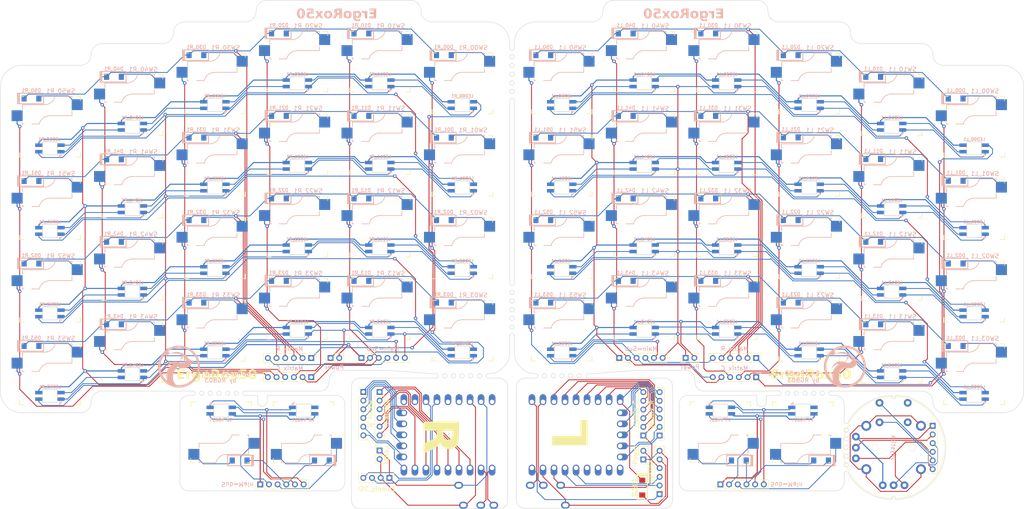
<source format=kicad_pcb>
(kicad_pcb (version 20221018) (generator pcbnew)
  (layers (0 "F.Cu" signal) (31 "B.Cu" signal) (34 "B.Paste" user) (35 "F.Paste" user) (36 "B.SilkS" user "B.Silkscreen") (37 "F.SilkS" user "F.Silkscreen") (38 "B.Mask" user) (39 "F.Mask" user) (44 "Edge.Cuts" user))
  (net 0 "")
  (net 1 "Net-(D00_R1-A)")
  (net 2 "Net-(D01_R1-A)")
  (net 3 "Net-(D02_R1-A)")
  (net 4 "Net-(D03_R1-A)")
  (net 5 "Net-(D04_R1-A)")
  (net 6 "Net-(D10_R1-A)")
  (net 7 "Net-(D11_R1-A)")
  (net 8 "Net-(D12_R1-A)")
  (net 9 "Net-(D13_R1-A)")
  (net 10 "Net-(D14_R1-A)")
  (net 11 "Net-(D20_R1-A)")
  (net 12 "Net-(D21_R1-A)")
  (net 13 "Net-(D22_R1-A)")
  (net 14 "Net-(D23_R1-A)")
  (net 15 "Net-(D30_R1-A)")
  (net 16 "Net-(D31_R1-A)")
  (net 17 "Net-(D32_R1-A)")
  (net 18 "Net-(D33_R1-A)")
  (net 19 "Net-(D40_R1-A)")
  (net 20 "Net-(D41_R1-A)")
  (net 21 "Net-(D42_R1-A)")
  (net 22 "Net-(D43_R1-A)")
  (net 23 "Net-(D44_L1-A)")
  (net 24 "Net-(D50_L1-A)")
  (net 25 "Net-(D50_R1-A)")
  (net 26 "Net-(D51_L1-A)")
  (net 27 "Net-(D51_R1-A)")
  (net 28 "Net-(D52_L1-A)")
  (net 29 "Net-(D52_R1-A)")
  (net 30 "Net-(D53_R1-A)")
  (net 31 "Net-(D54_L1-A)")
  (net 32 "Net-(LE300_R1-DOUT)")
  (net 33 "Net-(LE300_R1-DIN)")
  (net 34 "Net-(LED00_R1-DOUT)")
  (net 35 "Net-(LED01_R1-DOUT)")
  (net 37 "Net-(D_Sel1-A)")
  (net 38 "Net-(D00_L1-A)")
  (net 39 "row0_L")
  (net 40 "Net-(D01_L1-A)")
  (net 41 "row1_L")
  (net 42 "Net-(D02_L1-A)")
  (net 43 "row2_L")
  (net 44 "Net-(D03_L1-A)")
  (net 45 "row3_L")
  (net 46 "Net-(LED01_R1-DIN)")
  (net 47 "row4_Sub_L")
  (net 48 "Net-(D10_L1-A)")
  (net 49 "Net-(D11_L1-A)")
  (net 50 "Net-(D12_L1-A)")
  (net 51 "Net-(D13_L1-A)")
  (net 52 "Net-(LED02_R1-DOUT)")
  (net 53 "Net-(LED02_R1-DIN)")
  (net 54 "Net-(D20_L1-A)")
  (net 55 "Net-(D21_L1-A)")
  (net 56 "Net-(D22_L1-A)")
  (net 57 "Net-(D23_L1-A)")
  (net 58 "Net-(D30_L1-A)")
  (net 59 "Net-(D31_L1-A)")
  (net 60 "Net-(D32_L1-A)")
  (net 61 "Net-(D33_L1-A)")
  (net 62 "Net-(LED03_R1-DOUT)")
  (net 63 "Net-(D40_L1-A)")
  (net 64 "Net-(D41_L1-A)")
  (net 65 "Net-(D42_L1-A)")
  (net 66 "Net-(D43_L1-A)")
  (net 67 "Net-(LED03_R1-DIN)")
  (net 68 "Net-(LED04_R1-DOUT)")
  (net 69 "Net-(LED10_R1-DOUT)")
  (net 70 "Net-(LED11_R1-DOUT)")
  (net 71 "Net-(LED12_R1-DOUT)")
  (net 72 "Net-(LED13_R1-DOUT)")
  (net 74 "Net-(D53_L1-A)")
  (net 75 "JS_SEL_m")
  (net 76 "JS_V")
  (net 77 "JS_H")
  (net 78 "JS_SEL")
  (net 79 "Net-(LED00_L1-DOUT)")
  (net 80 "Net-(LED01_L1-DOUT)")
  (net 81 "Net-(LED01_L1-DIN)")
  (net 82 "Net-(LED02_L1-DOUT)")
  (net 83 "Net-(LED02_L1-DIN)")
  (net 84 "Net-(LED03_L1-DOUT)")
  (net 85 "Net-(LED03_L1-DIN)")
  (net 86 "Net-(LED21_R1-DOUT)")
  (net 87 "LED_Sub_L")
  (net 88 "Net-(LED22_R1-DOUT)")
  (net 89 "Net-(LED23_R1-DOUT)")
  (net 90 "Net-(LED31_R1-DOUT)")
  (net 91 "Net-(LED32_R1-DOUT)")
  (net 92 "Net-(LED33_R1-DOUT)")
  (net 93 "Net-(LED40_R1-DOUT)")
  (net 94 "Net-(LED41_R1-DOUT)")
  (net 95 "Net-(LED10_L1-DOUT)")
  (net 96 "Net-(LED11_L1-DOUT)")
  (net 97 "Net-(LED12_L1-DOUT)")
  (net 98 "Net-(LED13_L1-DOUT)")
  (net 99 "Net-(LED42_R1-DOUT)")
  (net 100 "Net-(LED43_R1-DOUT)")
  (net 101 "Net-(LED20_L1-DOUT)")
  (net 102 "Net-(LED21_L1-DOUT)")
  (net 103 "Net-(LED22_L1-DOUT)")
  (net 104 "Net-(LED23_L1-DOUT)")
  (net 105 "Net-(LED30_L1-DOUT)")
  (net 106 "Net-(LED31_L1-DOUT)")
  (net 107 "Net-(LED32_L1-DOUT)")
  (net 108 "Net-(LED33_L1-DOUT)")
  (net 109 "Net-(LED40_L1-DOUT)")
  (net 110 "Net-(LED41_L1-DOUT)")
  (net 111 "Net-(LED42_L1-DOUT)")
  (net 112 "Net-(LED43_L1-DOUT)")
  (net 113 "Net-(LED44_L1-DOUT)")
  (net 115 "LED_Main_L")
  (net 116 "col0_L")
  (net 117 "col1_L")
  (net 118 "row4_L")
  (net 119 "GND_R1")
  (net 120 "GND_L")
  (net 121 "GND_R")
  (net 122 "I2C_VCC")
  (net 123 "col2_L")
  (net 124 "col3_L")
  (net 125 "col4_L")
  (net 126 "col5_L")
  (net 127 "LED_L")
  (net 128 "col4_Sub_L")
  (net 129 "col5_Sub_L")
  (net 130 "I2C_SCL")
  (net 131 "Net-(Col_L1-Pin_2)")
  (net 132 "Net-(Col_L1-Pin_3)")
  (net 133 "Net-(Col_L1-Pin_4)")
  (net 134 "Net-(Col_L1-Pin_5)")
  (net 135 "Net-(Col_L1-Pin_6)")
  (net 136 "Net-(CoL_R1-Pin_1)")
  (net 137 "Net-(CoL_R1-Pin_2)")
  (net 138 "Net-(CoL_R1-Pin_3)")
  (net 139 "Net-(CoL_R1-Pin_4)")
  (net 140 "Net-(CoL_R1-Pin_5)")
  (net 141 "Net-(CoL_R1-Pin_6)")
  (net 142 "row0_R")
  (net 143 "row1_R")
  (net 144 "row2_R")
  (net 145 "row3_R")
  (net 146 "row4_Sub_R")
  (net 147 "LED_R")
  (net 148 "LED_Sub_R")
  (net 149 "LED_Main_R")
  (net 150 "row4_R")
  (net 151 "col1_R")
  (net 152 "col0_R")
  (net 153 "col2_R")
  (net 154 "col3_R")
  (net 155 "col4_R")
  (net 156 "col5_R")
  (net 157 "VDD_R")
  (net 158 "VDD_L")
  (net 159 "I2C_SDA")
  (net 160 "VCC_5V_L1")
  (net 161 "GND_L1")
  (net 162 "Net-(MCU1-8)")
  (net 163 "Net-(MCU1-9)")
  (net 164 "Net-(MCU1-10)")
  (net 165 "Net-(MCU1-11)")
  (net 166 "Net-(MCU1-12)")
  (net 167 "Net-(MCU1-13)")
  (net 171 "col1_Sub_R")
  (net 172 "col0_Sub_R")
  (net 173 "Net-(MCU1-0)")
  (net 174 "Net-(MCU1-1)")
  (net 175 "Net-(MCU2-0)")
  (net 176 "Net-(MCU2-1)")
  (net 178 "Net-(MCU2-9)")
  (net 179 "VDD_Sub_R")
  (net 180 "GND_Sub_R")
  (net 181 "VDD_Sub_L")
  (net 182 "GND_Sub_L")
  (net 183 "Net-(MCU2-10)")
  (net 184 "Net-(MCU2-11)")
  (net 185 "Net-(MCU2-12)")
  (net 186 "Net-(Joystick2-Pin_1)")
  (net 187 "Net-(Joystick2-Pin_2)")
  (net 188 "Net-(Joystick2-Pin_3)")
  (net 189 "Net-(Joystick2-Pin_4)")
  (net 190 "Net-(Joystick2-Pin_5)")
  (net 191 "Net-(Joystick2-Pin_6)")
  (net 192 "unconnected-(Joystick3-SHIELD-PadS1)")
  (net 193 "Net-(MCU2-13)")
  (net 198 "VCC_3V_L1")
  (footprint "Kailh_socket:Kailh_socket_MX" (layer "F.Cu") (at 110.55 82.109851)
    (fp_text reference "SW31_R1")
    (fp_text value "Switch")
  )
  (footprint "MountingHole:MountingHole_2.2mm_M2_DIN965" (layer "F.Cu") (at 157.55 67.609851)
    (fp_text reference "H11" hide)
    (fp_text value "MountingHole_Pad" hide)
  )
  (footprint "Kailh_socket:Kailh_socket_MX" (layer "F.Cu") (at 209.45 96.109851)
    (fp_text reference "SW42_L1")
    (fp_text value "Switch")
  )
  (footprint "Kailh_socket:Kailh_socket_MX" (layer "F.Cu") (at 190.45 101.109851)
    (fp_text reference "SW52_L1")
    (fp_text value "Switch")
  )
  (footprint "Kailh_socket:Kailh_socket_MX" (layer "F.Cu") (at 148.55 96.109851)
    (fp_text reference "SW12_R1")
    (fp_text value "Switch")
  )
  (footprint "Kailh_socket:Kailh_socket_MX" (layer "F.Cu") (at 148.55 77.109851)
    (fp_text reference "SW11_R1")
    (fp_text value "Switch")
  )
  (footprint "MountingHole:MountingHole_2.2mm_M2_DIN965" (layer "F.Cu") (at 220 154)
    (fp_text reference "H6" hide)
    (fp_text value "MountingHole_Pad" hide)
  )
  (footprint "Kailh_socket:Kailh_socket_MX" (layer "F.Cu") (at 72.55 73.109851)
    (fp_text reference "SW50_R1")
    (fp_text value "Switch")
  )
  (footprint "Kailh_socket:Kailh_socket_MX" (layer "F.Cu") (at 148.55 58.109851)
    (fp_text reference "SW10_R1")
    (fp_text value "Switch")
  )
  (footprint "Kailh_socket:Kailh_socket_MX" (layer "F.Cu") (at 131 143.5 180)
    (fp_text reference "SW14_R1" hide)
    (fp_text value "Switch" hide)
  )
  (footprint "Kailh_socket:Kailh_socket_MX" (layer "F.Cu") (at 91.55 68.109851)
    (fp_text reference "SW40_R1")
    (fp_text value "Switch")
  )
  (footprint "Kailh_socket:Kailh_socket_MX" (layer "F.Cu") (at 110.55 101.109851)
    (fp_text reference "SW32_R1")
    (fp_text value "Switch")
  )
  (footprint "MountingHole:MountingHole_2.2mm_M2_DIN965" (layer "F.Cu") (at 120.55 86.609851)
    (fp_text reference "H10" hide)
    (fp_text value "MountingHole_Pad" hide)
  )
  (footprint "Kailh_socket:Kailh_socket_MX" (layer "F.Cu") (at 266.45 106.109851)
    (fp_text reference "SW12_L1")
    (fp_text value "Switch")
  )
  (footprint "Kailh_socket:Kailh_socket_MX" (layer "F.Cu") (at 72.55 130.109851)
    (fp_text reference "SW53_R1")
    (fp_text value "Switch")
  )
  (footprint "Kailh_socket:Kailh_socket_MX" (layer "F.Cu") (at 91.55 106.109851)
    (fp_text reference "SW42_R1")
    (fp_text value "Switch")
  )
  (footprint "Kailh_socket:Kailh_socket_MX" (layer "F.Cu") (at 110.55 120.109851)
    (fp_text reference "SW33_R1")
    (fp_text value "Switch")
  )
  (footprint "MountingHole:MountingHole_2.2mm_M2_DIN965" (layer "F.Cu") (at 200.45 67.609851)
    (fp_text reference "H1" hide)
    (fp_text value "MountingHole_Pad" hide)
  )
  (footprint "Connector_PinHeader_2.00mm:PinHeader_1x06_P2.00mm_Vertical" (layer "F.Cu") (at 209.25 144.25 180)
    (fp_text reference "Col_L1" hide)
    (fp_text value "Conn_01x06_Socket" hide)
  )
  (footprint "Keebio-Parts:D_SOD123" (layer "F.Cu") (at 209 156.25 -90)
    (fp_text reference "D_Sel1")
    (fp_text value "D_Small" hide)
  )
  (footprint "Kailh_socket:Kailh_socket_MX" (layer "F.Cu") (at 266.45 68.109851)
    (fp_text reference "SW10_L1")
    (fp_text value "Switch")
  )
  (footprint "Kailh_socket:Kailh_socket_MX" (layer "F.Cu") (at 129.55 96.109851)
    (fp_text reference "SW22_R1")
    (fp_text value "Switch")
  )
  (footprint "Keebio-Parts:TRRS-PJ-320A-no-Fmask" (layer "F.Cu") (at 178 158 -90)
    (fp_text reference "TRRS1")
    (fp_text value "AudioJack1")
  )
  (footprint "Connector_PinHeader_2.00mm:PinHeader_1x06_P2.00mm_Vertical" (layer "F.Cu") (at 132.75 130.8 -90)
    (fp_text reference "MatrixC_R1" hide)
    (fp_text value "Conn_01x06_Socket" hide)
  )
  (footprint "Connector_PinHeader_2.00mm:PinHeader_1x06_P2.00mm_Vertical" (layer "F.Cu") (at 213 157.75 180)
    (fp_text reference "Joystick1" hide)
    (fp_text value "Conn_01x06_Socket" hide)
  )
  (footprint "Kailh_socket:Kailh_socket_MX" (layer "F.Cu") (at 190.45 120.109851)
    (fp_text reference "SW53_L1")
    (fp_text value "Switch")
  )
  (footprint "Keebio-Parts:TRRS-PJ-320A-no-Fmask" (layer "F.Cu") (at 180 158 90)
    (fp_text reference "TRRS2")
    (fp_text value "AudioJack2")
  )
  (footprint "Connector_PinHeader_2.00mm:PinHeader_1x06_P2.00mm_Vertical" (layer "F.Cu") (at 144.3 126.359851 90)
    (fp_text reference "Main_to_Sub1" hide)
    (fp_text value "Conn_01x06_Socket" hide)
  )
  (footprint "Connector_PinHeader_2.00mm:PinHeader_1x06_P2.00mm_Vertical" (layer "F.Cu") (at 203.7 126.359851 90)
    (fp_text reference "Main_to_Sub_L1" hide)
    (fp_text value "Conn_01x06_Socket" hide)
  )
  (footprint "Kailh_socket:Kailh_socket_MX" (layer "F.Cu") (at 129.55 77.109851)
    (fp_text reference "SW21_R1")
    (fp_text value "Switch")
  )
  (footprint "Joystick:XDCR_COM-09032" (layer "F.Cu") (at 266.903246 147.001873 -90)
    (fp_text reference "Joystick3" hide)
    (fp_text value "COM-09032" hide)
    (fp_circle (center 0 -4.3) (end 0.8 -4.3) (stroke (width 0.05)) (fill none) (layer "Edge.Cuts"))
    (fp_circle (center 0 4.3) (end -0.8 4.3) (stroke (width 0.05)) (fill none) (layer "Edge.Cuts"))
  )
  (footprint "Kailh_socket:Kailh_socket_MX" (layer "F.Cu") (at 91.55 87.109851)
    (fp_text reference "SW41_R1")
    (fp_text value "Switch")
  )
  (footprint "Connector_PinHeader_2.00mm:PinHeader_1x06_P2.00mm_Vertical" (layer "F.Cu") (at 235.25 126.4 -90)
    (fp_text reference "MatrixR_R1" hide)
    (fp_text value "Conn_01x06_Socket" hide)
  )
  (footprint "Kailh_socket:Kailh_socket_MX" (layer "F.Cu") (at 247.45 120.109851)
    (fp_text reference "SW23_L1")
    (fp_text value "Switch")
  )
  (footprint "Connector_PinHeader_2.00mm:PinHeader_1x06_P2.00mm_Vertical" (layer "F.Cu") (at 144.75 134.2)
    (fp_text reference "Row_R1" hide)
    (fp_text value "Conn_01x06_Socket" hide)
  )
  (footprint "Connector_PinHeader_2.00mm:PinHeader_1x02_P2.00mm_Vertical" (layer "F.Cu") (at 219 126.359851 90)
    (fp_text reference "Power_Mtrx_L1" hide)
    (fp_text value "Conn_01x02_Socket" hide)
  )
  (footprint "MountingHole:MountingHole_2.2mm_M2_DIN965" (layer "F.Cu") (at 82.55 77.609851)
    (fp_text reference "H8" hide)
    (fp_text value "MountingHole_Pad" hide)
  )
  (footprint "MountingHole:MountingHole_2.2mm_M2_DIN965" (layer "F.Cu") (at 82.55 115.609851)
    (fp_text reference "H9" hide)
    (fp_text value "MountingHole_Pad" hide)
  )
  (footprint "Kailh_socket:Kailh_socket_MX" (layer "F.Cu") (at 91.55 125.109851)
    (fp_text reference "SW43_R1")
    (fp_text value "Switch")
  )
  (footprint "Connector_PinHeader_2.00mm:PinHeader_1x06_P2.00mm_Vertical" (layer "F.Cu") (at 235.25 130.8 -90)
    (fp_text reference "MatrixC_L1" hide)
    (fp_text value "Conn_01x06_Socket" hide)
  )
  (footprint "MountingHole:MountingHole_2.2mm_M2_DIN965" (layer "F.Cu") (at 138 154)
    (fp_text reference "H14" hide)
    (fp_text value "MountingHole_Pad" hide)
  )
  (footprint "Kailh_socket:Kailh_socket_MX" (layer "F.Cu") (at 285.45 130.109851)
    (fp_text reference "SW03_L1")
    (fp_text value "Switch")
  )
  (footprint "Kailh_socket:Kailh_socket_MX" (layer "F.Cu") (at 246 143.5 180)
    (fp_text reference "SW54_L1" hide)
    (fp_text value "Switch" hide)
  )
  (footprint "MountingHole:MountingHole_2.2mm_M2_DIN965" (layer "F.Cu") (at 275.45 77.609851)
    (fp_text reference "H4" hide)
    (fp_text value "MountingHole_Pad" hide)
  )
  (footprint "Kailh_socket:Kailh_socket_MX" (layer "F.Cu") (at 285.45 73.109851)
    (fp_text reference "SW00_L1")
    (fp_text value "Switch")
  )
  (footprint "MountingHole:MountingHole_2.2mm_M2_DIN965" (layer "F.Cu") (at 253 154)
    (fp_text reference "H7" hide)
    (fp_text value "MountingHole_Pad" hide)
  )
  (footprint "Kailh_socket:Kailh_socket_MX" (layer "F.Cu") (at 167.55 120.109851)
    (fp_text reference "SW03_R1")
    (fp_text value "Switch")
  )
  (footprint "Kailh_socket:Kailh_socket_MX" (layer "F.Cu") (at 228.45 96.109851)
    (fp_text reference "SW32_L1")
    (fp_text value "Switch")
  )
  (footprint "Kailh_socket:Kailh_socket_MX" (layer "F.Cu") (at 247.45 101.109851)
    (fp_text reference "SW22_L1")
    (fp_text value "Switch")
  )
  (footprint "Kailh_socket:Kailh_socket_MX" (layer "F.Cu") (at 167.55 63.109851)
    (fp_text reference "SW00_R1")
    (fp_text value "Switch")
  )
  (footprint "Kailh_socket:Kailh_socket_MX" (layer "F.Cu") (at 167.55 101.109851)
    (fp_text reference "SW02_R1")
    (fp_text value "Switch")
  )
  (footprint "Connector_PinHeader_2.00mm:PinHeader_1x02_P2.00mm_Vertical" (layer "F.Cu") (at 209.25 149.75 180)
    (fp_text reference "Power_Ctrlr_L1" hide)
    (fp_text value "Conn_01x02_Socket" hide)
  )
  (footprint "Connector_PinHeader_2.00mm:PinHeader_1x06_P2.00mm_Vertical" (layer "F.Cu") (at 227 155.5 90)
    (fp_text reference "Sub_to_Main_L1" hide)
    (fp_text value "Conn_01x06_Socket" hide)
  )
  (footprint "MountingHole:MountingHole_2.2mm_M2_DIN965" (layer "F.Cu") (at 237.45 86.609851)
    (fp_text reference "H3" hide)
    (fp_text value "MountingHole_Pad" hide)
  )
  (footprint "Kailh_socket:Kailh_socket_MX" (layer "F.Cu") (at 110.55 63.109851)
    (fp_text reference "SW30_R1")
    (fp_text value "Switch")
  )
  (footprint "Kailh_socket:Kailh_socket_MX" (layer "F.Cu") (at 72.55 92.109851)
    (fp_text reference "SW51_R1")
    (fp_text value "Switch")
  )
  (footprint "MCU:rp2040-zero-tht-pads-cutout" (layer "F.Cu") (at 193.75 144.096 90)
    (fp_text reference "MCU2" hide)
    (fp_text value "rp2040-zero" hide)
  )
  (footprint "MCU:rp2040-zero-tht-pads-cutout" (layer "F.Cu") (at 164.25 144.096 -90)
    (fp_text reference "MCU1" hide)
    (fp_text value "rp2040-zero" hide)
  )
  (footprint "Connector_PinHeader_2.00mm:PinHeader_1x06_P2.00mm_Vertical" (layer "F.Cu") (at 132.75 126.4 -90)
    (fp_text reference "MatrixR_R2" hide)
    (fp_text value "Conn_01x06_Socket" hide)
  )
  (footprint "MountingHole:MountingHole_2.2mm_M2_DIN965" (layer "F.Cu") (at 105 154)
    (fp_text reference "H13" hide)
    (fp_text value "MountingHole_Pad" hide)
  )
  (footprint "Connector_PinHeader_2.00mm:PinHeader_1x02_P2.00mm_Vertical" (layer "F.Cu") (at 148.5 147.7)
    (fp_text reference "Power_Ctrlr_R1" hide)
    (fp_text value "Conn_01x02_Socket" hide)
  )
  (footprint "Kailh_socket:Kailh_socket_MX" (layer "F.Cu") (at 228.45 58.109851)
    (fp_text reference "SW30_L1")
    (fp_text value "Switch")
  )
  (footprint "Connector_PinHeader_2.00mm:PinHeader_1x06_P2.00mm_Vertical" (layer "F.Cu") (at 275.903246 142.001873)
    (fp_text reference "Joystick2" hide)
    (fp_text value "Conn_01x06_Socket" hide)
  )
  (footprint "Kailh_socket:Kailh_socket_MX" (layer "F.Cu") (at 247.45 82.109851)
    (fp_text reference "SW21_L1")
    (fp_text value "Switch")
  )
  (footprint "Connector_PinHeader_2.00mm:PinHeader_1x06_P2.00mm_Vertical" (layer "F.Cu") (at 121 155.5 90)
    (fp_text reference "Sub_to_Main1" hide)
    (fp_text value "Conn_01x06_Socket" hide)
  )
  (footprint "Connector_PinHeader_2.00mm:PinHeader_1x02_P2.00mm_Vertical" (layer "F.Cu") (at 137.2 126.4 90)
    (fp_text reference "Power_Mtrx_R1" hide)
    (fp_text value "Conn_01x02_Socket" hide)
  )
  (footprint "Kailh_socket:Kailh_socket_MX" (layer "F.Cu") (at 190.45 82.109851)
    (fp_text reference "SW51_L1")
    (fp_text value "Switch")
  )
  (footprint "Kailh_socket:Kailh_socket_MX" (layer "F.Cu") (at 228.45 77.109851)
    (fp_text reference "SW31_L1")
    (fp_text value "Switch")
  )
  (footprint "MountingHole:MountingHole_2.2mm_M2_DIN965" (layer "F.Cu") (at 157.55 105.609852)
    (fp_text reference "H12" hide)
    (fp_text value "MountingHole_Pad" hide)
  )
  (footprint "Kailh_socket:Kailh_socket_MX" (layer "F.Cu") (at 72.55 111.109851)
    (fp_text reference "SW52_R1")
    (fp_text value "Switch")
  )
  (footprint "Kailh_socket:Kailh_socket_MX" (layer "F.Cu") (at 209.45 58.109851)
    (fp_text reference "SW40_L1")
    (fp_text value "Switch")
  )
  (footprint "Kailh_socket:Kailh_socket_MX" (layer "F.Cu") (at 129.55 115.109851)
    (fp_text reference "SW23_R1")
    (fp_text value "Switch")
  )
  (footprint "Kailh_socket:Kailh_socket_MX" (layer "F.Cu") (at 266.45 125.109851)
    (fp_text reference "SW13_L1")
    (fp_text value "Switch")
  )
  (footprint "Kailh_socket:Kailh_socket_MX" (layer "F.Cu") (at 228.45 115.109851)
    (fp_text reference "SW33_L1")
    (fp_text value "Switch")
  )
  (footprint "Kailh_socket:Kailh_socket_MX" (layer "F.Cu") (at 285.45 92.109851)
    (fp_text reference "SW01_L1")
    (fp_text value "Switch")
  )
  (footprint "Connector_PinHeader_2.00mm:PinHeader_1x06_P2.00mm_Vertical" (layer "F.Cu") (at 213 144.25 180)
    (fp_text reference "Row_L1" hide)
    (fp_text value "Conn_01x06_Socket" hide)
  )
  (footprint "Kailh_socket:Kailh_socket_MX" (layer "F.Cu") (at 209.45 115.109851)
    (fp_text reference "SW43_L1")
    (fp_text value "Switch")
  )
  (footprint "Kailh_socket:Kailh_socket_MX" (layer "F.Cu") (at 167.55 82.109851)
    (fp_text reference "SW01_R1")
    (fp_text value "Switch")
  )
  (footprint "Kailh_socket:Kailh_socket_MX" (layer "F.Cu") (at 285.45 111.109851)
    (fp_text reference "SW02_L1")
    (fp_text value "Switch")
  )
  (footprint "Kailh_socket:Kailh_socket_MX" (layer "F.Cu") (at 129.55 58.109851)
    (fp_text reference "SW20_R1")
    (fp_text value "Switch")
  )
  (footprint "MountingHole:MountingHole_2.2mm_M2_DIN965" (layer "F.Cu") (at 200.45 105.609852)
    (fp_text reference "H2" hide)
    (fp_text value "MountingHole_Pad" hide)
  )
  (footprint "Connector_PinHeader_2.00mm:PinHeader_1x06_P2.00mm_Vertical" (layer "F.Cu") (at 148.5 134.2)
    (fp_text reference "CoL_R1" hide)
    (fp_text value "Conn_01x06_Socket" hide)
  )
  (footprint "Connector_PinHeader_2.00mm:PinHeader_1x04_P2.00mm_Vertical" (layer "F.Cu") (at 150.75 154 -90)
    (fp_text reference "I2C_pinout1")
    (fp_text value "Conn_01x04_Socket" hide)
  )
  (footprint "Kailh_socket:Kailh_socket_MX" (layer "F.Cu") (at 227 143.5 180)
    (fp_text reference "SW44_L1" hide)
    (fp_text value "Switch" hide)
  )
  (footprint "Kailh_socket:Kailh_socket_MX" (layer "F.Cu") (at 247.45 63.109851)
    (fp_text reference "SW20_L1")
    (fp_text value "Switch")
  )
  (footprint "Kailh_socket:Kailh_socket_MX" (layer "F.Cu") (at 266.45 87.109851)
    (fp_text reference "SW11_L1")
    (fp_text value "Switch")
  )
  (footprint "MountingHole:MountingHole_2.2mm_M2_DIN965" (layer "F.Cu") (at 275.45 115.609851)
    (fp_text reference "H5" hide)
    (fp_text value "MountingHole_Pad" hide)
  )
  (footprint "Kailh_socket:Kailh_socket_MX" (layer "F.Cu") (at 190.45 63.109851)
    (fp_text reference "SW50_L1")
    (fp_text value "Switch")
  )
  (footprint "Kailh_socket:Kailh_socket_MX" (layer "F.Cu") (at 112 143.5 180)
    (fp_text reference "SW04_R1" hide)
    (fp_text value "Switch" hide)
  )
  (footprint "Kailh_socket:Kailh_socket_MX" (layer "F.Cu") (at 148.55 115.109851)
    (fp_text reference "SW13_R1")
    (fp_text value "Switch")
  )
  (footprint "Kailh_socket:Kailh_socket_MX" (layer "F.Cu") (at 209.45 77.109851)
    (fp_text reference "SW41_L1")
    (fp_text value "Switch")
  )
  (footprint "Keebio-Parts:SK6812-MINI-E" (layer "B.Cu") (at 227 138.5 180)
    (fp_text reference "LED44_L1")
    (fp_text value "YS-SK6812MINI-E" hide)
    (fp_line (start -1.7 -1.5) (end -1.7 1.5) (stroke (width 0.12)) (layer "Edge.Cuts"))
    (fp_line (start -1.7 1.5) (end 1.7 1.5) (stroke (width 0.12)) (layer "Edge.Cuts"))
    (fp_line (start 1.7 -1.5) (end -1.7 -1.5) (stroke (width 0.12)) (layer "Edge.Cuts"))
    (fp_line (start 1.7 1.5) (end 1.7 -1.5) (stroke (width 0.12)) (layer "Edge.Cuts"))
  )
  (footprint "Keebio-Parts:SK6812-MINI-E" (layer "B.Cu") (at 228.45 101.109851)
    (fp_text reference "LED32_L1")
    (fp_text value "YS-SK6812MINI-E" hide)
    (fp_line (start -1.7 -1.5) (end -1.7 1.5) (stroke (width 0.12)) (layer "Edge.Cuts"))
    (fp_line (start -1.7 1.5) (end 1.7 1.5) (stroke (width 0.12)) (layer "Edge.Cuts"))
    (fp_line (start 1.7 -1.5) (end -1.7 -1.5) (stroke (width 0.12)) (layer "Edge.Cuts"))
    (fp_line (start 1.7 1.5) (end 1.7 -1.5) (stroke (width 0.12)) (layer "Edge.Cuts"))
  )
  (footprint "Keebio-Parts:SK6812-MINI-E" (layer "B.Cu") (at 91.55 130.109851)
    (fp_text reference "LED43_R1")
    (fp_text value "YS-SK6812MINI-E" hide)
    (fp_line (start -1.7 -1.5) (end -1.7 1.5) (stroke (width 0.12)) (layer "Edge.Cuts"))
    (fp_line (start -1.7 1.5) (end 1.7 1.5) (stroke (width 0.12)) (layer "Edge.Cuts"))
    (fp_line (start 1.7 -1.5) (end -1.7 -1.5) (stroke (width 0.12)) (layer "Edge.Cuts"))
    (fp_line (start 1.7 1.5) (end 1.7 -1.5) (stroke (width 0.12)) (layer "Edge.Cuts"))
  )
  (footprint "Ortholi_logo:Ortholi_logo_mini" (layer "B.Cu") (at 102.3 128.35 180)
    (fp_text reference "ProjectOrtholi" hide)
    (fp_text value "LOGO" hide)
  )
  (footprint "Keebio-Parts:SK6812-MINI-E" (layer "B.Cu") (at 129.55 63.109851)
    (fp_text reference "LED20_R1")
    (fp_text value "YS-SK6812MINI-E" hide)
    (fp_line (start -1.7 -1.5) (end -1.7 1.5) (stroke (width 0.12)) (layer "Edge.Cuts"))
    (fp_line (start -1.7 1.5) (end 1.7 1.5) (stroke (width 0.12)) (layer "Edge.Cuts"))
    (fp_line (start 1.7 -1.5) (end -1.7 -1.5) (stroke (width 0.12)) (layer "Edge.Cuts"))
    (fp_line (start 1.7 1.5) (end 1.7 -1.5) (stroke (width 0.12)) (layer "Edge.Cuts"))
  )
  (footprint "Keebio-Parts:D_SOD123" (layer "B.Cu") (at 243.2 113.609851)
    (fp_text reference "D23_L1")
    (fp_text value "D_Small" hide)
  )
  (footprint "Keebio-Parts:SK6812-MINI-E" (layer "B.Cu") (at 190.45 106.109851)
    (fp_text reference "LED52_L1")
    (fp_text value "YS-SK6812MINI-E" hide)
    (fp_line (start -1.7 -1.5) (end -1.7 1.5) (stroke (width 0.12)) (layer "Edge.Cuts"))
    (fp_line (start -1.7 1.5) (end 1.7 1.5) (stroke (width 0.12)) (layer "Edge.Cuts"))
    (fp_line (start 1.7 -1.5) (end -1.7 -1.5) (stroke (width 0.12)) (layer "Edge.Cuts"))
    (fp_line (start 1.7 1.5) (end 1.7 -1.5) (stroke (width 0.12)) (layer "Edge.Cuts"))
  )
  (footprint "Keebio-Parts:SK6812-MINI-E" (layer "B.Cu") (at 167.55 125.109851)
    (fp_text reference "LED03_R1")
    (fp_text value "YS-SK6812MINI-E" hide)
    (fp_line (start -1.7 -1.5) (end -1.7 1.5) (stroke (width 0.12)) (layer "Edge.Cuts"))
    (fp_line (start -1.7 1.5) (end 1.7 1.5) (stroke (width 0.12)) (layer "Edge.Cuts"))
    (fp_line (start 1.7 -1.5) (end -1.7 -1.5) (stroke (width 0.12)) (layer "Edge.Cuts"))
    (fp_line (start 1.7 1.5) (end 1.7 -1.5) (stroke (width 0.12)) (layer "Edge.Cuts"))
  )
  (footprint "Keebio-Parts:SK6812-MINI-E" (layer "B.Cu") (at 110.55 87.109851)
    (fp_text reference "LED31_R1")
    (fp_text value "YS-SK6812MINI-E" hide)
    (fp_line (start -1.7 -1.5) (end -1.7 1.5) (stroke (width 0.12)) (layer "Edge.Cuts"))
    (fp_line (start -1.7 1.5) (end 1.7 1.5) (stroke (width 0.12)) (layer "Edge.Cuts"))
    (fp_line (start 1.7 -1.5) (end -1.7 -1.5) (stroke (width 0.12)) (layer "Edge.Cuts"))
    (fp_line (start 1.7 1.5) (end 1.7 -1.5) (stroke (width 0.12)) (layer "Edge.Cuts"))
  )
  (footprint "Keebio-Parts:SK6812-MINI-E" (layer "B.Cu") (at 228.45 120.109851)
    (fp_text reference "LED33_L1")
    (fp_text value "YS-SK6812MINI-E" hide)
    (fp_line (start -1.7 -1.5) (end -1.7 1.5) (stroke (width 0.12)) (layer "Edge.Cuts"))
    (fp_line (start -1.7 1.5) (end 1.7 1.5) (stroke (width 0.12)) (layer "Edge.Cuts"))
    (fp_line (start 1.7 -1.5) (end -1.7 -1.5) (stroke (width 0.12)) (layer "Edge.Cuts"))
    (fp_line (start 1.7 1.5) (end 1.7 -1.5) (stroke (width 0.12)) (layer "Edge.Cuts"))
  )
  (footprint "Keebio-Parts:SK6812-MINI-E" (layer "B.Cu") (at 110.55 125.109851)
    (fp_text reference "LED33_R1")
    (fp_text value "YS-SK6812MINI-E" hide)
    (fp_line (start -1.7 -1.5) (end -1.7 1.5) (stroke (width 0.12)) (layer "Edge.Cuts"))
    (fp_line (start -1.7 1.5) (end 1.7 1.5) (stroke (width 0.12)) (layer "Edge.Cuts"))
    (fp_line (start 1.7 -1.5) (end -1.7 -1.5) (stroke (width 0.12)) (layer "Edge.Cuts"))
    (fp_line (start 1.7 1.5) (end 1.7 -1.5) (stroke (width 0.12)) (layer "Edge.Cuts"))
  )
  (footprint "Keebio-Parts:SK6812-MINI-E" (layer "B.Cu") (at 72.55 97.109851)
    (fp_text reference "LED51_R1")
    (fp_text value "YS-SK6812MINI-E" hide)
    (fp_line (start -1.7 -1.5) (end -1.7 1.5) (stroke (width 0.12)) (layer "Edge.Cuts"))
    (fp_line (start -1.7 1.5) (end 1.7 1.5) (stroke (width 0.12)) (layer "Edge.Cuts"))
    (fp_line (start 1.7 -1.5) (end -1.7 -1.5) (stroke (width 0.12)) (layer "Edge.Cuts"))
    (fp_line (start 1.7 1.5) (end 1.7 -1.5) (stroke (width 0.12)) (layer "Edge.Cuts"))
  )
  (footprint "Keebio-Parts:D_SOD123" (layer "B.Cu") (at 262.2 80.553306)
    (fp_text reference "D11_L1")
    (fp_text value "D_Small" hide)
  )
  (footprint "Keebio-Parts:D_SOD123" (layer "B.Cu") (at 125.3 70.609851)
    (fp_text reference "D21_R1")
    (fp_text value "D_Small" hide)
  )
  (footprint "Keebio-Parts:SK6812-MINI-E" (layer "B.Cu") (at 129.55 101.109851)
    (fp_text reference "LED22_R1")
    (fp_text value "YS-SK6812MINI-E" hide)
    (fp_line (start -1.7 -1.5) (end -1.7 1.5) (stroke (width 0.12)) (layer "Edge.Cuts"))
    (fp_line (start -1.7 1.5) (end 1.7 1.5) (stroke (width 0.12)) (layer "Edge.Cuts"))
    (fp_line (start 1.7 -1.5) (end -1.7 -1.5) (stroke (width 0.12)) (layer "Edge.Cuts"))
    (fp_line (start 1.7 1.5) (end 1.7 -1.5) (stroke (width 0.12)) (layer "Edge.Cuts"))
  )
  (footprint "Keebio-Parts:SK6812-MINI-E" (layer "B.Cu") (at 285.45 116.109851)
    (fp_text reference "LED02_L1")
    (fp_text value "YS-SK6812MINI-E" hide)
    (fp_line (start -1.7 -1.5) (end -1.7 1.5) (stroke (width 0.12)) (layer "Edge.Cuts"))
    (fp_line (start -1.7 1.5) (end 1.7 1.5) (stroke (width 0.12)) (layer "Edge.Cuts"))
    (fp_line (start 1.7 -1.5) (end -1.7 -1.5) (stroke (width 0.12)) (layer "Edge.Cuts"))
    (fp_line (start 1.7 1.5) (end 1.7 -1.5) (stroke (width 0.12)) (layer "Edge.Cuts"))
  )
  (footprint "Keebio-Parts:D_SOD123" (layer "B.Cu") (at 262.2 61.609851)
    (fp_text reference "D10_L1")
    (fp_text value "D_Small" hide)
  )
  (footprint "Keebio-Parts:SK6812-MINI-E" (layer "B.Cu") (at 209.45 120.109851)
    (fp_text reference "LED43_L1")
    (fp_text value "YS-SK6812MINI-E" hide)
    (fp_line (start -1.7 -1.5) (end -1.7 1.5) (stroke (width 0.12)) (layer "Edge.Cuts"))
    (fp_line (start -1.7 1.5) (end 1.7 1.5) (stroke (width 0.12)) (layer "Edge.Cuts"))
    (fp_line (start 1.7 -1.5) (end -1.7 -1.5) (stroke (width 0.12)) (layer "Edge.Cuts"))
    (fp_line (start 1.7 1.5) (end 1.7 -1.5) (stroke (width 0.12)) (layer "Edge.Cuts"))
  )
  (footprint "Keebio-Parts:D_SOD123" (layer "B.Cu") (at 281.2 123.609851)
    (fp_text reference "D03_L1")
    (fp_text value "D_Small" hide)
  )
  (footprint "Keebio-Parts:D_SOD123" (layer "B.Cu") (at 163.3 56.609851)
    (fp_text reference "D00_R1")
    (fp_text value "D_Small" hide)
  )
  (footprint "Keebio-Parts:D_SOD123" (layer "B.Cu") (at 68.3 123.609851)
    (fp_text reference "D53_R1")
    (fp_text value "D_Small" hide)
  )
  (footprint "Keebio-Parts:D_SOD123" (layer "B.Cu") (at 186.2 113.609851)
    (fp_text reference "D53_L1")
    (fp_text value "D_Small" hide)
  )
  (footprint "Keebio-Parts:SK6812-MINI-E" (layer "B.Cu") (at 167.55 68.109851)
    (fp_text reference "LED00_R1")
    (fp_text value "YS-SK6812MINI-E" hide)
    (fp_line (start -1.7 -1.5) (end -1.7 1.5) (stroke (width 0.12)) (layer "Edge.Cuts"))
    (fp_line (start -1.7 1.5) (end 1.7 1.5) (stroke (width 0.12)) (layer "Edge.Cuts"))
    (fp_line (start 1.7 -1.5) (end -1.7 -1.5) (stroke (width 0.12)) (layer "Edge.Cuts"))
    (fp_line (start 1.7 1.5) (end 1.7 -1.5) (stroke (width 0.12)) (layer "Edge.Cuts"))
  )
  (footprint "Keebio-Parts:SK6812-MINI-E" (layer "B.Cu") (at 129.55 82.109851)
    (fp_text reference "LED21_R1")
    (fp_text value "YS-SK6812MINI-E" hide)
    (fp_line (start -1.7 -1.5) (end -1.7 1.5) (stroke (width 0.12)) (layer "Edge.Cuts"))
    (fp_line (start -1.7 1.5) (end 1.7 1.5) (stroke (width 0.12)) (layer "Edge.Cuts"))
    (fp_line (start 1.7 -1.5) (end -1.7 -1.5) (stroke (width 0.12)) (layer "Edge.Cuts"))
    (fp_line (start 1.7 1.5) (end 1.7 -1.5) (stroke (width 0.12)) (layer "Edge.Cuts"))
  )
  (footprint "Keebio-Parts:D_SOD123" (layer "B.Cu") (at 87.3 99.609851)
    (fp_text reference "D42_R1")
    (fp_text value "D_Small" hide)
  )
  (footprint "Keebio-Parts:D_SOD123" (layer "B.Cu") (at 231.25 150 180)
    (fp_text reference "D44_L1" hide)
    (fp_text value "D_Small" hide)
  )
  (footprint "Keebio-Parts:SK6812-MINI-E" (layer "B.Cu") (at 91.55 73.109851)
    (fp_text reference "LED40_R1")
    (fp_text value "YS-SK6812MINI-E" hide)
    (fp_line (start -1.7 -1.5) (end -1.7 1.5) (stroke (width 0.12)) (layer "Edge.Cuts"))
    (fp_line (start -1.7 1.5) (end 1.7 1.5) (stroke (width 0.12)) (layer "Edge.Cuts"))
    (fp_line (start 1.7 -1.5) (end -1.7 -1.5) (stroke (width 0.12)) (layer "Edge.Cuts"))
    (fp_line (start 1.7 1.5) (end 1.7 -1.5) (stroke (width 0.12)) (layer "Edge.Cuts"))
  )
  (footprint "Keebio-Parts:D_SOD123" (layer "B.Cu") (at 281.2 85.553306)
    (fp_text reference "D01_L1")
    (fp_text value "D_Small" hide)
  )
  (footprint "Keebio-Parts:D_SOD123" (layer "B.Cu") (at 116.25 150 180)
    (fp_text reference "D04_R1" hide)
    (fp_text value "D_Small" hide)
  )
  (footprint "Keebio-Parts:D_SOD123" (layer "B.Cu") (at 224.2 108.609851)
    (fp_text reference "D33_L1")
    (fp_text value "D_Small" hide)
  )
  (footprint "Keebio-Parts:D_SOD123" (layer "B.Cu") (at 163.3 75.609851)
    (fp_text reference "D01_R1")
    (fp_text value "D_Small" hide)
  )
  (footprint "Keebio-Parts:SK6812-MINI-E" (layer "B.Cu") (at 167.55 87.109851)
    (fp_text reference "LED01_R1")
    (fp_text value "YS-SK6812MINI-E" hide)
    (fp_line (start -1.7 -1.5) (end -1.7 1.5) (stroke (width 0.12)) (layer "Edge.Cuts"))
    (fp_line (start -1.7 1.5) (end 1.7 1.5) (stroke (width 0.12)) (layer "Edge.Cuts"))
    (fp_line (start 1.7 -1.5) (end -1.7 -1.5) (stroke (width 0.12)) (layer "Edge.Cuts"))
    (fp_line (start 1.7 1.5) (end 1.7 -1.5) (stroke (width 0.12)) (layer "Edge.Cuts"))
  )
  (footprint "Keebio-Parts:D_SOD123" (layer "B.Cu") (at 186.2 56.609851)
    (fp_text reference "D50_L1")
    (fp_text value "D_Small" hide)
  )
  (footprint "Keebio-Parts:SK6812-MINI-E" (layer "B.Cu") (at 167.55 106.109851)
    (fp_text reference "LED02_R1")
    (fp_text value "YS-SK6812MINI-E" hide)
    (fp_line (start -1.7 -1.5) (end -1.7 1.5) (stroke (width 0.12)) (layer "Edge.Cuts"))
    (fp_line (start -1.7 1.5) (end 1.7 1.5) (stroke (width 0.12)) (layer "Edge.Cuts"))
    (fp_line (start 1.7 -1.5) (end -1.7 -1.5) (stroke (width 0.12)) (layer "Edge.Cuts"))
    (fp_line (start 1.7 1.5) (end 1.7 -1.5) (stroke (width 0.12)) (layer "Edge.Cuts"))
  )
  (footprint "Keebio-Parts:D_SOD123" (layer "B.Cu") (at 205.2 108.609851)
    (fp_text reference "D43_L1")
    (fp_text value "D_Small" hide)
  )
  (footprint "Keebio-Parts:D_SOD123" (layer "B.Cu") (at 87.3 80.609851)
    (fp_text reference "D41_R1")
    (fp_text value "D_Small" hide)
  )
  (footprint "Keebio-Parts:D_SOD123" (layer "B.Cu") (at 243.2 56.609851)
    (fp_text reference "D20_L1")
    (fp_text value "D_Small" hide)
  )
  (footprint "Keebio-Parts:SK6812-MINI-E" (layer "B.Cu") (at 266.45 92.109851)
    (fp_text reference "LED11_L1")
    (fp_text value "YS-SK6812MINI-E" hide)
    (fp_line (start -1.7 -1.5) (end -1.7 1.5) (stroke (width 0.12)) (layer "Edge.Cuts"))
    (fp_line (start -1.7 1.5) (end 1.7 1.5) (stroke (width 0.12)) (layer "Edge.Cuts"))
    (fp_line (start 1.7 -1.5) (end -1.7 -1.5) (stroke (width 0.12)) (layer "Edge.Cuts"))
    (fp_line (start 1.7 1.5) (end 1.7 -1.5) (stroke (width 0.12)) (layer "Edge.Cuts"))
  )
  (footprint "Keebio-Parts:D_SOD123" (layer "B.Cu") (at 243.2 94.609851)
    (fp_text reference "D22_L1")
    (fp_text value "D_Small" hide)
  )
  (footprint "Keebio-Parts:SK6812-MINI-E" (layer "B.Cu") (at 129.55 120.109851)
    (fp_text reference "LED23_R1")
    (fp_text value "YS-SK6812MINI-E" hide)
    (fp_line (start -1.7 -1.5) (end -1.7 1.5) (stroke (width 0.12)) (layer "Edge.Cuts"))
    (fp_line (start -1.7 1.5) (end 1.7 1.5) (stroke (width 0.12)) (layer "Edge.Cuts"))
    (fp_line (start 1.7 -1.5) (end -1.7 -1.5) (stroke (width 0.12)) (layer "Edge.Cuts"))
    (fp_line (start 1.7 1.5) (end 1.7 -1.5) (stroke (width 0.12)) (layer "Edge.Cuts"))
  )
  (footprint "Keebio-Parts:D_SOD123" (layer "B.Cu") (at 163.3 94.609851)
    (fp_text reference "D02_R1")
    (fp_text value "D_Small" hide)
  )
  (footprint "Keebio-Parts:SK6812-MINI-E" (layer "B.Cu") (at 110.55 68.109851)
    (fp_text reference "LE300_R1")
    (fp_text value "YS-SK6812MINI-E" hide)
    (fp_line (start -1.7 -1.5) (end -1.7 1.5) (stroke (width 0.12)) (layer "Edge.Cuts"))
    (fp_line (start -1.7 1.5) (end 1.7 1.5) (stroke (width 0.12)) (layer "Edge.Cuts"))
    (fp_line (start 1.7 -1.5) (end -1.7 -1.5) (stroke (width 0.12)) (layer "Edge.Cuts"))
    (fp_line (start 1.7 1.5) (end 1.7 -1.5) (stroke (width 0.12)) (layer "Edge.Cuts"))
  )
  (footprint "Keebio-Parts:SK6812-MINI-E" (layer "B.Cu") (at 209.45 82.109851)
    (fp_text reference "LED41_L1")
    (fp_text value "YS-SK6812MINI-E" hide)
    (fp_line (start -1.7 -1.5) (end -1.7 1.5) (stroke (width 0.12)) (layer "Edge.Cuts"))
    (fp_line (start -1.7 1.5) (end 1.7 1.5) (stroke (width 0.12)) (layer "Edge.Cuts"))
    (fp_line (start 1.7 -1.5) (end -1.7 -1.5) (stroke (width 0.12)) (layer "Edge.Cuts"))
    (fp_line (start 1.7 1.5) (end 1.7 -1.5) (stroke (width 0.12)) (layer "Edge.Cuts"))
  )
  (footprint "Keebio-Parts:D_SOD123" (layer "B.Cu") (at 144.3 70.609851)
    (fp_text reference "D11_R1")
    (fp_text value "D_Small" hide)
  )
  (footprint "Keebio-Parts:D_SOD123" (layer "B.Cu") (at 144.3 51.609851)
    (fp_text reference "D10_R1")
    (fp_text value "D_Small" hide)
  )
  (footprint "Keebio-Parts:SK6812-MINI-E" (layer "B.Cu") (at 285.45 135.109851)
    (fp_text reference "LED03_L1")
    (fp_text value "YS-SK6812MINI-E" hide)
    (fp_line (start -1.7 -1.5) (end -1.7 1.5) (stroke (width 0.12)) (layer "Edge.Cuts"))
    (fp_line (start -1.7 1.5) (end 1.7 1.5) (stroke (width 0.12)) (layer "Edge.Cuts"))
    (fp_line (start 1.7 -1.5) (end -1.7 -1.5) (stroke (width 0.12)) (layer "Edge.Cuts"))
    (fp_line (start 1.7 1.5) (end 1.7 -1.5) (stroke (width 0.12)) (layer "Edge.Cuts"))
  )
  (footprint "Keebio-Parts:D_SOD123" (layer "B.Cu") (at 68.3 66.609851)
    (fp_text reference "D50_R1")
    (fp_text value "D_Small" hide)
  )
  (footprint "Ortholi_logo:Ortholi_logo_mini" (layer "B.Cu") (at 255.7 128.35 180)
    (fp_text reference "ProjectOrtholi" hide)
    (fp_text value "LOGO" hide)
  )
  (footprint "Keebio-Parts:D_SOD123" (layer "B.Cu") (at 281.2 66.609851)
    (fp_text reference "D00_L1")
    (fp_text value "D_Small" hide)
  )
  (footprint "Keebio-Parts:SK6812-MINI-E" (layer "B.Cu") (at 148.55 63.109851)
    (fp_text reference "LED10_R1")
    (fp_text value "YS-SK6812MINI-E" hide)
    (fp_line (start -1.7 -1.5) (end -1.7 1.5) (stroke (width 0.12)) (layer "Edge.Cuts"))
    (fp_line (start -1.7 1.5) (end 1.7 1.5) (stroke (width 0.12)) (layer "Edge.Cuts"))
    (fp_line (start 1.7 -1.5) (end -1.7 -1.5) (stroke (width 0.12)) (layer "Edge.Cuts"))
    (fp_line (start 1.7 1.5) (end 1.7 -1.5) (stroke (width 0.12)) (layer "Edge.Cuts"))
  )
  (footprint "Keebio-Parts:SK6812-MINI-E" (layer "B.Cu") (at 190.45 68.109851)
    (fp_text reference "LED50_L1")
    (fp_text value "YS-SK6812MINI-E" hide)
    (fp_line (start -1.7 -1.5) (end -1.7 1.5) (stroke (width 0.12)) (layer "Edge.Cuts"))
    (fp_line (start -1.7 1.5) (end 1.7 1.5) (stroke (width 0.12)) (layer "Edge.Cuts"))
    (fp_line (start 1.7 -1.5) (end -1.7 -1.5) (stroke (width 0.12)) (layer "Edge.Cuts"))
    (fp_line (start 1.7 1.5) (end 1.7 -1.5) (stroke (width 0.12)) (layer "Edge.Cuts"))
  )
  (footprint "Keebio-Parts:SK6812-MINI-E" (layer "B.Cu") (at 72.55 78.109851)
    (fp_text reference "LED50_R1")
    (fp_text value "YS-SK6812MINI-E" hide)
    (fp_line (start -1.7 -1.5) (end -1.7 1.5) (stroke (width 0.12)) (layer "Edge.Cuts"))
    (fp_line (start -1.7 1.5) (end 1.7 1.5) (stroke (width 0.12)) (layer "Edge.Cuts"))
    (fp_line (start 1.7 -1.5) (end -1.7 -1.5) (stroke (width 0.12)) (layer "Edge.Cuts"))
    (fp_line (start 1.7 1.5) (end 1.7 -1.5) (stroke (width 0.12)) (layer "Edge.Cuts"))
  )
  (footprint "Keebio-Parts:SK6812-MINI-E" (layer "B.Cu") (at 266.45 73.109851)
    (fp_text reference "LED10_L1")
    (fp_text value "YS-SK6812MINI-E" hide)
    (fp_line (start -1.7 -1.5) (end -1.7 1.5) (stroke (width 0.12)) (layer "Edge.Cuts"))
    (fp_line (start -1.7 1.5) (end 1.7 1.5) (stroke (width 0.12)) (layer "Edge.Cuts"))
    (fp_line (start 1.7 -1.5) (end -1.7 -1.5) (stroke (width 0.12)) (layer "Edge.Cuts"))
    (fp_line (start 1.7 1.5) (end 1.7 -1.5) (stroke (width 0.12)) (layer "Edge.Cuts"))
  )
  (footprint "Keebio-Parts:D_SOD123" (layer "B.Cu") (at 205.2 51.609851)
    (fp_text reference "D40_L1")
    (fp_text value "D_Small" hide)
  )
  (footprint "Keebio-Parts:D_SOD123" (layer "B.Cu") (at 106.3 75.609851)
    (fp_text reference "D31_R1")
    (fp_text value "D_Small" hide)
  )
  (footprint "Keebio-Parts:D_SOD123" (layer "B.Cu") (at 106.3 94.609851)
    (fp_text reference "D32_R1")
    (fp_text value "D_Small" hide)
  )
  (footprint "Keebio-Parts:D_SOD123" (layer "B.Cu") (at 125.3 51.609851)
    (fp_text reference "D20_R1")
    (fp_text value "D_Small" hide)
  )
  (footprint "Keebio-Parts:D_SOD123" (layer "B.Cu") (at 224.2 51.609851)
    (fp_text reference "D30_L1")
    (fp_text value "D_Small" hide)
  )
  (footprint "Keebio-Parts:SK6812-MINI-E" (layer "B.Cu") (at 266.45 130.109851)
    (fp_text reference "LED13_L1")
    (fp_text value "YS-SK6812MINI-E" hide)
    (fp_line (start -1.7 -1.5) (end -1.7 1.5) (stroke (width 0.12)) (layer "Edge.Cuts"))
    (fp_line (start -1.7 1.5) (end 1.7 1.5) (stroke (width 0.12)) (layer "Edge.Cuts"))
    (fp_line (start 1.7 -1.5) (end -1.7 -1.5) (stroke (width 0.12)) (layer "Edge.Cuts"))
    (fp_line (start 1.7 1.5) (end 1.7 -1.5) (stroke (width 0.12)) (layer "Edge.Cuts"))
  )
  (footprint "Keebio-Parts:SK6812-MINI-E" (layer "B.Cu") (at 209.45 101.109851)
    (fp_text reference "LED42_L1")
    (fp_text value "YS-SK6812MINI-E" hide)
    (fp_line (start -1.7 -1.5) (end -1.7 1.5) (stroke (width 0.12)) (layer "Edge.Cuts"))
    (fp_line (start -1.7 1.5) (end 1.7 1.5) (stroke (width 0.12)) (layer "Edge.Cuts"))
    (fp_line (start 1.7 -1.5) (end -1.7 -1.5) (stroke (width 0.12)) (layer "Edge.Cuts"))
    (fp_line (start 1.7 1.5) (end 1.7 -1.5) (stroke (width 0.12)) (layer "Edge.Cuts"))
  )
  (footprint "Keebio-Parts:SK6812-MINI-E" (layer "B.Cu") (at 72.55 116.109851)
    (fp_text reference "LED52_R1")
    (fp_text value "YS-SK6812MINI-E" hide)
    (fp_line (start -1.7 -1.5) (end -1.7 1.5) (stroke (width 0.12)) (layer "Edge.Cuts"))
    (fp_line (start -1.7 1.5) (end 1.7 1.5) (stroke (width 0.12)) (layer "Edge.Cuts"))
    (fp_line (start 1.7 -1.5) (end -1.7 -1.5) (stroke (width 0.12)) (layer "Edge.Cuts"))
    (fp_line (start 1.7 1.5) (end 1.7 -1.5) (stroke (width 0.12)) (layer "Edge.Cuts"))
  )
  (footprint "Keebio-Parts:SK6812-MINI-E" (layer "B.Cu") (at 148.55 82.109851)
    (fp_text reference "LED11_R1")
    (fp_text value "YS-SK6812MINI-E" hide)
    (fp_line (start -1.7 -1.5) (end -1.7 1.5) (stroke (width 0.12)) (layer "Edge.Cuts"))
    (fp_line (start -1.7 1.5) (end 1.7 1.5) (stroke (width 0.12)) (layer "Edge.Cuts"))
    (fp_line (start 1.7 -1.5) (end -1.7 -1.5) (stroke (width 0.12)) (layer "Edge.Cuts"))
    (fp_line (start 1.7 1.5) (end 1.7 -1.5) (stroke (width 0.12)) (layer "Edge.Cuts"))
  )
  (footprint "Keebio-Parts:D_SOD123" (layer "B.Cu") (at 125.3 89.609851)
    (fp_text reference "D22_R1")
    (fp_text value "D_Small" hide)
  )
  (footprint "Keebio-Parts:SK6812-MINI-E" (layer "B.Cu") (at 72.55 135.109851)
    (fp_text reference "LED53_R1")
    (fp_text value "YS-SK6812MINI-E" hide)
    (fp_line (start -1.7 -1.5) (end -1.7 1.5) (stroke (width 0.12)) (layer "Edge.Cuts"))
    (fp_line (start -1.7 1.5) (end 1.7 1.5) (stroke (width 0.12)) (layer "Edge.Cuts"))
    (fp_line (start 1.7 -1.5) (end -1.7 -1.5) (stroke (width 0.12)) (layer "Edge.Cuts"))
    (fp_line (start 1.7 1.5) (end 1.7 -1.5) (stroke (width 0.12)) (layer "Edge.Cuts"))
  )
  (footprint "Keebio-Parts:SK6812-MINI-E" (layer "B.Cu") (at 228.45 82.109851)
    (fp_text reference "LED31_L1")
    (fp_text value "YS-SK6812MINI-E" hide)
    (fp_line (start -1.7 -1.5) (end -1.7 1.5) (stroke (width 0.12)) (layer "Edge.Cuts"))
    (fp_line (start -1.7 1.5) (end 1.7 1.5) (stroke (width 0.12)) (layer "Edge.Cuts"))
    (fp_line (start 1.7 -1.5) (end -1.7 -1.5) (stroke (width 0.12)) (layer "Edge.Cuts"))
    (fp_line (start 1.7 1.5) (end 1.7 -1.5) (stroke (width 0.12)) (layer "Edge.Cuts"))
  )
  (footprint "Keebio-Parts:D_SOD123" (layer "B.Cu") (at 106.3 113.609851)
    (fp_text reference "D33_R1")
    (fp_text value "D_Small" hide)
  )
  (footprint "Keebio-Parts:SK6812-MINI-E" (layer "B.Cu") (at 247.45 125.109851)
    (fp_text reference "LED23_L1")
    (fp_text value "YS-SK6812MINI-E" hide)
    (fp_line (start -1.7 -1.5) (end -1.7 1.5) (stroke (width 0.12)) (layer "Edge.Cuts"))
    (fp_line (start -1.7 1.5) (end 1.7 1.5) (stroke (width 0.12)) (layer "Edge.Cuts"))
    (fp_line (start 1.7 -1.5) (end -1.7 -1.5) (stroke (width 0.12)) (layer "Edge.Cuts"))
    (fp_line (start 1.7 1.5) (end 1.7 -1.5) (stroke (width 0.12)) (layer "Edge.Cuts"))
  )
  (footprint "Keebio-Parts:D_SOD123" (layer "B.Cu") (at 281.2 104.609851)
    (fp_text reference "D02_L1")
    (fp_text value "D_Small" hide)
  )
  (footprint "Keebio-Parts:D_SOD123" (layer "B.Cu") (at 224.2 89.609851)
    (fp_text reference "D32_L1")
    (fp_text value "D_Small" hide)
  )
  (footprint "Keebio-Parts:SK6812-MINI-E" (layer "B.Cu") (at 247.45 87.109851)
    (fp_text reference "LED21_L1")
    (fp_text value "YS-SK6812MINI-E" hide)
    (fp_line (start -1.7 -1.5) (end -1.7 1.5) (stroke (width 0.12)) (layer "Edge.Cuts"))
    (fp_line (start -1.7 1.5) (end 1.7 1.5) (stroke (width 0.12)) (layer "Edge.Cuts"))
    (fp_line (start 1.7 -1.5) (end -1.7 -1.5) (stroke (width 0.12)) (layer "Edge.Cuts"))
    (fp_line (start 1.7 1.5) (end 1.7 -1.5) (stroke (width 0.12)) (layer "Edge.Cuts"))
  )
  (footprint "Keebio-Parts:D_SOD123" (layer "B.Cu") (at 205.2 70.609851)
    (fp_text reference "D41_L1")
    (fp_text value "D_Small" hide)
  )
  (footprint "Keebio-Parts:D_SOD123" (layer "B.Cu") (at 68.3 85.609851)
    (fp_text reference "D51_R1")
    (fp_text value "D_Small" hide)
  )
  (footprint "Keebio-Parts:D_SOD123" (layer "B.Cu") (at 125.3 108.609851)
    (fp_text reference "D23_R1")
    (fp_text value "D_Small" hide)
  )
  (footprint "Keebio-Parts:D_SOD123" (layer "B.Cu") (at 224.2 70.609851)
    (fp_text reference "D31_L1")
    (fp_text value "D_Small" hide)
  )
  (footprint "Keebio-Parts:D_SOD123" (layer "B.Cu") (at 144.3 108.609851)
    (fp_text reference "D13_R1")
    (fp_text value "D_Small" hide)
  )
  (footprint "Keebio-Parts:D_SOD123" (layer "B.Cu") (at 87.3 61.609851)
    (fp_text reference "D40_R1")
    (fp_text value "D_Small" hide)
  )
  (footprint "Keebio-Parts:D_SOD123" (layer "B.Cu") (at 68.3 104.609851)
    (fp_text reference "D52_R1")
    (fp_text value "D_Small" hide)
  )
  (footprint "Keebio-Parts:SK6812-MINI-E" (layer "B.Cu") (at 148.55 120.109851)
    (fp_text reference "LED13_R1")
    (fp_text value "YS-SK6812MINI-E" hide)
    (fp_line (start -1.7 -1.5) (end -1.7 1.5) (stroke (width 0.12)) (layer "Edge.Cuts"))
    (fp_line (start -1.7 1.5) (end 1.7 1.5) (stroke (width 0.12)) (layer "Edge.Cuts"))
    (fp_line (start 1.7 -1.5) (end -1.7 -1.5) (stroke (width 0.12)) (layer "Edge.Cuts"))
    (fp_line (start 1.7 1.5) (end 1.7 -1.5) (stroke (width 0.12)) (layer "Edge.Cuts"))
  )
  (footprint "Keebio-Parts:SK6812-MINI-E" (layer "B.Cu") (at 131 138.5 180)
    (fp_text reference "LED14_R1")
    (fp_text value "YS-SK6812MINI-E" hide)
    (fp_line (start -1.7 -1.5) (end -1.7 1.5) (stroke (width 0.12)) (layer "Edge.Cuts"))
    (fp_line (start -1.7 1.5) (end 1.7 1.5) (stroke (width 0.12)) (layer "Edge.Cuts"))
    (fp_line (start 1.7 -1.5) (end -1.7 -1.5) (stroke (width 0.12)) (layer "Edge.Cuts"))
    (fp_line (start 1.7 1.5) (end 1.7 -1.5) (stroke (width 0.12)) (layer "Edge.Cuts"))
  )
  (footprint "Keebio-Parts:D_SOD123" (layer "B.Cu") (at 250.2 150 180)
    (fp_text reference "D54_L1" hide)
    (fp_text value "D_Small" hide)
  )
  (footprint "Keebio-Parts:SK6812-MINI-E" (layer "B.Cu") (at 91.55 92.109851)
    (fp_text reference "LED41_R1")
    (fp_text value "YS-SK6812MINI-E" hide)
    (fp_line (start -1.7 -1.5) (end -1.7 1.5) (stroke (width 0.12)) (layer "Edge.Cuts"))
    (fp_line (start -1.7 1.5) (end 1.7 1.5) (stroke (width 0.12)) (layer "Edge.Cuts"))
    (fp_line (start 1.7 -1.5) (end -1.7 -1.5) (stroke (width 0.12)) (layer "Edge.Cuts"))
    (fp_line (start 1.7 1.5) (end 1.7 -1.5) (stroke (width 0.12)) (layer "Edge.Cuts"))
  )
  (footprint "Keebio-Parts:D_SOD123" (layer "B.Cu") (at 262.2 99.609851)
    (fp_text reference "D12_L1")
    (fp_text value "D_Small" hide)
  )
  (footprint "Keebio-Parts:D_SOD123" (layer "B.Cu") (at 243.2 75.553306)
    (fp_text reference "D21_L1")
    (fp_text value "D_Small" hide)
  )
  (footprint "Keebio-Parts:SK6812-MINI-E" (layer "B.Cu") (at 112 138.5 180)
    (fp_text reference "LED04_R1")
    (fp_text value "YS-SK6812MINI-E" hide)
    (fp_line (start -1.7 -1.5) (end -1.7 1.5) (stroke (width 0.12)) (layer "Edge.Cuts"))
    (fp_line (start -1.7 1.5) (end 1.7 1.5) (stroke (width 0.12)) (layer "Edge.Cuts"))
    (fp_line (start 1.7 -1.5) (end -1.7 -1.5) (stroke (width 0.12)) (layer "Edge.Cuts"))
    (fp_line (start 1.7 1.5) (end 1.7 -1.5) (stroke (width 0.12)) (layer "Edge.Cuts"))
  )
  (footprint "Keebio-Parts:D_SOD123" (layer "B.Cu") (at 144.3 89.609851)
    (fp_text reference "D12_R1")
    (fp_text value "D_Small" hide)
  )
  (footprint "Keebio-Parts:D_SOD123" (layer "B.Cu") (at 87.3 118.609851)
    (fp_text reference "D43_R1")
    (fp_text value "D_Small" hide)
  )
  (footprint "Keebio-Parts:SK6812-MINI-E" (layer "B.Cu") (at 285.45 78.109851)
    (fp_text reference "LED00_L1")
    (fp_text value "YS-SK6812MINI-E" hide)
    (fp_line (start -1.7 -1.5) (end -1.7 1.5) (stroke (width 0.12)) (layer "Edge.Cuts"))
    (fp_line (start -1.7 1.5) (end 1.7 1.5) (stroke (width 0.12)) (layer "Edge.Cuts"))
    (fp_line (start 1.7 -1.5) (end -1.7 -1.5) (stroke (width 0.12)) (layer "Edge.Cuts"))
    (fp_line (start 1.7 1.5) (end 1.7 -1.5) (stroke (width 0.12)) (layer "Edge.Cuts"))
  )
  (footprint "Keebio-Parts:SK6812-MINI-E" (layer "B.Cu") (at 228.45 63.109851)
    (fp_text reference "LED30_L1")
    (fp_text value "YS-SK6812MINI-E" hide)
    (fp_line (start -1.7 -1.5) (end -1.7 1.5) (stroke (width 0.12)) (layer "Edge.Cuts"))
    (fp_line (start -1.7 1.5) (end 1.7 1.5) (stroke (width 0.12)) (layer "Edge.Cuts"))
    (fp_line (start 1.7 -1.5) (end -1.7 -1.5) (stroke (width 0.12)) (layer "Edge.Cuts"))
    (fp_line (start 1.7 1.5) (end 1.7 -1.5) (stroke (width 0.12)) (layer "Edge.Cuts"))
  )
  (footprint "Keebio-Parts:SK6812-MINI-E" (layer "B.Cu") (at 110.55 106.109851)
    (fp_text reference "LED32_R1")
    (fp_text value "YS-SK6812MINI-E" hide)
    (fp_line (start -1.7 -1.5) (end -1.7 1.5) (stroke (width 0.12)) (layer "Edge.Cuts"))
    (fp_line (start -1.7 1.5) (end 1.7 1.5) (stroke (width 0.12)) (layer "Edge.Cuts"))
    (fp_line (start 1.7 -1.5) (end -1.7 -1.5) (stroke (width 0.12)) (layer "Edge.Cuts"))
    (fp_line (start 1.7 1.5) (end 1.7 -1.5) (stroke (width 0.12)) (layer "Edge.Cuts"))
  )
  (footprint "Keebio-Parts:SK6812-MINI-E" (layer "B.Cu") (at 148.55 101.109851)
    (fp_text reference "LED12_R1")
    (fp_text value "YS-SK6812MINI-E" hide)
    (fp_line (start -1.7 -1.5) (end -1.7 1.5) (stroke (width 0.12)) (layer "Edge.Cuts"))
    (fp_line (start -1.7 1.5) (end 1.7 1.5) (stroke (width 0.12)) (layer "Edge.Cuts"))
    (fp_line (start 1.7 -1.5) (end -1.7 -1.5) (stroke (width 0.12)) (layer "Edge.Cuts"))
    (fp_line (start 1.7 1.5) (end 1.7 -1.5) (stroke (width 0.12)) (layer "Edge.Cuts"))
  )
  (footprint "Keebio-Parts:SK6812-MINI-E" (layer "B.Cu") (at 91.55 111.109851)
    (fp_text reference "LED42_R1")
    (fp_text value "YS-SK6812MINI-E" hide)
    (fp_line (start -1.7 -1.5) (end -1.7 1.5) (stroke (width 0.12)) (layer "Edge.Cuts"))
    (fp_line (start -1.7 1.5) (end 1.7 1.5) (stroke (width 0.12)) (layer "Edge.Cuts"))
    (fp_line (start 1.7 -1.5) (end -1.7 -1.5) (stroke (width 0.12)) (layer "Edge.Cuts"))
    (fp_line (start 1.7 1.5) (end 1.7 -1.5) (stroke (width 0.12)) (layer "Edge.Cuts"))
  )
  (footprint "Keebio-Parts:SK6812-MINI-E" (layer "B.Cu") (at 190.45 87.109851)
    (fp_text reference "LED51_L1")
    (fp_text value "YS-SK6812MINI-E" hide)
    (fp_line (start -1.7 -1.5) (end -1.7 1.5) (stroke (width 0.12)) (layer "Edge.Cuts"))
    (fp_line (start -1.7 1.5) (end 1.7 1.5) (stroke (width 0.12)) (layer "Edge.Cuts"))
    (fp_line (start 1.7 -1.5) (end -1.7 -1.5) (stroke (width 0.12)) (layer "Edge.Cuts"))
    (fp_line (start 1.7 1.5) (end 1.7 -1.5) (stroke (width 0.12)) (layer "Edge.Cuts"))
  )
  (footprint "Keebio-Parts:D_SOD123" (layer "B.Cu") (at 106.3 56.609851)
    (fp_text reference "D30_R1")
    (fp_text value "D_Small" hide)
  )
  (footprint "Keebio-Parts:D_SOD123" (layer "B.Cu") (at 135.2 150 180)
    (fp_text reference "D14_R1" hide)
    (fp_text value "D_Small" hide)
  )
  (footprint "Keebio-Parts:SK6812-MINI-E" (layer "B.Cu") (at 246 138.5 180)
    (fp_text reference "LED54_L1")
    (fp_text value "YS-SK6812MINI-E" hide)
    (fp_line (start -1.7 -1.5) (end -1.7 1.5) (stroke (width 0.12)) (layer "Edge.Cuts"))
    (fp_line (start -1.7 1.5) (end 1.7 1.5) (stroke (width 0.12)) (layer "Edge.Cuts"))
    (fp_line (start 1.7 -1.5) (end -1.7 -1.5) (stroke (width 0.12)) (layer "Edge.Cuts"))
    (fp_line (start 1.7 1.5) (end 1.7 -1.5) (stroke (width 0.12)) (layer "Edge.Cuts"))
  )
  (footprint "Keebio-Parts:SK6812-MINI-E" (layer "B.Cu") (at 190.45 125.109851)
    (fp_text reference "LED53_L1")
    (fp_text value "YS-SK6812MINI-E" hide)
    (fp_line (start -1.7 -1.5) (end -1.7 1.5) (stroke (width 0.12)) (layer "Edge.Cuts"))
    (fp_line (start -1.7 1.5) (end 1.7 1.5) (stroke (width 0.12)) (layer "Edge.Cuts"))
    (fp_line (start 1.7 -1.5) (end -1.7 -1.5) (stroke (width 0.12)) (layer "Edge.Cuts"))
    (fp_line (start 1.7 1.5) (end 1.7 -1.5) (stroke (width 0.12)) (layer "Edge.Cuts"))
  )
  (footprint "Keebio-Parts:SK6812-MINI-E" (layer "B.Cu") (at 209.45 63.109851)
    (fp_text reference "LED40_L1")
    (fp_text value "YS-SK6812MINI-E" hide)
    (fp_line (start -1.7 -1.5) (end -1.7 1.5) (stroke (width 0.12)) (layer "Edge.Cuts"))
    (fp_line (start -1.7 1.5) (end 1.7 1.5) (stroke (width 0.12)) (layer "Edge.Cuts"))
    (fp_line (start 1.7 -1.5) (end -1.7 -1.5) (stroke (width 0.12)) (layer "Edge.Cuts"))
    (fp_line (start 1.7 1.5) (end 1.7 -1.5) (stroke (width 0.12)) (layer "Edge.Cuts"))
  )
  (footprint "Keebio-Parts:SK6812-MINI-E" (layer "B.Cu") (at 266.45 111.109851)
    (fp_text reference "LED12_L1")
    (fp_text value "YS-SK6812MINI-E" hide)
    (fp_line (start -1.7 -1.5) (end -1.7 1.5) (stroke (width 0.12)) (layer "Edge.Cuts"))
    (fp_line (start -1.7 1.5) (end 1.7 1.5) (stroke (width 0.12)) (layer "Edge.Cuts"))
    (fp_line (start 1.7 -1.5) (end -1.7 -1.5) (stroke (width 0.12)) (layer "Edge.Cuts"))
    (fp_line (start 1.7 1.5) (end 1.7 -1.5) (stroke (width 0.12)) (layer "Edge.Cuts"))
  )
  (footprint "Keebio-Parts:D_SOD123" (layer "B.Cu") (at 186.2 75.609851)
    (fp_text reference "D51_L1")
    (fp_text value "D_Small" hide)
  )
  (footprint "Keebio-Parts:SK6812-MINI-E" (layer "B.Cu") (at 285.45 97.109851)
    (fp_text reference "LED01_L1")
    (fp_text value "YS-SK6812MINI-E" hide)
    (fp_line (start -1.7 -1.5) (end -1.7 1.5) (stroke (width 0.12)) (layer "Edge.Cuts"))
    (fp_line (start -1.7 1.5) (end 1.7 1.5) (stroke (width 0.12)) (layer "Edge.Cuts"))
    (fp_line (start 1.7 -1.5) (end -1.7 -1.5) (stroke (width 0.12)) (layer "Edge.Cuts"))
    (fp_line (start 1.7 1.5) (end 1.7 -1.5) (stroke (width 0.12)) (layer "Edge.Cuts"))
  )
  (footprint "Keebio-Parts:SK6812-MINI-E" (layer "B.Cu") (at 247.45 68.109851)
    (fp_text reference "LED20_L1")
    (fp_text value "YS-SK6812MINI-E" hide)
    (fp_line (start -1.7 -1.5) (end -1.7 1.5) (stroke (width 0.12)) (layer "Edge.Cuts"))
    (fp_line (start -1.7 1.5) (end 1.7 1.5) (stroke (width 0.12)) (layer "Edge.Cuts"))
    (fp_line (start 1.7 -1.5) (end -1.7 -1.5) (stroke (width 0.12)) (layer "Edge.Cuts"))
    (fp_line (start 1.7 1.5) (end 1.7 -1.5) (stroke (width 0.12)) (layer "Edge.Cuts"))
  )
  (footprint "Keebio-Parts:SK6812-MINI-E" (layer "B.Cu") (at 247.45 106.109851)
    (fp_text reference "LED22_L1")
    (fp_text value "YS-SK6812MINI-E" hide)
    (fp_line (start -1.7 -1.5) (end -1.7 1.5) (stroke (width 0.12)) (layer "Edge.Cuts"))
    (fp_line (start -1.7 1.5) (end 1.7 1.5) (stroke (width 0.12)) (layer "Edge.Cuts"))
    (fp_line (start 1.7 -1.5) (end -1.7 -1.5) (stroke (width 0.12)) (layer "Edge.Cuts"))
    (fp_line (start 1.7 1.5) (end 1.7 -1.5) (stroke (width 0.12)) (layer "Edge.Cuts"))
  )
  (footprint "Keebio-Parts:D_SOD123" (layer "B.Cu") (at 205.2 89.609851)
    (fp_text reference "D42_L1")
    (fp_text value "D_Small" hide)
  )
  (footprint "Keebio-Parts:D_SOD123" (layer "B.Cu") (at 163.3 113.609851)
    (fp_text reference "D03_R1")
    (fp_text value "D_Small" hide)
  )
  (footprint "Keebio-Parts:D_SOD123" (layer "B.Cu") (at 186.2 94.609851)
    (fp_text reference "D52_L1")
    (fp_text value "D_Small" hide)
  )
  (footprint "Keebio-Parts:D_SOD123" (layer "B.Cu") (at 262.2 118.609851)
    (fp_text reference "D13_L1")
    (fp_text value "D_Small" hide)
  )
  (gr_line (start 179.5 53.964814) (end 179.5 55) (stroke (width 0.1)) (layer "Edge.Cuts"))
  (gr_line (start 138.5 157) (end 104.5 157) (stroke (width 0.1)) (layer "Edge.Cuts"))
  (gr_circle (center 167.5 130.5) (end 167.5 130) (stroke (width 0.1)) (fill none) (layer "Edge.Cuts"))
  (gr_line (start 178.5 55) (end 178.5 53.964814) (stroke (width 0.1)) (layer "Edge.Cuts"))
  (gr_arc (start 266.403246 158.751873) (mid 266.903246 158.251873) (end 267.403246 158.751873) (stroke (width 0.1)) (layer "Edge.Cuts"))
  (gr_arc (start 180.000001 133) (mid 180.585787 131.585787) (end 182.000001 131) (stroke (width 0.1)) (layer "Edge.Cuts"))
  (gr_arc (start 179.5 109.25) (mid 179 109.75) (end 178.5 109.25) (stroke (width 0.1)) (layer "Edge.Cuts"))
  (gr_circle (center 109.5 134.5) (end 109.5 134) (stroke (width 0.1)) (fill none) (layer "Edge.Cuts"))
  (gr_line (start 255.5 141) (end 255.500001 137) (stroke (width 0.1)) (layer "Edge.Cuts"))
  (gr_line (start 278.45 139) (end 291.9 139) (stroke (width 0.1)) (layer "Edge.Cuts"))
  (gr_arc (start 219.058947 129.222522) (mid 220.191195 129.573919) (end 220.925638 130.504564) (stroke (width 0.1)) (layer "Edge.Cuts"))
  (gr_arc (start 105.5 134) (mid 106 134.5) (end 105.5 135) (stroke (width 0.1)) (layer "Edge.Cuts"))
  (gr_line (start 61.1 134) (end 61.1 63.964814) (stroke (width 0.1)) (layer "Edge.Cuts"))
  (gr_line (start 267.403246 135.251873) (end 267.403246 135.001873) (stroke (width 0.1)) (layer "Edge.Cuts"))
  (gr_arc (start 160.55 48.964814) (mid 158.782228 48.232582) (end 158.05 46.464814) (stroke (width 0.1)) (layer "Edge.Cuts"))
  (gr_line (start 267.403246 158.751873) (end 267.403246 159.001873) (stroke (width 0.1)) (layer "Edge.Cuts"))
  (gr_line (start 138.941052 129.222522) (end 150.036 129.22) (stroke (width 0.1)) (layer "Edge.Cuts"))
  (gr_arc (start 181.999999 161.045107) (mid 180.585784 160.459321) (end 179.999999 159.045107) (stroke (width 0.1)) (layer "Edge.Cuts"))
  (gr_arc (start 255.5 155) (mid 254.914214 156.414214) (end 253.5 157) (stroke (width 0.1)) (layer "Edge.Cuts"))
  (gr_line (start 273.45 134) (end 252.5 134) (stroke (width 0.1)) (layer "Edge.Cuts"))
  (gr_circle (center 179 59) (end 178.5 59) (stroke (width 0.1)) (fill none) (layer "Edge.Cuts"))
  (gr_line (start 214.000001 131) (end 196.5 131) (stroke (width 0.1)) (layer "Edge.Cuts"))
  (gr_line (start 273.45 53.964814) (end 259.45 53.964814) (stroke (width 0.1)) (layer "Edge.Cuts"))
  (gr_arc (start 235.45 43.964814) (mid 237.217762 44.697048) (end 237.95 46.464814) (stroke (width 0.1)) (layer "Edge.Cuts"))
  (gr_line (start 235.4 135) (end 219.500001 135) (stroke (width 0.1)) (layer "Edge.Cuts"))
  (gr_arc (start 142.004217 133) (mid 142.590004 131.585792) (end 144.004217 131) (stroke (width 0.1)) (layer "Edge.Cuts"))
  (gr_circle (center 179 63) (end 178.5 63) (stroke (width 0.1)) (fill none) (layer "Edge.Cuts"))
  (gr_arc (start 179.5 53.964814) (mid 180.964466 50.42928) (end 184.5 48.964814) (stroke (width 0.1)) (layer "Edge.Cuts"))
  (gr_line (start 177.995785 159.130893) (end 177.999999 133) (stroke (width 0.1)) (layer "Edge.Cuts"))
  (gr_line (start 252.5 135) (end 253.500001 135) (stroke (width 0.1)) (layer "Edge.Cuts"))
  (gr_line (start 197.45 48.964814) (end 184.5 48.964814) (stroke (width 0.1)) (layer "Edge.Cuts"))
  (gr_circle (center 179 115.25) (end 178.5 115.25) (stroke (width 0.1)) (fill none) (layer "Edge.Cuts"))
  (gr_circle (center 248.5 134.5) (end 248.5 134) (stroke (width 0.1)) (fill none) (layer "Edge.Cuts"))
  (gr_arc (start 237.599999 136.5) (mid 236.499999 137.6) (end 235.399999 136.5) (stroke (width 0.1)) (layer "Edge.Cuts"))
  (gr_line (start 221.328371 132.715647) (end 220.925638 130.504564) (stroke (width 0.1)) (layer "Edge.Cuts"))
  (gr_arc (start 138.499999 135) (mid 139.914213 135.585786) (end 140.499999 137) (stroke (width 0.1)) (layer "Edge.Cuts"))
  (gr_circle (center 107.5 134.5) (end 107.5 134) (stroke (width 0.1)) (fill none) (layer "Edge.Cuts"))
  (gr_line (start 143.999999 161.130893) (end 175.995785 161.130893) (stroke (width 0.1)) (layer "Edge.Cuts"))
  (gr_circle (center 111.5 134.5) (end 111.5 134) (stroke (width 0.1)) (fill none) (layer "Edge.Cuts"))
  (gr_arc (start 296.9 134) (mid 295.435537 137.53554) (end 291.9 139) (stroke (width 0.1)) (layer "Edge.Cuts"))
  (gr_line (start 179.5 125) (end 179.5 121.25) (stroke (width 0.1)) (layer "Edge.Cuts"))
  (gr_arc (start 122.6 136.4) (mid 121.5 137.5) (end 120.4 136.4) (stroke (width 0.1)) (layer "Edge.Cuts"))
  (gr_arc (start 267.403246 135.251873) (mid 266.903246 135.751873) (end 266.403246 135.251873) (stroke (width 0.1)) (layer "Edge.Cuts"))
  (gr_circle (center 179 113.25) (end 178.5 113.25) (stroke (width 0.1)) (fill none) (layer "Edge.Cuts"))
  (gr_line (start 216.000003 159.045107) (end 216.000001 133) (stroke (width 0.1)) (layer "Edge.Cuts"))
  (gr_line (start 237.599999 136.5) (end 237.6 135) (stroke (width 0.1)) (layer "Edge.Cuts"))
  (gr_arc (start 178.5 125) (mid 177.035534 128.535534) (end 173.5 130) (stroke (width 0.1)) (layer "Edge.Cuts"))
  (gr_line (start 253.5 157) (end 219.5 157) (stroke (width 0.1)) (layer "Edge.Cuts"))
  (gr_line (start 136.671628 132.715647) (end 137.074361 130.504564) (stroke (width 0.1)) (layer "Edge.Cuts"))
  (gr_arc (start 217.500001 137) (mid 218.085787 135.585787) (end 219.500001 135) (stroke (width 0.1)) (layer "Edge.Cuts"))
  (gr_line (start 254.45 48.964814) (end 240.45 48.964814) (stroke (width 0.1)) (layer "Edge.Cuts"))
  (gr_line (start 296.9 134) (end 296.9 63.964814) (stroke (width 0.1)) (layer "Edge.Cuts"))
  (gr_arc (start 82.05 136.5) (mid 82.782236 134.732239) (end 84.55 134) (stroke (width 0.1)) (layer "Edge.Cuts"))
  (gr_circle (center 169.5 130.5) (end 169.5 130) (stroke (width 0.1)) (fill none) (layer "Edge.Cuts"))
  (gr_arc (start 117.5 135) (mid 117 134.5) (end 117.5 134) (stroke (width 0.1)) (layer "Edge.Cuts"))
  (gr_arc (start 216.000003 159.045107) (mid 215.414214 160.459317) (end 214.000003 161.045107) (stroke (width 0.1)) (layer "Edge.Cuts"))
  (gr_arc (start 256.5 141) (mid 256 141.5) (end 255.5 141) (stroke (width 0.1)) (layer "Edge.Cuts"))
  (gr_arc (start 173.5 48.964814) (mid 177.035534 50.42928) (end 178.5 53.964814) (stroke (width 0.1)) (layer "Edge.Cuts"))
  (gr_line (start 102.499999 137) (end 102.5 155) (stroke (width 0.1)) (layer "Edge.Cuts"))
  (gr_line (start 197.4 130) (end 196.5 130) (stroke (width 0.1)) (layer "Edge.Cuts"))
  (gr_arc (start 161.5 130) (mid 162 130.5) (end 161.5 131) (stroke (width 0.1)) (layer "Edge.Cuts"))
  (gr_line (start 178.5 125) (end 178.5 121.25) (stroke (width 0.1)) (layer "Edge.Cuts"))
  (gr_line (start 173.5 131) (end 175.999999 131) (stroke (width 0.1)) (layer "Edge.Cuts"))
  (gr_circle (center 188.5 130.5) (end 188.5 130) (stroke (width 0.1)) (fill none) (layer "Edge.Cuts"))
  (gr_arc (start 223.195062 133.997689) (mid 222.062808 133.646296) (end 221.328371 132.715647) (stroke (width 0.1)) (layer "Edge.Cuts"))
  (gr_circle (center 246.5 134.5) (end 246.5 134) (stroke (width 0.1)) (fill none) (layer "Edge.Cuts"))
  (gr_line (start 140.5 155) (end 140.499999 137) (stroke (width 0.1)) (layer "Edge.Cuts"))
  (gr_arc (start 173.5 131) (mid 173 130.5) (end 173.5 130) (stroke (width 0.1)) (layer "Edge.Cuts"))
  (gr_arc (start 256.5 141) (mid 260.681142 136.728829) (end 266.403246 135.001873) (stroke (width 0.1)) (layer "Edge.Cuts"))
  (gr_circle (center 179 111.25) (end 178.5 111.25) (stroke (width 0.1)) (fill none) (layer "Edge.Cuts"))
  (gr_arc (start 184.5 130) (mid 180.964466 128.535534) (end 179.5 125) (stroke (width 0.1)) (layer "Edge.Cuts"))
  (gr_line (start 266.403246 135.251873) (end 266.403246 135.001873) (stroke (width 0.1)) (layer "Edge.Cuts"))
  (gr_arc (start 120.05 46.464814) (mid 120.782228 44.697038) (end 122.55 43.964814) (stroke (width 0.1)) (layer "Edge.Cuts"))
  (gr_arc (start 179.5 55) (mid 179 55.5) (end 178.5 55) (stroke (width 0.1)) (layer "Edge.Cuts"))
  (gr_line (start 122.55 43.964814) (end 155.55 43.964814) (stroke (width 0.1)) (layer "Edge.Cuts"))
  (gr_arc (start 101.05 51.464814) (mid 100.317762 53.232572) (end 98.55 53.964814) (stroke (width 0.1)) (layer "Edge.Cuts"))
  (gr_circle (center 256 145) (end 255.5 145) (stroke (width 0.1)) (fill none) (layer "Edge.Cuts"))
  (gr_arc (start 253.500001 135) (mid 254.914214 135.585787) (end 255.500001 137) (stroke (width 0.1)) (layer "Edge.Cuts"))
  (gr_arc (start 278.45 58.964814) (mid 276.682228 58.232582) (end 275.95 56.464814) (stroke (width 0.1)) (layer "Edge.Cuts"))
  (gr_line (start 79.55 139) (end 66.1 139) (stroke (width 0.1)) (layer "Edge.Cuts"))
  (gr_line (start 117.5 135) (end 120.4 135) (stroke (width 0.1)) (layer "Edge.Cuts"))
  (gr_circle (center 179 65) (end 178.5 65) (stroke (width 0.1)) (fill none) (layer "Edge.Cuts"))
  (gr_arc (start 143.999999 161.130893) (mid 142.585789 160.545106) (end 141.999999 159.130893) (stroke (width 0.1)) (layer "Edge.Cuts"))
  (gr_arc (start 177.995785 159.130893) (mid 177.41 160.545106) (end 175.995785 161.130893) (stroke (width 0.1)) (layer "Edge.Cuts"))
  (gr_line (start 182.000001 131) (end 184.5 131) (stroke (width 0.1)) (layer "Edge.Cuts"))
  (gr_arc (start 140.5 155) (mid 139.914214 156.414214) (end 138.5 157) (stroke (width 0.1)) (layer "Edge.Cuts"))
  (gr_circle (center 194.5 130.5) (end 194.5 130) (stroke (width 0.1)) (fill none) (layer "Edge.Cuts"))
  (gr_arc (start 82.05 136.5) (mid 81.31777 138.267773) (end 79.55 139) (stroke (width 0.1)) (layer "Edge.Cuts"))
  (gr_arc (start 82.05 56.464814) (mid 81.317762 58.232572) (end 79.55 58.964814) (stroke (width 0.1)) (layer "Edge.Cuts"))
  (gr_line (start 122.6 136.4) (end 122.6 135) (stroke (width 0.1)) (layer "Edge.Cuts"))
  (gr_circle (center 179 57) (end 178.5 57) (stroke (width 0.1)) (fill none) (layer "Edge.Cuts"))
  (gr_line (start 214.000003 161.045107) (end 181.999999 161.045107) (stroke (width 0.1)) (layer "Edge.Cuts"))
  (gr_circle (center 256 149) (end 255.5 149) (stroke (width 0.1)) (fill none) (layer "Edge.Cuts"))
  (gr_circle (center 190.5 130.5) (end 190.5 130) (stroke (width 0.1)) (fill none) (layer "Edge.Cuts"))
  (gr_arc (start 82.05 56.464814) (mid 82.782228 54.697038) (end 84.55 53.964814) (stroke (width 0.1)) (layer "Edge.Cuts"))
  (gr_arc (start 66.1 139) (mid 62.564469 137.535533) (end 61.1 134) (stroke (width 0.1)) (layer "Edge.Cuts"))
  (gr_line (start 122.6 135) (end 138.499999 135) (stroke (width 0.1)) (layer "Edge.Cuts"))
  (gr_arc (start 184.5 130) (mid 185 130.5) (end 184.5 131) (stroke (width 0.1)) (layer "Edge.Cuts"))
  (gr_line (start 179.5 109.25) (end 179.5 67) (stroke (width 0.1)) (layer "Edge.Cuts"))
  (gr_arc (start 196.5 131) (mid 196 130.5) (end 196.5 130) (stroke (width 0.1)) (layer "Edge.Cuts"))
  (gr_line (start 105.5 135) (end 104.499999 135) (stroke (width 0.1)) (layer "Edge.Cuts"))
  (gr_arc (start 259.45 53.964814) (mid 257.682228 53.232582) (end 256.95 51.464814) (stroke (width 0.1)) (layer "Edge.Cuts"))
  (gr_circle (center 250.5 134.5) (end 250.5 134) (stroke (width 0.1)) (fill none) (layer "Edge.Cuts"))
  (gr_arc (start 175.999999 131) (mid 177.414213 131.585786) (end 177.999999 133) (stroke (width 0.1)) (layer "Edge.Cuts"))
  (gr_arc (start 199.95 46.464814) (mid 200.682228 44.697038) (end 202.45 43.964814) (stroke (width 0.1)) (layer "Edge.Cuts"))
  (gr_circle (center 192.5 130.5) (end 192.5 130) (stroke (width 0.1)) (fill none) (layer "Edge.Cuts"))
  (gr_arc (start 178.5 121.25) (mid 179 120.75) (end 179.5 121.25) (stroke (width 0.1)) (layer "Edge.Cuts"))
  (gr_arc (start 137.074361 130.504564) (mid 137.808771 129.573871) (end 138.941052 129.222522) (stroke (width 0.1)) (layer "Edge.Cuts"))
  (gr_line (start 66.1 58.964814) (end 79.55 58.964814) (stroke (width 0.1)) (layer "Edge.Cuts"))
  (gr_circle (center 186.5 130.5) (end 186.5 130) (stroke (width 0.1)) (fill none) (layer "Edge.Cuts"))
  (gr_line (start 255.5 155) (end 255.5 153) (stroke (width 0.1)) (layer "Edge.Cuts"))
  (gr_line (start 291.9 58.964814) (end 278.45 58.964814) (stroke (width 0.1)) (layer "Edge.Cuts"))
  (gr_line (start 150.036 129.22) (end 160.6 130) (stroke (width 0.1)) (layer "Edge.Cuts"))
  (gr_arc (start 104.5 157) (mid 103.085786 156.414214) (end 102.5 155) (stroke (width 0.1)) (layer "Edge.Cuts"))
  (gr_line (start 120.4 136.4) (end 120.4 135) (stroke (width 0.1)) (layer "Edge.Cuts"))
  (gr_arc (start 120.05 46.464814) (mid 119.317762 48.232572) (end 117.55 48.964814) (stroke (width 0.1)) (layer "Edge.Cuts"))
  (gr_arc (start 278.45 139) (mid 276.682236 138.267766) (end 275.95 136.5) (stroke (width 0.1)) (layer "Edge.Cuts"))
  (gr_line (start 160.55 48.964814) (end 173.5 48.964814) (stroke (width 0.1)) (layer "Edge.Cuts"))
  (gr_line (start 235.45 43.964814) (end 202.45 43.964814) (stroke (width 0.1)) (layer "Edge.Cuts"))
  (gr_arc (start 199.95 46.464814) (mid 199.217762 48.232572) (end 197.45 48.964814) (stroke (width 0.1)) (layer "Edge.Cuts"))
  (gr_arc (start 219.5 157) (mid 218.085786 156.414214) (end 217.5 155) (stroke (width 0.1)) (layer "Edge.Cuts"))
  (gr_arc (start 252.5 135) (mid 252 134.5) (end 252.5 134) (stroke (width 0.1)) (layer "Edge.Cuts"))
  (gr_circle (center 242.5 134.5) (end 242.5 134) (stroke (width 0.1)) (fill none) (layer "Edge.Cuts"))
  (gr_arc (start 136.671628 132.715647) (mid 135.937215 133.646331) (end 134.804937 133.997689) (stroke (width 0.1)) (layer "Edge.Cuts"))
  (gr_arc (start 155.55 43.964814) (mid 157.317762 44.697048) (end 158.05 46.464814) (stroke (width 0.1)) (layer "Edge.Cuts"))
  (gr_circle (center 256 147) (end 255.5 147) (stroke (width 0.1)) (fill none) (layer "Edge.Cuts"))
  (gr_line (start 217.500001 137) (end 217.5 155) (stroke (width 0.1)) (layer "Edge.Cuts"))
  (gr_circle (center 179 61) (end 178.5 61) (stroke (width 0.1)) (fill none) (layer "Edge.Cuts"))
  (gr_circle (center 179 119.25) (end 178.5 119.25) (stroke (width 0.1)) (fill none) (layer "Edge.Cuts"))
  (gr_arc (start 266.403246 159.001873) (mid 260.681142 157.274917) (end 256.5 153.003746) (stroke (width 0.1)) (layer "Edge.Cuts"))
  (gr_arc (start 240.5 134) (mid 241 134.5) (end 240.5 135) (stroke (width 0.1)) (layer "Edge.Cuts"))
  (gr_arc (start 101.05 51.464814) (mid 101.782228 49.697038) (end 103.55 48.964814) (stroke (width 0.1)) (layer "Edge.Cuts"))
  (gr_circle (center 256 151) (end 255.5 151) (stroke (width 0.1)) (fill none) (layer "Edge.Cuts"))
  (gr_arc (start 254.45 48.964814) (mid 256.217762 49.697048) (end 256.95 51.464814) (stroke (width 0.1)) (layer "Edge.Cuts"))
  (gr_line (start 160.6 130) (end 161.5 130) (stroke (width 0.1)) (layer "Edge.Cuts"))
  (gr_line (start 207.964 129.22) (end 197.4 130) (stroke (width 0.1)) (layer "Edge.Cuts"))
  (gr_line (start 161.5 131) (end 144.004217 131) (stroke (width 0.1)) (layer "Edge.Cuts"))
  (gr_line (start 141.999999 159.130893) (end 142.004217 133) (stroke (width 0.1)) (layer "Edge.Cuts"))
  (gr_line (start 134.804937 133.997689) (end 117.5 134) (stroke (width 0.1)) (layer "Edge.Cuts"))
  (gr_circle (center 163.5 130.5) (end 163.5 130) (stroke (width 0.1)) (fill none) (layer "Edge.Cuts"))
  (gr_arc (start 214.000001 131) (mid 215.414214 131.585787) (end 216.000001 133) (stroke (width 0.1)) (layer "Edge.Cuts"))
  (gr_circle (center 165.5 130.5) (end 165.5 130) (stroke (width 0.1)) (fill none) (layer "Edge.Cuts"))
  (gr_circle (center 256 143) (end 255.5 143) (stroke (width 0.1)) (fill none) (layer "Edge.Cuts"))
  (gr_line (start 240.5 135) (end 237.6 135) (stroke (width 0.1)) (layer "Edge.Cuts"))
  (gr_arc (start 61.1 63.964814) (mid 62.564461 60.429271) (end 66.1 58.964814) (stroke (width 0.1)) (layer "Edge.Cuts"))
  (gr_line (start 266.403246 158.751873) (end 266.403246 159.001873) (stroke (width 0.1)) (layer "Edge.Cuts"))
  (gr_circle (center 244.5 134.5) (end 244.5 134) (stroke (width 0.1)) (fill none) (layer "Edge.Cuts"))
  (gr_arc (start 255.5 153) (mid 256 152.5) (end 256.5 153) (stroke (width 0.1)) (layer "Edge.Cuts"))
  (gr_circle (center 115.5 134.5) (end 115.5 134) (stroke (width 0.1)) (fill none) (layer "Edge.Cuts"))
  (gr_arc (start 102.499999 137) (mid 103.085785 135.585786) (end 104.499999 135) (stroke (width 0.1)) (layer "Edge.Cuts"))
  (gr_line (start 103.55 48.964814) (end 117.55 48.964814) (stroke (width 0.1)) (layer "Edge.Cuts"))
  (gr_line (start 235.399999 136.5) (end 235.4 135) (stroke (width 0.1)) (layer "Edge.Cuts"))
  (gr_arc (start 273.45 134) (mid 275.21777 134.732233) (end 275.95 136.5) (stroke (width 0.1)) (layer "Edge.Cuts"))
  (gr_circle (center 179 117.25) (end 178.5 117.25) (stroke (width 0.1)) (fill none) (layer "Edge.Cuts"))
  (gr_arc (start 273.45 53.964814) (mid 275.217762 54.697048) (end 275.95 56.464814) (stroke (width 0.1)) (layer "Edge.Cuts"))
  (gr_line (start 223.195062 133.997689) (end 240.5 134) (stroke (width 0.1)) (layer "Edge.Cuts"))
  (gr_arc (start 291.9 58.964814) (mid 295.435529 60.429281) (end 296.9 63.964814) (stroke (width 0.1)) (layer "Edge.Cuts"))
  (gr_line (start 179.999999 159.045107) (end 180.000001 133) (stroke (width 0.1)) (layer "Edge.Cuts"))
  (gr_arc (start 178.5 67) (mid 179 66.5) (end 179.5 67) (stroke (width 0.1)) (layer "Edge.Cuts"))
  (gr_arc (start 267.403246 135.001873) (mid 278.913658 147.001873) (end 267.403246 159.001873) (stroke (width 0.1)) (layer "Edge.Cuts"))
  (gr_arc (start 240.45 48.964814) (mid 238.682228 48.232582) (end 237.95 46.464814) (stroke (width 0.1)) (layer "Edge.Cuts"))
  (gr_line (start 178.5 67) (end 178.5 109.25) (stroke (width 0.1)) (layer "Edge.Cuts"))
  (gr_line (start 219.058947 129.222522) (end 207.964 129.22) (stroke (width 0.1)) (layer "Edge.Cuts"))
  (gr_circle (center 113.5 134.5) (end 113.5 134) (stroke (width 0.1)) (fill none) (layer "Edge.Cuts"))
  (gr_line (start 105.5 134) (end 84.55 134) (stroke (width 0.1)) (layer "Edge.Cuts"))
  (gr_circle (center 171.5 130.5) (end 171.5 130) (stroke (width 0.1)) (fill none) (layer "Edge.Cuts"))
  (gr_line (start 84.55 53.964814) (end 98.55 53.964814) (stroke (width 0.1)) (layer "Edge.Cuts"))
  (gr_text "ErgoRox50" (at 227.9 48.5) (layer "B.SilkS") (effects (font (size 2.2 2.2) (thickness 0.2) bold) (justify left bottom mirror)))
  (gr_text "ErgoRox50" (at 148 48.5) (layer "B.SilkS") (effects (font (size 2.2 2.2) (thickness 0.2) bold) (justify left bottom mirror)))
  (gr_text "ErgoRox50 v1.0\nby RGB03" (at 249.9 132.1) (layer "B.SilkS") (effects (font (size 1 1)) (justify left bottom mirror)))
  (gr_text "ErgoRox50 v1.0\nby RGB03" (at 108.1 132.1) (layer "B.SilkS") (effects (font (size 1 1)) (justify right bottom mirror)))
  (gr_text "L" (at 197.75 147.5 90) (layer "F.SilkS") (effects (font (size 8 8) (thickness 1.6) bold) (justify left bottom)))
  (gr_text "ErgoRox50" (at 238.5 131.6) (layer "F.SilkS") (effects (font (size 2.2 2.2) (thickness 0.2) bold) (justify left bottom)))
  (gr_text "R" (at 157.27 140 -90) (layer "F.SilkS") (effects (font (size 8 8) (thickness 1.6) bold) (justify left bottom)))
  (gr_text "ErgoRox50" (at 101.6 131.6) (layer "F.SilkS") (effects (font (size 2.2 2.2) (thickness 0.2) bold) (justify left bottom)))
  (segment (start 171.940149 56) (end 165.799851 56) (width 0.2) (layer "B.Cu") (net 1))
  (segment (start 165.799851 56) (end 165.16 56.639851) (width 0.2) (layer "B.Cu") (net 1))
  (segment (start 174 58.059851) (end 171.940149 56) (width 0.2) (layer "B.Cu") (net 1))
  (segment (start 165.799851 75) (end 165.16 75.639851) (width 0.2) (layer "B.Cu") (net 2))
  (segment (start 171.940149 75) (end 165.799851 75) (width 0.2) (layer "B.Cu") (net 2))
  (segment (start 174 77.059851) (end 171.940149 75) (width 0.2) (layer "B.Cu") (net 2))
  (segment (start 165.799851 94) (end 165.16 94.639851) (width 0.2) (layer "B.Cu") (net 3))
  (segment (start 171.940149 94) (end 165.799851 94) (width 0.2) (layer "B.Cu") (net 3))
  (segment (start 174 96.059851) (end 171.940149 94) (width 0.2) (layer "B.Cu") (net 3))
  (segment (start 174 115.059851) (end 171.940149 113) (width 0.2) (layer "B.Cu") (net 4))
  (segment (start 171.940149 113) (end 165.799851 113) (width 0.2) (layer "B.Cu") (net 4))
  (segment (start 165.799851 113) (end 165.16 113.639851) (width 0.2) (layer "B.Cu") (net 4))
  (segment (start 113.8 150.75) (end 114.55 150) (width 0.2) (layer "B.Cu") (net 5))
  (segment (start 107.88 150.75) (end 113.8 150.75) (width 0.2) (layer "B.Cu") (net 5))
  (segment (start 105.71 148.58) (end 107.88 150.75) (width 0.2) (layer "B.Cu") (net 5))
  (segment (start 154.84 53.079851) (end 152.77 51.009851) (width 0.2) (layer "B.Cu") (net 6))
  (segment (start 152.77 51.009851) (end 146.65 51.009851) (width 0.2) (layer "B.Cu") (net 6))
  (segment (start 146.65 51.009851) (end 146 51.659851) (width 0.2) (layer "B.Cu") (net 6))
  (segment (start 152.77 70.009851) (end 146.65 70.009851) (width 0.2) (layer "B.Cu") (net 7))
  (segment (start 146.65 70.009851) (end 146 70.659851) (width 0.2) (layer "B.Cu") (net 7))
  (segment (start 154.84 72.079851) (end 152.77 70.009851) (width 0.2) (layer "B.Cu") (net 7))
  (segment (start 146.65 89.009851) (end 146 89.659851) (width 0.2) (layer "B.Cu") (net 8))
  (segment (start 152.77 89.009851) (end 146.65 89.009851) (width 0.2) (layer "B.Cu") (net 8))
  (segment (start 154.84 91.079851) (end 152.77 89.009851) (width 0.2) (layer "B.Cu") (net 8))
  (segment (start 146.65 108.009851) (end 146 108.659851) (width 0.2) (layer "B.Cu") (net 9))
  (segment (start 154.84 110.079851) (end 152.77 108.009851) (width 0.2) (layer "B.Cu") (net 9))
  (segment (start 152.77 108.009851) (end 146.65 108.009851) (width 0.2) (layer "B.Cu") (net 9))
  (segment (start 132.75 150.75) (end 133.5 150) (width 0.2) (layer "B.Cu") (net 10))
  (segment (start 124.71 148.58) (end 126.88 150.75) (width 0.2) (layer "B.Cu") (net 10))
  (segment (start 126.88 150.75) (end 132.75 150.75) (width 0.2) (layer "B.Cu") (net 10))
  (segment (start 133.75 51.009851) (end 127.59 51.009851) (width 0.2) (layer "B.Cu") (net 11))
  (segment (start 127.59 51.009851) (end 126.96 51.639851) (width 0.2) (layer "B.Cu") (net 11))
  (segment (start 135.8 53.059851) (end 133.75 51.009851) (width 0.2) (layer "B.Cu") (net 11))
  (segment (start 135.8 72.059851) (end 133.75 70.009851) (width 0.2) (layer "B.Cu") (net 12))
  (segment (start 127.59 70.009851) (end 126.96 70.639851) (width 0.2) (layer "B.Cu") (net 12))
  (segment (start 133.75 70.009851) (end 127.59 70.009851) (width 0.2) (layer "B.Cu") (net 12))
  (segment (start 127.59 89.009851) (end 126.96 89.639851) (width 0.2) (layer "B.Cu") (net 13))
  (segment (start 135.8 91.059851) (end 133.75 89.009851) (width 0.2) (layer "B.Cu") (net 13))
  (segment (start 133.75 89.009851) (end 127.59 89.009851) (width 0.2) (layer "B.Cu") (net 13))
  (segment (start 127.59 108.009851) (end 126.96 108.639851) (width 0.2) (layer "B.Cu") (net 14))
  (segment (start 133.75 108.009851) (end 127.59 108.009851) (width 0.2) (layer "B.Cu") (net 14))
  (segment (start 135.8 110.059851) (end 133.75 108.009851) (width 0.2) (layer "B.Cu") (net 14))
  (segment (start 108.59 56.009851) (end 107.96 56.639851) (width 0.2) (layer "B.Cu") (net 15))
  (segment (start 116.8 58.059851) (end 114.75 56.009851) (width 0.2) (layer "B.Cu") (net 15))
  (segment (start 114.75 56.009851) (end 108.59 56.009851) (width 0.2) (layer "B.Cu") (net 15))
  (segment (start 116.8 77.059851) (end 114.75 75.009851) (width 0.2) (layer "B.Cu") (net 16))
  (segment (start 114.75 75.009851) (end 108.59 75.009851) (width 0.2) (layer "B.Cu") (net 16))
  (segment (start 108.59 75.009851) (end 107.96 75.639851) (width 0.2) (layer "B.Cu") (net 16))
  (segment (start 108.59 94.009851) (end 107.96 94.639851) (width 0.2) (layer "B.Cu") (net 17))
  (segment (start 114.75 94.009851) (end 108.59 94.009851) (width 0.2) (layer "B.Cu") (net 17))
  (segment (start 116.8 96.059851) (end 114.75 94.009851) (width 0.2) (layer "B.Cu") (net 17))
  (segment (start 114.75 113.009851) (end 108.59 113.009851) (width 0.2) (layer "B.Cu") (net 18))
  (segment (start 108.59 113.009851) (end 107.96 113.639851) (width 0.2) (layer "B.Cu") (net 18))
  (segment (start 116.8 115.059851) (end 114.75 113.009851) (width 0.2) (layer "B.Cu") (net 18))
  (segment (start 97.8 63.059851) (end 95.75 61.009851) (width 0.2) (layer "B.Cu") (net 19))
  (segment (start 89.59 61.009851) (end 88.96 61.639851) (width 0.2) (layer "B.Cu") (net 19))
  (segment (start 95.75 61.009851) (end 89.59 61.009851) (width 0.2) (layer "B.Cu") (net 19))
  (segment (start 97.8 82.059851) (end 95.75 80.009851) (width 0.2) (layer "B.Cu") (net 20))
  (segment (start 89.59 80.009851) (end 88.96 80.639851) (width 0.2) (layer "B.Cu") (net 20))
  (segment (start 95.75 80.009851) (end 89.59 80.009851) (width 0.2) (layer "B.Cu") (net 20))
  (segment (start 95.75 99.009851) (end 89.59 99.009851) (width 0.2) (layer "B.Cu") (net 21))
  (segment (start 89.59 99.009851) (end 88.96 99.639851) (width 0.2) (layer "B.Cu") (net 21))
  (segment (start 97.8 101.059851) (end 95.75 99.009851) (width 0.2) (layer "B.Cu") (net 21))
  (segment (start 97.8 120.059851) (end 95.75 118.009851) (width 0.2) (layer "B.Cu") (net 22))
  (segment (start 89.59 118.009851) (end 88.96 118.639851) (width 0.2) (layer "B.Cu") (net 22))
  (segment (start 95.75 118.009851) (end 89.59 118.009851) (width 0.2) (layer "B.Cu") (net 22))
  (segment (start 220.71 148.58) (end 222.88 150.75) (width 0.2) (layer "B.Cu") (net 23))
  (segment (start 222.88 150.75) (end 228.8 150.75) (width 0.2) (layer "B.Cu") (net 23))
  (segment (start 228.8 150.75) (end 229.55 150) (width 0.2) (layer "B.Cu") (net 23))
  (segment (start 194.75 56.009851) (end 188.59 56.009851) (width 0.2) (layer "B.Cu") (net 24))
  (segment (start 196.8 58.059851) (end 194.75 56.009851) (width 0.2) (layer "B.Cu") (net 24))
  (segment (start 188.59 56.009851) (end 187.96 56.639851) (width 0.2) (layer "B.Cu") (net 24))
  (segment (start 78.84 68.029851) (end 76.82 66.009851) (width 0.2) (layer "B.Cu") (net 25))
  (segment (start 70.6 66.009851) (end 70 66.609851) (width 0.2) (layer "B.Cu") (net 25))
  (segment (start 76.82 66.009851) (end 70.6 66.009851) (width 0.2) (layer "B.Cu") (net 25))
  (segment (start 188.59 75.009851) (end 187.96 75.639851) (width 0.2) (layer "B.Cu") (net 26))
  (segment (start 196.8 77.059851) (end 194.75 75.009851) (width 0.2) (layer "B.Cu") (net 26))
  (segment (start 194.75 75.009851) (end 188.59 75.009851) (width 0.2) (layer "B.Cu") (net 26))
  (segment (start 70.6 85.009851) (end 70 85.609851) (width 0.2) (layer "B.Cu") (net 27))
  (segment (start 78.84 87.029851) (end 76.82 85.009851) (width 0.2) (layer "B.Cu") (net 27))
  (segment (start 76.82 85.009851) (end 70.6 85.009851) (width 0.2) (layer "B.Cu") (net 27))
  (segment (start 196.8 96.059851) (end 194.75 94.009851) (width 0.2) (layer "B.Cu") (net 28))
  (segment (start 188.59 94.009851) (end 187.96 94.639851) (width 0.2) (layer "B.Cu") (net 28))
  (segment (start 194.75 94.009851) (end 188.59 94.009851) (width 0.2) (layer "B.Cu") (net 28))
  (segment (start 78.84 106.029851) (end 76.82 104.009851) (width 0.2) (layer "B.Cu") (net 29))
  (segment (start 70.6 104.009851) (end 70 104.609851) (width 0.2) (layer "B.Cu") (net 29))
  (segment (start 76.82 104.009851) (end 70.6 104.009851) (width 0.2) (layer "B.Cu") (net 29))
  (segment (start 78.84 125.029851) (end 76.82 123.009851) (width 0.2) (layer "B.Cu") (net 30))
  (segment (start 76.82 123.009851) (end 70.6 123.009851) (width 0.2) (layer "B.Cu") (net 30))
  (segment (start 70.6 123.009851) (end 70 123.609851) (width 0.2) (layer "B.Cu") (net 30))
  (segment (start 239.71 148.58) (end 241.88 150.75) (width 0.2) (layer "B.Cu") (net 31))
  (segment (start 241.88 150.75) (end 247.75 150.75) (width 0.2) (layer "B.Cu") (net 31))
  (segment (start 247.75 150.75) (end 248.5 150) (width 0.2) (layer "B.Cu") (net 31))
  (segment (start 99.540149 68.859851) (end 108 68.859851) (width 0.2) (layer "B.Cu") (net 32))
  (segment (start 94.1 72.359851) (end 96.040149 72.359851) (width 0.2) (layer "B.Cu") (net 32))
  (segment (start 96.040149 72.359851) (end 99.540149 68.859851) (width 0.2) (layer "B.Cu") (net 32))
  (segment (start 115.068628 67.359851) (end 118.568628 63.859851) (width 0.2) (layer "B.Cu") (net 33))
  (segment (start 118.568628 63.859851) (end 127 63.859851) (width 0.2) (layer "B.Cu") (net 33))
  (segment (start 113.1 67.359851) (end 115.068628 67.359851) (width 0.2) (layer "B.Cu") (net 33))
  (segment (start 163.865686 68.859851) (end 165 68.859851) (width 0.2) (layer "B.Cu") (net 34))
  (segment (start 151.1 62.359851) (end 157.365686 62.359851) (width 0.2) (layer "B.Cu") (net 34))
  (segment (start 157.365686 62.359851) (end 163.865686 68.859851) (width 0.2) (layer "B.Cu") (net 34))
  (segment (start 163.865686 87.859851) (end 165 87.859851) (width 0.2) (layer "B.Cu") (net 35))
  (segment (start 157.365686 81.359851) (end 163.865686 87.859851) (width 0.2) (layer "B.Cu") (net 35))
  (segment (start 151.1 81.359851) (end 157.365686 81.359851) (width 0.2) (layer "B.Cu") (net 35))
  (segment (start 212.7 159.9) (end 210.95 159.9) (width 0.2) (layer "F.Cu") (net 37))
  (segment (start 210.95 159.9) (end 209 157.95) (width 0.2) (layer "F.Cu") (net 37))
  (segment (start 214.4 158.2) (end 212.7 159.9) (width 0.2) (layer "F.Cu") (net 37))
  (segment (start 213 149.75) (end 214.4 151.15) (width 0.2) (layer "F.Cu") (net 37))
  (segment (start 214.4 151.15) (end 214.4 158.2) (width 0.2) (layer "F.Cu") (net 37))
  (segment (start 289.75 66.009851) (end 283.59 66.009851) (width 0.2) (layer "B.Cu") (net 38))
  (segment (start 283.59 66.009851) (end 282.96 66.639851) (width 0.2) (layer "B.Cu") (net 38))
  (segment (start 291.8 68.059851) (end 289.75 66.009851) (width 0.2) (layer "B.Cu") (net 38))
  (segment (start 233.25 122.097058) (end 236.6 118.747057) (width 0.2) (layer "F.Cu") (net 39))
  (segment (start 233.25 126.4) (end 233.25 122.097058) (width 0.2) (layer "F.Cu") (net 39))
  (segment (start 235 52.270608) (end 233.377673 50.648281) (width 0.2) (layer "F.Cu") (net 39))
  (segment (start 236.6 90.134314) (end 235 88.534314) (width 0.2) (layer "F.Cu") (net 39))
  (segment (start 235 88.534314) (end 235 52.270608) (width 0.2) (layer "F.Cu") (net 39))
  (segment (start 236.6 118.747057) (end 236.6 90.134314) (width 0.2) (layer "F.Cu") (net 39))
  (via (at 233.377673 50.648281) (size 0.8) (drill 0.4) (layers "F.Cu" "B.Cu") (net 39))
  (segment (start 203.5 51.609851) (end 204.509851 50.6) (width 0.2) (layer "B.Cu") (net 39))
  (segment (start 233.377673 50.648281) (end 233.329392 50.6) (width 0.2) (layer "B.Cu") (net 39))
  (segment (start 203.5 51.609851) (end 202.790149 51.609851) (width 0.2) (layer "B.Cu") (net 39))
  (segment (start 260.5 61.609851) (end 261.509851 60.6) (width 0.2) (layer "B.Cu") (net 39))
  (segment (start 260.4 61.509851) (end 260.4 61.609851) (width 0.2) (layer "B.Cu") (net 39))
  (segment (start 236.043355 50.648281) (end 241.5 56.104926) (width 0.2) (layer "B.Cu") (net 39))
  (segment (start 202.790149 51.609851) (end 198.8 55.6) (width 0.2) (layer "B.Cu") (net 39))
  (segment (start 221.490149 50.6) (end 222.5 51.609851) (width 0.2) (layer "B.Cu") (net 39))
  (segment (start 233.329392 50.6) (end 223.509851 50.6) (width 0.2) (layer "B.Cu") (net 39))
  (segment (start 198.8 55.6) (end 185.509851 55.6) (width 0.2) (layer "B.Cu") (net 39))
  (segment (start 273.490149 60.6) (end 279.5 66.609851) (width 0.2) (layer "B.Cu") (net 39))
  (segment (start 185.509851 55.6) (end 184.5 56.609851) (width 0.2) (layer "B.Cu") (net 39))
  (segment (start 261.509851 60.6) (end 273.490149 60.6) (width 0.2) (layer "B.Cu") (net 39))
  (segment (start 233.377673 50.648281) (end 236.043355 50.648281) (width 0.2) (layer "B.Cu") (net 39))
  (segment (start 241.5 56.104926) (end 241.5 56.609851) (width 0.2) (layer "B.Cu") (net 39))
  (segment (start 204.509851 50.6) (end 221.490149 50.6) (width 0.2) (layer "B.Cu") (net 39))
  (segment (start 223.509851 50.6) (end 222.5 51.609851) (width 0.2) (layer "B.Cu") (net 39))
  (segment (start 241.5 56.609851) (end 242.509851 55.6) (width 0.2) (layer "B.Cu") (net 39))
  (segment (start 242.509851 55.6) (end 254.490149 55.6) (width 0.2) (layer "B.Cu") (net 39))
  (segment (start 254.490149 55.6) (end 260.4 61.509851) (width 0.2) (layer "B.Cu") (net 39))
  (segment (start 283.646545 84.953306) (end 282.96 85.639851) (width 0.2) (layer "B.Cu") (net 40))
  (segment (start 289.693455 84.953306) (end 283.646545 84.953306) (width 0.2) (layer "B.Cu") (net 40))
  (segment (start 291.8 87.059851) (end 289.693455 84.953306) (width 0.2) (layer "B.Cu") (net 40))
  (segment (start 236.2 118.581372) (end 236.2 90.3) (width 0.2) (layer "F.Cu") (net 41))
  (segment (start 231.25 126.4) (end 231.25 123.531372) (width 0.2) (layer "F.Cu") (net 41))
  (segment (start 232 86.1) (end 232 75.9) (width 0.2) (layer "F.Cu") (net 41))
  (segment (start 233.364696 74.535304) (end 233.364696 69.635304) (width 0.2) (layer "F.Cu") (net 41))
  (segment (start 236.2 90.3) (end 232 86.1) (width 0.2) (layer "F.Cu") (net 41))
  (segment (start 232 75.9) (end 233.364696 74.535304) (width 0.2) (layer "F.Cu") (net 41))
  (segment (start 231.25 123.531372) (end 236.2 118.581372) (width 0.2) (layer "F.Cu") (net 41))
  (via (at 233.364696 69.635304) (size 0.8) (drill 0.4) (layers "F.Cu" "B.Cu") (net 41))
  (segment (start 241.5 75.553306) (end 241.5 75.609851) (width 0.2) (layer "B.Cu") (net 41))
  (segment (start 185.509851 74.6) (end 184.5 75.609851) (width 0.2) (layer "B.Cu") (net 41))
  (segment (start 260.5 80.609851) (end 261.609851 79.5) (width 0.2) (layer "B.Cu") (net 41))
  (segment (start 221.5 69.609851) (end 222.5 70.609851) (width 0.2) (layer "B.Cu") (net 41))
  (segment (start 223.509851 69.6) (end 222.5 70.609851) (width 0.2) (layer "B.Cu") (net 41))
  (segment (start 203.5 70.609851) (end 204.5 69.609851) (width 0.2) (layer "B.Cu") (net 41))
  (segment (start 273.446694 79.5) (end 279.556545 85.609851) (width 0.2) (layer "B.Cu") (net 41))
  (segment (start 235.935304 69.635304) (end 241.5 75.2) (width 0.2) (layer "B.Cu") (net 41))
  (segment (start 261.609851 79.5) (end 273.446694 79.5) (width 0.2) (layer "B.Cu") (net 41))
  (segment (start 202.690149 70.609851) (end 198.7 74.6) (width 0.2) (layer "B.Cu") (net 41))
  (segment (start 233.364696 69.635304) (end 235.935304 69.635304) (width 0.2) (layer "B.Cu") (net 41))
  (segment (start 254.446694 74.5) (end 260.4 80.453306) (width 0.2) (layer "B.Cu") (net 41))
  (segment (start 203.5 70.609851) (end 202.690149 70.609851) (width 0.2) (layer "B.Cu") (net 41))
  (segment (start 233.329392 69.6) (end 223.509851 69.6) (width 0.2) (layer "B.Cu") (net 41))
  (segment (start 260.4 80.453306) (end 260.4 80.609851) (width 0.2) (layer "B.Cu") (net 41))
  (segment (start 242.609851 74.5) (end 254.446694 74.5) (width 0.2) (layer "B.Cu") (net 41))
  (segment (start 198.7 74.6) (end 185.509851 74.6) (width 0.2) (layer "B.Cu") (net 41))
  (segment (start 241.5 75.609851) (end 242.609851 74.5) (width 0.2) (layer "B.Cu") (net 41))
  (segment (start 204.5 69.609851) (end 221.5 69.609851) (width 0.2) (layer "B.Cu") (net 41))
  (segment (start 233.364696 69.635304) (end 233.329392 69.6) (width 0.2) (layer "B.Cu") (net 41))
  (segment (start 241.5 75.2) (end 241.5 75.553306) (width 0.2) (layer "B.Cu") (net 41))
  (segment (start 291.8 106.059851) (end 289.75 104.009851) (width 0.2) (layer "B.Cu") (net 42))
  (segment (start 289.75 104.009851) (end 283.59 104.009851) (width 0.2) (layer "B.Cu") (net 42))
  (segment (start 283.59 104.009851) (end 282.96 104.639851) (width 0.2) (layer "B.Cu") (net 42))
  (segment (start 233.364696 88.635304) (end 235.8 91.070608) (width 0.2) (layer "F.Cu") (net 43))
  (segment (start 235.8 118.415686) (end 229.25 124.965686) (width 0.2) (layer "F.Cu") (net 43))
  (segment (start 235.8 91.070608) (end 235.8 118.415686) (width 0.2) (layer "F.Cu") (net 43))
  (segment (start 229.25 124.965686) (end 229.25 126.4) (width 0.2) (layer "F.Cu") (net 43))
  (via (at 233.364696 88.635304) (size 0.8) (drill 0.4) (layers "F.Cu" "B.Cu") (net 43))
  (segment (start 203.5 89.609851) (end 202.890149 89.609851) (width 0.2) (layer "B.Cu") (net 43))
  (segment (start 233.339243 88.609851) (end 223.5 88.609851) (width 0.2) (layer "B.Cu") (net 43))
  (segment (start 260.4 99.509851) (end 260.4 99.609851) (width 0.2) (layer "B.Cu") (net 43))
  (segment (start 233.364696 88.635304) (end 236.035304 88.635304) (width 0.2) (layer "B.Cu") (net 43))
  (segment (start 236.035304 88.635304) (end 241.5 94.1) (width 0.2) (layer "B.Cu") (net 43))
  (segment (start 241.5 94.609851) (end 242.5 93.609851) (width 0.2) (layer "B.Cu") (net 43))
  (segment (start 241.5 94.1) (end 241.5 94.609851) (width 0.2) (layer "B.Cu") (net 43))
  (segment (start 260.5 99.609851) (end 261.5 98.609851) (width 0.2) (layer "B.Cu") (net 43))
  (segment (start 223.5 88.609851) (end 222.5 89.609851) (width 0.2) (layer "B.Cu") (net 43))
  (segment (start 261.5 98.609851) (end 273.5 98.609851) (width 0.2) (layer "B.Cu") (net 43))
  (segment (start 203.5 89.609851) (end 204.5 88.609851) (width 0.2) (layer "B.Cu") (net 43))
  (segment (start 221.5 88.609851) (end 222.5 89.609851) (width 0.2) (layer "B.Cu") (net 43))
  (segment (start 233.364696 88.635304) (end 233.339243 88.609851) (width 0.2) (layer "B.Cu") (net 43))
  (segment (start 204.5 88.609851) (end 221.5 88.609851) (width 0.2) (layer "B.Cu") (net 43))
  (segment (start 198.890149 93.609851) (end 185.5 93.609851) (width 0.2) (layer "B.Cu") (net 43))
  (segment (start 273.5 98.609851) (end 279.5 104.609851) (width 0.2) (layer "B.Cu") (net 43))
  (segment (start 185.5 93.609851) (end 184.5 94.609851) (width 0.2) (layer "B.Cu") (net 43))
  (segment (start 242.5 93.609851) (end 254.5 93.609851) (width 0.2) (layer "B.Cu") (net 43))
  (segment (start 254.5 93.609851) (end 260.4 99.509851) (width 0.2) (layer "B.Cu") (net 43))
  (segment (start 202.890149 89.609851) (end 198.890149 93.609851) (width 0.2) (layer "B.Cu") (net 43))
  (segment (start 289.75 123.009851) (end 283.5 123.009851) (width 0.2) (layer "B.Cu") (net 44))
  (segment (start 282.96 123.549851) (end 282.96 123.639851) (width 0.2) (layer "B.Cu") (net 44))
  (segment (start 283.5 123.009851) (end 282.96 123.549851) (width 0.2) (layer "B.Cu") (net 44))
  (segment (start 291.8 125.059851) (end 289.75 123.009851) (width 0.2) (layer "B.Cu") (net 44))
  (segment (start 233.364696 107.635304) (end 235.4 109.670608) (width 0.2) (layer "F.Cu") (net 45))
  (segment (start 235.4 109.670608) (end 235.4 118.25) (width 0.2) (layer "F.Cu") (net 45))
  (segment (start 235.4 118.25) (end 227.25 126.4) (width 0.2) (layer "F.Cu") (net 45))
  (via (at 233.364696 107.635304) (size 0.8) (drill 0.4) (layers "F.Cu" "B.Cu") (net 45))
  (segment (start 236.035304 107.635304) (end 241.5 113.1) (width 0.2) (layer "B.Cu") (net 45))
  (segment (start 203.5 108.609851) (end 202.690149 108.609851) (width 0.2) (layer "B.Cu") (net 45))
  (segment (start 260.4 118.509851) (end 260.4 118.609851) (width 0.2) (layer "B.Cu") (net 45))
  (segment (start 260.5 118.609851) (end 261.5 117.609851) (width 0.2) (layer "B.Cu") (net 45))
  (segment (start 185.5 112.609851) (end 184.5 113.609851) (width 0.2) (layer "B.Cu") (net 45))
  (segment (start 203.5 108.609851) (end 204.5 107.609851) (width 0.2) (layer "B.Cu") (net 45))
  (segment (start 254.5 112.609851) (end 260.4 118.509851) (width 0.2) (layer "B.Cu") (net 45))
  (segment (start 261.5 117.609851) (end 273.5 117.609851) (width 0.2) (layer "B.Cu") (net 45))
  (segment (start 202.690149 108.609851) (end 198.690149 112.609851) (width 0.2) (layer "B.Cu") (net 45))
  (segment (start 221.5 107.609851) (end 222.5 108.609851) (width 0.2) (layer "B.Cu") (net 45))
  (segment (start 204.5 107.609851) (end 221.5 107.609851) (width 0.2) (layer "B.Cu") (net 45))
  (segment (start 233.364696 107.635304) (end 233.339243 107.609851) (width 0.2) (layer "B.Cu") (net 45))
  (segment (start 198.690149 112.609851) (end 185.5 112.609851) (width 0.2) (layer "B.Cu") (net 45))
  (segment (start 273.5 117.609851) (end 279.5 123.609851) (width 0.2) (layer "B.Cu") (net 45))
  (segment (start 223.5 107.609851) (end 222.5 108.609851) (width 0.2) (layer "B.Cu") (net 45))
  (segment (start 241.5 113.1) (end 241.5 113.609851) (width 0.2) (layer "B.Cu") (net 45))
  (segment (start 241.5 113.609851) (end 242.5 112.609851) (width 0.2) (layer "B.Cu") (net 45))
  (segment (start 233.339243 107.609851) (end 223.5 107.609851) (width 0.2) (layer "B.Cu") (net 45))
  (segment (start 242.5 112.609851) (end 254.5 112.609851) (width 0.2) (layer "B.Cu") (net 45))
  (segment (start 233.364696 107.635304) (end 236.035304 107.635304) (width 0.2) (layer "B.Cu") (net 45))
  (segment (start 156.783883 70.193734) (end 156.783883 79.25) (width 0.2) (layer "F.Cu") (net 46))
  (segment (start 152.245074 65.654926) (end 156.783883 70.193734) (width 0.2) (layer "F.Cu") (net 46))
  (via (at 152.245074 65.654926) (size 0.8) (drill 0.4) (layers "F.Cu" "B.Cu") (net 46))
  (via (at 156.783883 79.25) (size 0.8) (drill 0.4) (layers "F.Cu" "B.Cu") (net 46))
  (segment (start 169.390785 85) (end 170.1 85.709215) (width 0.2) (layer "B.Cu") (net 46))
  (segment (start 99.709851 70.7) (end 94.709851 75.7) (width 0.2) (layer "B.Cu") (net 46))
  (segment (start 117.859851 65.7) (end 112.859851 70.7) (width 0.2) (layer "B.Cu") (net 46))
  (segment (start 94.709851 75.7) (end 79.959851 75.7) (width 0.2) (layer "B.Cu") (net 46))
  (segment (start 70 79.469851) (end 70 78.859851) (width 0.2) (layer "B.Cu") (net 46))
  (segment (start 79.959851 75.7) (end 75.459851 80.2) (width 0.2) (layer "B.Cu") (net 46))
  (segment (start 70.730149 80.2) (end 70 79.469851) (width 0.2) (layer "B.Cu") (net 46))
  (segment (start 112.859851 70.7) (end 99.709851 70.7) (width 0.2) (layer "B.Cu") (net 46))
  (segment (start 152.245074 65.654926) (end 152.2 65.7) (width 0.2) (layer "B.Cu") (net 46))
  (segment (start 156.783883 79.575968) (end 162.207915 85) (width 0.2) (layer "B.Cu") (net 46))
  (segment (start 170.1 85.709215) (end 170.1 86.359851) (width 0.2) (layer "B.Cu") (net 46))
  (segment (start 75.459851 80.2) (end 70.730149 80.2) (width 0.2) (layer "B.Cu") (net 46))
  (segment (start 156.783883 79.25) (end 156.783883 79.575968) (width 0.2) (layer "B.Cu") (net 46))
  (segment (start 152.2 65.7) (end 117.859851 65.7) (width 0.2) (layer "B.Cu") (net 46))
  (segment (start 162.207915 85) (end 169.390785 85) (width 0.2) (layer "B.Cu") (net 46))
  (segment (start 233 150.05) (end 232.95 150) (width 0.2) (layer "B.Cu") (net 47))
  (segment (start 233 155.5) (end 237.35 151.15) (width 0.2) (layer "B.Cu") (net 47))
  (segment (start 250.75 151.15) (end 251.9 150) (width 0.2) (layer "B.Cu") (net 47))
  (segment (start 237.35 151.15) (end 250.75 151.15) (width 0.2) (layer "B.Cu") (net 47))
  (segment (start 233 155.5) (end 233 150.05) (width 0.2) (layer "B.Cu") (net 47))
  (segment (start 270.75 61.009851) (end 264.59 61.009851) (width 0.2) (layer "B.Cu") (net 48))
  (segment (start 264.59 61.009851) (end 263.96 61.639851) (width 0.2) (layer "B.Cu") (net 48))
  (segment (start 272.8 63.059851) (end 270.75 61.009851) (width 0.2) (layer "B.Cu") (net 48))
  (segment (start 272.8 82.059851) (end 270.75 80.009851) (width 0.2) (layer "B.Cu") (net 49))
  (segment (start 264.59 80.009851) (end 263.96 80.639851) (width 0.2) (layer "B.Cu") (net 49))
  (segment (start 270.75 80.009851) (end 264.59 80.009851) (width 0.2) (layer "B.Cu") (net 49))
  (segment (start 272.8 101.059851) (end 270.75 99.009851) (width 0.2) (layer "B.Cu") (net 50))
  (segment (start 270.75 99.009851) (end 264.59 99.009851) (width 0.2) (layer "B.Cu") (net 50))
  (segment (start 264.59 99.009851) (end 263.96 99.639851) (width 0.2) (layer "B.Cu") (net 50))
  (segment (start 270.75 118.009851) (end 264.59 118.009851) (width 0.2) (layer "B.Cu") (net 51))
  (segment (start 272.8 120.059851) (end 270.75 118.009851) (width 0.2) (layer "B.Cu") (net 51))
  (segment (start 264.59 118.009851) (end 263.96 118.639851) (width 0.2) (layer "B.Cu") (net 51))
  (segment (start 157.365686 100.359851) (end 163.865686 106.859851) (width 0.2) (layer "B.Cu") (net 52))
  (segment (start 163.865686 106.859851) (end 165 106.859851) (width 0.2) (layer "B.Cu") (net 52))
  (segment (start 151.1 100.359851) (end 157.365686 100.359851) (width 0.2) (layer "B.Cu") (net 52))
  (segment (start 156.783883 98.25) (end 156.783883 89.193734) (width 0.2) (layer "F.Cu") (net 53))
  (segment (start 156.783883 89.193734) (end 152.090149 84.5) (width 0.2) (layer "F.Cu") (net 53))
  (segment (start 152.090149 84.5) (end 152 84.5) (width 0.2) (layer "F.Cu") (net 53))
  (via (at 156.783883 98.25) (size 0.8) (drill 0.4) (layers "F.Cu" "B.Cu") (net 53))
  (via (at 152 84.5) (size 0.8) (drill 0.4) (layers "F.Cu" "B.Cu") (net 53))
  (segment (start 169.25 104) (end 170.1 104.85) (width 0.2) (layer "B.Cu") (net 53))
  (segment (start 70 98.469851) (end 70 97.859851) (width 0.2) (layer "B.Cu") (net 53))
  (segment (start 80.159851 94.5) (end 75.409851 99.25) (width 0.2) (layer "B.Cu") (net 53))
  (segment (start 152 84.5) (end 118.059851 84.5) (width 0.2) (layer "B.Cu") (net 53))
  (segment (start 156.783883 98.575968) (end 162.207915 104) (width 0.2) (layer "B.Cu") (net 53))
  (segment (start 118.059851 84.5) (end 113.059851 89.5) (width 0.2) (layer "B.Cu") (net 53))
  (segment (start 94.909851 94.5) (end 80.159851 94.5) (width 0.2) (layer "B.Cu") (net 53))
  (segment (start 162.207915 104) (end 169.25 104) (width 0.2) (layer "B.Cu") (net 53))
  (segment (start 75.409851 99.25) (end 70.780149 99.25) (width 0.2) (layer "B.Cu") (net 53))
  (segment (start 70.780149 99.25) (end 70 98.469851) (width 0.2) (layer "B.Cu") (net 53))
  (segment (start 113.059851 89.5) (end 99.909851 89.5) (width 0.2) (layer "B.Cu") (net 53))
  (segment (start 156.783883 98.25) (end 156.783883 98.575968) (width 0.2) (layer "B.Cu") (net 53))
  (segment (start 170.1 104.85) (end 170.1 105.359851) (width 0.2) (layer "B.Cu") (net 53))
  (segment (start 99.909851 89.5) (end 94.909851 94.5) (width 0.2) (layer "B.Cu") (net 53))
  (segment (start 251.75 56.009851) (end 245.59 56.009851) (width 0.2) (layer "B.Cu") (net 54))
  (segment (start 253.8 58.059851) (end 251.75 56.009851) (width 0.2) (layer "B.Cu") (net 54))
  (segment (start 245.59 56.009851) (end 244.96 56.639851) (width 0.2) (layer "B.Cu") (net 54))
  (segment (start 251.75 75.009851) (end 245.59 75.009851) (width 0.2) (layer "B.Cu") (net 55))
  (segment (start 245.59 75.009851) (end 244.96 75.639851) (width 0.2) (layer "B.Cu") (net 55))
  (segment (start 253.8 77.059851) (end 251.75 75.009851) (width 0.2) (layer "B.Cu") (net 55))
  (segment (start 245.59 94.009851) (end 244.96 94.639851) (width 0.2) (layer "B.Cu") (net 56))
  (segment (start 251.75 94.009851) (end 245.59 94.009851) (width 0.2) (layer "B.Cu") (net 56))
  (segment (start 253.8 96.059851) (end 251.75 94.009851) (width 0.2) (layer "B.Cu") (net 56))
  (segment (start 251.75 113.009851) (end 245.59 113.009851) (width 0.2) (layer "B.Cu") (net 57))
  (segment (start 253.8 115.059851) (end 251.75 113.009851) (width 0.2) (layer "B.Cu") (net 57))
  (segment (start 245.59 113.009851) (end 244.96 113.639851) (width 0.2) (layer "B.Cu") (net 57))
  (segment (start 234.8 53.059851) (end 232.75 51.009851) (width 0.2) (layer "B.Cu") (net 58))
  (segment (start 226.59 51.009851) (end 225.96 51.639851) (width 0.2) (layer "B.Cu") (net 58))
  (segment (start 232.75 51.009851) (end 226.59 51.009851) (width 0.2) (layer "B.Cu") (net 58))
  (segment (start 234.8 72.059851) (end 232.75 70.009851) (width 0.2) (layer "B.Cu") (net 59))
  (segment (start 232.75 70.009851) (end 226.59 70.009851) (width 0.2) (layer "B.Cu") (net 59))
  (segment (start 226.59 70.009851) (end 225.96 70.639851) (width 0.2) (layer "B.Cu") (net 59))
  (segment (start 226.59 89.009851) (end 225.96 89.639851) (width 0.2) (layer "B.Cu") (net 60))
  (segment (start 234.8 91.059851) (end 232.75 89.009851) (width 0.2) (layer "B.Cu") (net 60))
  (segment (start 232.75 89.009851) (end 226.59 89.009851) (width 0.2) (layer "B.Cu") (net 60))
  (segment (start 226.59 108.009851) (end 225.96 108.639851) (width 0.2) (layer "B.Cu") (net 61))
  (segment (start 232.75 108.009851) (end 226.59 108.009851) (width 0.2) (layer "B.Cu") (net 61))
  (segment (start 234.8 110.059851) (end 232.75 108.009851) (width 0.2) (layer "B.Cu") (net 61))
  (segment (start 151.1 119.359851) (end 157.365686 119.359851) (width 0.2) (layer "B.Cu") (net 62))
  (segment (start 163.865686 125.859851) (end 165 125.859851) (width 0.2) (layer "B.Cu") (net 62))
  (segment (start 157.365686 119.359851) (end 163.865686 125.859851) (width 0.2) (layer "B.Cu") (net 62))
  (segment (start 207.59 51.009851) (end 206.96 51.639851) (width 0.2) (layer "B.Cu") (net 63))
  (segment (start 215.8 53.059851) (end 213.75 51.009851) (width 0.2) (layer "B.Cu") (net 63))
  (segment (start 213.75 51.009851) (end 207.59 51.009851) (width 0.2) (layer "B.Cu") (net 63))
  (segment (start 207.59 70.009851) (end 206.96 70.639851) (width 0.2) (layer "B.Cu") (net 64))
  (segment (start 213.75 70.009851) (end 207.59 70.009851) (width 0.2) (layer "B.Cu") (net 64))
  (segment (start 215.8 72.059851) (end 213.75 70.009851) (width 0.2) (layer "B.Cu") (net 64))
  (segment (start 213.75 89.009851) (end 207.59 89.009851) (width 0.2) (layer "B.Cu") (net 65))
  (segment (start 207.59 89.009851) (end 206.96 89.639851) (width 0.2) (layer "B.Cu") (net 65))
  (segment (start 215.8 91.059851) (end 213.75 89.009851) (width 0.2) (layer "B.Cu") (net 65))
  (segment (start 207.59 108.009851) (end 206.96 108.639851) (width 0.2) (layer "B.Cu") (net 66))
  (segment (start 215.8 110.059851) (end 213.75 108.009851) (width 0.2) (layer "B.Cu") (net 66))
  (segment (start 213.75 108.009851) (end 207.59 108.009851) (width 0.2) (layer "B.Cu") (net 66))
  (segment (start 156.783883 117.25) (end 156.783883 108.193734) (width 0.2) (layer "F.Cu") (net 67))
  (segment (start 156.783883 108.193734) (end 152.090149 103.5) (width 0.2) (layer "F.Cu") (net 67))
  (segment (start 152.090149 103.5) (end 152 103.5) (width 0.2) (layer "F.Cu") (net 67))
  (via (at 152 103.5) (size 0.8) (drill 0.4) (layers "F.Cu" "B.Cu") (net 67))
  (via (at 156.783883 117.25) (size 0.8) (drill 0.4) (layers "F.Cu" "B.Cu") (net 67))
  (segment (start 152 103.5) (end 118.059851 103.5) (width 0.2) (layer "B.Cu") (net 67))
  (segment (start 113.059851 108.5) (end 99.909851 108.5) (width 0.2) (layer "B.Cu") (net 67))
  (segment (start 70 117.469851) (end 70 116.859851) (width 0.2) (layer "B.Cu") (net 67))
  (segment (start 94.909851 113.5) (end 80.159851 113.5) (width 0.2) (layer "B.Cu") (net 67))
  (segment (start 80.159851 113.5) (end 75.409851 118.25) (width 0.2) (layer "B.Cu") (net 67))
  (segment (start 162.357915 123.15) (end 169.4 123.15) (width 0.2) (layer "B.Cu") (net 67))
  (segment (start 156.783883 117.25) (end 156.783883 117.575968) (width 0.2) (layer "B.Cu") (net 67))
  (segment (start 99.909851 108.5) (end 94.909851 113.5) (width 0.2) (layer "B.Cu") (net 67))
  (segment (start 156.783883 117.575968) (end 162.357915 123.15) (width 0.2) (layer "B.Cu") (net 67))
  (segment (start 118.059851 103.5) (end 113.059851 108.5) (width 0.2) (layer "B.Cu") (net 67))
  (segment (start 169.4 123.15) (end 170.1 123.85) (width 0.2) (layer "B.Cu") (net 67))
  (segment (start 170.1 123.85) (end 170.1 124.359851) (width 0.2) (layer "B.Cu") (net 67))
  (segment (start 75.409851 118.25) (end 70.780149 118.25) (width 0.2) (layer "B.Cu") (net 67))
  (segment (start 70.780149 118.25) (end 70 117.469851) (width 0.2) (layer "B.Cu") (net 67))
  (segment (start 128.2 139) (end 128.45 139.25) (width 0.2) (layer "B.Cu") (net 68))
  (segment (start 114.55 137.75) (end 115.934314 137.75) (width 0.2) (layer "B.Cu") (net 68))
  (segment (start 117.184314 139) (end 128.2 139) (width 0.2) (layer "B.Cu") (net 68))
  (segment (start 115.934314 137.75) (end 117.184314 139) (width 0.2) (layer "B.Cu") (net 68))
  (segment (start 133.394314 62.359851) (end 132.1 62.359851) (width 0.2) (layer "B.Cu") (net 69))
  (segment (start 142.590149 61.5) (end 134.254165 61.5) (width 0.2) (layer "B.Cu") (net 69))
  (segment (start 144.95 63.859851) (end 142.590149 61.5) (width 0.2) (layer "B.Cu") (net 69))
  (segment (start 134.254165 61.5) (end 133.394314 62.359851) (width 0.2) (layer "B.Cu") (net 69))
  (segment (start 146 63.859851) (end 144.95 63.859851) (width 0.2) (layer "B.Cu") (net 69))
  (segment (start 146 82.859851) (end 144.95 82.859851) (width 0.2) (layer "B.Cu") (net 70))
  (segment (start 144.95 82.859851) (end 142.515149 80.425) (width 0.2) (layer "B.Cu") (net 70))
  (segment (start 133.394314 81.359851) (end 132.1 81.359851) (width 0.2) (layer "B.Cu") (net 70))
  (segment (start 134.329165 80.425) (end 133.394314 81.359851) (width 0.2) (layer "B.Cu") (net 70))
  (segment (start 142.515149 80.425) (end 134.329165 80.425) (width 0.2) (layer "B.Cu") (net 70))
  (segment (start 144.95 101.859851) (end 142.515149 99.425) (width 0.2) (layer "B.Cu") (net 71))
  (segment (start 134.329165 99.425) (end 133.394314 100.359851) (width 0.2) (layer "B.Cu") (net 71))
  (segment (start 133.394314 100.359851) (end 132.1 100.359851) (width 0.2) (layer "B.Cu") (net 71))
  (segment (start 146 101.859851) (end 144.95 101.859851) (width 0.2) (layer "B.Cu") (net 71))
  (segment (start 142.515149 99.425) (end 134.329165 99.425) (width 0.2) (layer "B.Cu") (net 71))
  (segment (start 146 120.859851) (end 144.95 120.859851) (width 0.2) (layer "B.Cu") (net 72))
  (segment (start 134.329165 118.425) (end 133.394314 119.359851) (width 0.2) (layer "B.Cu") (net 72))
  (segment (start 142.515149 118.425) (end 134.329165 118.425) (width 0.2) (layer "B.Cu") (net 72))
  (segment (start 144.95 120.859851) (end 142.515149 118.425) (width 0.2) (layer "B.Cu") (net 72))
  (segment (start 133.394314 119.359851) (end 132.1 119.359851) (width 0.2) (layer "B.Cu") (net 72))
  (segment (start 196.8 115.059851) (end 194.75 113.009851) (width 0.2) (layer "B.Cu") (net 74))
  (segment (start 194.75 113.009851) (end 188.59 113.009851) (width 0.2) (layer "B.Cu") (net 74))
  (segment (start 188.59 113.009851) (end 187.96 113.639851) (width 0.2) (layer "B.Cu") (net 74))
  (segment (start 203.91 136.476) (end 206.1 138.666) (width 0.2) (layer "F.Cu") (net 75))
  (segment (start 206.1 138.666) (end 206.1 151.65) (width 0.2) (layer "F.Cu") (net 75))
  (segment (start 206.1 151.65) (end 209 154.55) (width 0.2) (layer "F.Cu") (net 75))
  (segment (start 210.297055 132) (end 208.102942 132) (width 0.2) (layer "B.Cu") (net 75))
  (segment (start 208.102942 132) (end 203.91 136.192945) (width 0.2) (layer "B.Cu") (net 75))
  (segment (start 213 134.25) (end 212.547058 134.25) (width 0.2) (layer "B.Cu") (net 75))
  (segment (start 203.91 136.192945) (end 203.91 136.476) (width 0.2) (layer "B.Cu") (net 75))
  (segment (start 212.547058 134.25) (end 210.297055 132) (width 0.2) (layer "B.Cu") (net 75))
  (segment (start 193.75 155.75) (end 191.21 153.21) (width 0.2) (layer "B.Cu") (net 76))
  (segment (start 213 155.75) (end 193.75 155.75) (width 0.2) (layer "B.Cu") (net 76))
  (segment (start 191.21 153.21) (end 191.21 151.716) (width 0.2) (layer "B.Cu") (net 76))
  (segment (start 195.95 155.35) (end 193.75 153.15) (width 0.2) (layer "B.Cu") (net 77))
  (segment (start 193.75 153.15) (end 193.75 151.716) (width 0.2) (layer "B.Cu") (net 77))
  (segment (start 211.4 155.35) (end 195.95 155.35) (width 0.2) (layer "B.Cu") (net 77))
  (segment (start 213 153.75) (end 211.4 155.35) (width 0.2) (layer "B.Cu") (net 77))
  (segment (start 213 151.75) (end 211.2 149.95) (width 0.2) (layer "F.Cu") (net 78))
  (segment (start 211.825 141.675) (end 211.825 132.625) (width 0.2) (layer "F.Cu") (net 78))
  (segment (start 210.6 131.4) (end 192.1 131.4) (width 0.2) (layer "F.Cu") (net 78))
  (segment (start 211.2 149.95) (end 211.2 146.2) (width 0.2) (layer "F.Cu") (net 78))
  (segment (start 209.25 144.25) (end 211.825 141.675) (width 0.2) (layer "F.Cu") (net 78))
  (segment (start 188.67 134.83) (end 188.67 136.476) (width 0.2) (layer "F.Cu") (net 78))
  (segment (start 211.2 146.2) (end 209.25 144.25) (width 0.2) (layer "F.Cu") (net 78))
  (segment (start 211.825 132.625) (end 210.6 131.4) (width 0.2) (layer "F.Cu") (net 78))
  (segment (start 192.1 131.4) (end 188.67 134.83) (width 0.2) (layer "F.Cu") (net 78))
  (segment (start 281.59896 78.859851) (end 282.9 78.859851) (width 0.2) (layer "B.Cu") (net 79))
  (segment (start 275.09896 72.359851) (end 281.59896 78.859851) (width 0.2) (layer "B.Cu") (net 79))
  (segment (start 269 72.359851) (end 275.09896 72.359851) (width 0.2) (layer "B.Cu") (net 79))
  (segment (start 275.09896 91.359851) (end 281.59896 97.859851) (width 0.2) (layer "B.Cu") (net 80))
  (segment (start 269 91.359851) (end 275.09896 91.359851) (width 0.2) (layer "B.Cu") (net 80))
  (segment (start 281.59896 97.859851) (end 282.9 97.859851) (width 0.2) (layer "B.Cu") (net 80))
  (segment (start 274.683883 80.538809) (end 274.683883 89.25) (width 0.2) (layer "F.Cu") (net 81))
  (segment (start 269.85 75.704926) (end 274.683883 80.538809) (width 0.2) (layer "F.Cu") (net 81))
  (via (at 269.85 75.704926) (size 0.8) (drill 0.4) (layers "F.Cu" "B.Cu") (net 81))
  (via (at 274.683883 89.25) (size 0.8) (drill 0.4) (layers "F.Cu" "B.Cu") (net 81))
  (segment (start 274.683883 89.25) (end 274.683883 89.625968) (width 0.2) (layer "B.Cu") (net 81))
  (segment (start 287.25 95) (end 288 95.75) (width 0.2) (layer "B.Cu") (net 81))
  (segment (start 280.057915 95) (end 287.25 95) (width 0.2) (layer "B.Cu") (net 81))
  (segment (start 288 95.75) (end 288 96.36843) (width 0.2) (layer "B.Cu") (net 81))
  (segment (start 262.807737 75.7) (end 257.807737 70.7) (width 0.2) (layer "B.Cu") (net 81))
  (segment (start 243.807737 70.7) (end 238.807737 65.7) (width 0.2) (layer "B.Cu") (net 81))
  (segment (start 269.845074 75.7) (end 262.807737 75.7) (width 0.2) (layer "B.Cu") (net 81))
  (segment (start 238.807737 65.7) (end 197.759851 65.7) (width 0.2) (layer "B.Cu") (net 81))
  (segment (start 274.683883 89.625968) (end 280.057915 95) (width 0.2) (layer "B.Cu") (net 81))
  (segment (start 187.9 69.4) (end 187.9 68.859851) (width 0.2) (layer "B.Cu") (net 81))
  (segment (start 257.807737 70.7) (end 243.807737 70.7) (width 0.2) (layer "B.Cu") (net 81))
  (segment (start 193.209851 70.25) (end 188.75 70.25) (width 0.2) (layer "B.Cu") (net 81))
  (segment (start 269.85 75.704926) (end 269.845074 75.7) (width 0.2) (layer "B.Cu") (net 81))
  (segment (start 188.75 70.25) (end 187.9 69.4) (width 0.2) (layer "B.Cu") (net 81))
  (segment (start 197.759851 65.7) (end 193.209851 70.25) (width 0.2) (layer "B.Cu") (net 81))
  (segment (start 269 110.359851) (end 275.09896 110.359851) (width 0.2) (layer "B.Cu") (net 82))
  (segment (start 275.09896 110.359851) (end 281.59896 116.859851) (width 0.2) (layer "B.Cu") (net 82))
  (segment (start 281.59896 116.859851) (end 282.9 116.859851) (width 0.2) (layer "B.Cu") (net 82))
  (segment (start 274.683883 99.588807) (end 274.683883 108.25) (width 0.2) (layer "F.Cu") (net 83))
  (segment (start 269.795076 94.7) (end 274.683883 99.588807) (width 0.2) (layer "F.Cu") (net 83))
  (segment (start 269.754926 94.7) (end 269.795076 94.7) (width 0.2) (layer "F.Cu") (net 83))
  (via (at 274.683883 108.25) (size 0.8) (drill 0.4) (layers "F.Cu" "B.Cu") (net 83))
  (via (at 269.754926 94.7) (size 0.8) (drill 0.4) (layers "F.Cu" "B.Cu") (net 83))
  (segment (start 274.683883 108.625968) (end 280.057915 114) (width 0.2) (layer "B.Cu") (net 83))
  (segment (start 262.807737 94.7) (end 257.807737 89.7) (width 0.2) (layer "B.Cu") (net 83))
  (segment (start 287.25 114) (end 288 114.75) (width 0.2) (layer "B.Cu") (net 83))
  (segment (start 187.9 88.4) (end 187.9 87.859851) (width 0.2) (layer "B.Cu") (net 83))
  (segment (start 243.807738 89.7) (end 238.807738 84.7) (width 0.2) (layer "B.Cu") (net 83))
  (segment (start 238.807738 84.7) (end 197.759851 84.7) (width 0.2) (layer "B.Cu") (net 83))
  (segment (start 280.057915 114) (end 287.25 114) (width 0.2) (layer "B.Cu") (net 83))
  (segment (start 257.807737 89.7) (end 243.807738 89.7) (width 0.2) (layer "B.Cu") (net 83))
  (segment (start 288 114.75) (end 288 115.36843) (width 0.2) (layer "B.Cu") (net 83))
  (segment (start 269.754926 94.7) (end 262.807737 94.7) (width 0.2) (layer "B.Cu") (net 83))
  (segment (start 193.209851 89.25) (end 188.75 89.25) (width 0.2) (layer "B.Cu") (net 83))
  (segment (start 274.683883 108.25) (end 274.683883 108.625968) (width 0.2) (layer "B.Cu") (net 83))
  (segment (start 188.75 89.25) (end 187.9 88.4) (width 0.2) (layer "B.Cu") (net 83))
  (segment (start 197.759851 84.7) (end 193.209851 89.25) (width 0.2) (layer "B.Cu") (net 83))
  (segment (start 281.59896 135.859851) (end 282.9 135.859851) (width 0.2) (layer "B.Cu") (net 84))
  (segment (start 275.09896 129.359851) (end 281.59896 135.859851) (width 0.2) (layer "B.Cu") (net 84))
  (segment (start 269 129.359851) (end 275.09896 129.359851) (width 0.2) (layer "B.Cu") (net 84))
  (segment (start 274.683883 126.591617) (end 274 127.2755) (width 0.2) (layer "F.Cu") (net 85))
  (segment (start 274.683883 118.538809) (end 274.683883 126.591617) (width 0.2) (layer "F.Cu") (net 85))
  (segment (start 269.75 113.604926) (end 274.683883 118.538809) (width 0.2) (layer "F.Cu") (net 85))
  (via (at 269.75 113.604926) (size 0.8) (drill 0.4) (layers "F.Cu" "B.Cu") (net 85))
  (via (at 274 127.2755) (size 0.8) (drill 0.4) (layers "F.Cu" "B.Cu") (net 85))
  (segment (start 188.75 108.25) (end 187.9 107.4) (width 0.2) (layer "B.Cu") (net 85))
  (segment (start 287.215785 133) (end 288 133.784215) (width 0.2) (layer "B.Cu") (net 85))
  (segment (start 238.607737 103.5) (end 238.457737 103.65) (width 0.2) (layer "B.Cu") (net 85))
  (segment (start 187.9 107.4) (end 187.9 106.859851) (width 0.2) (layer "B.Cu") (net 85))
  (segment (start 288 133.784215) (end 288 134.36843) (width 0.2) (layer "B.Cu") (net 85))
  (segment (start 197.809851 103.65) (end 193.209851 108.25) (width 0.2) (layer "B.Cu") (net 85))
  (segment (start 243.707737 108.6) (end 238.607737 103.5) (width 0.2) (layer "B.Cu") (net 85))
  (segment (start 274 127.2755) (end 274.333415 127.2755) (width 0.2) (layer "B.Cu") (net 85))
  (segment (start 280.057915 133) (end 287.215785 133) (width 0.2) (layer "B.Cu") (net 85))
  (segment (start 269.745074 113.6) (end 262.707737 113.6) (width 0.2) (layer "B.Cu") (net 85))
  (segment (start 269.75 113.604926) (end 269.745074 113.6) (width 0.2) (layer "B.Cu") (net 85))
  (segment (start 262.707737 113.6) (end 257.707737 108.6) (width 0.2) (layer "B.Cu") (net 85))
  (segment (start 257.707737 108.6) (end 243.707737 108.6) (width 0.2) (layer "B.Cu") (net 85))
  (segment (start 274.333415 127.2755) (end 280.057915 133) (width 0.2) (layer "B.Cu") (net 85))
  (segment (start 193.209851 108.25) (end 188.75 108.25) (width 0.2) (layer "B.Cu") (net 85))
  (segment (start 238.457737 103.65) (end 197.809851 103.65) (width 0.2) (layer "B.Cu") (net 85))
  (segment (start 113.1 86.359851) (end 115.068628 86.359851) (width 0.2) (layer "B.Cu") (net 86))
  (segment (start 115.068628 86.359851) (end 118.568628 82.859851) (width 0.2) (layer "B.Cu") (net 86))
  (segment (start 118.568628 82.859851) (end 127 82.859851) (width 0.2) (layer "B.Cu") (net 86))
  (segment (start 236.3005 140.5) (end 236.3005 152.55054) (width 0.2) (layer "F.Cu") (net 87))
  (segment (start 236.3005 152.55054) (end 235 153.85104) (width 0.2) (layer "F.Cu") (net 87))
  (segment (start 235 153.85104) (end 235 155.5) (width 0.2) (layer "F.Cu") (net 87))
  (via (at 236.3005 140.5) (size 0.8) (drill 0.4) (layers "F.Cu" "B.Cu") (net 87))
  (segment (start 236.3005 140.5) (end 225.05 140.5) (width 0.2) (layer "B.Cu") (net 87))
  (segment (start 225.05 140.5) (end 224.5 139.95) (width 0.2) (layer "B.Cu") (net 87))
  (segment (start 224.5 139.95) (end 224.5 139.25) (width 0.2) (layer "B.Cu") (net 87))
  (segment (start 114.234314 105.359851) (end 117.734314 101.859851) (width 0.2) (layer "B.Cu") (net 88))
  (segment (start 113.1 105.359851) (end 114.234314 105.359851) (width 0.2) (layer "B.Cu") (net 88))
  (segment (start 117.734314 101.859851) (end 127 101.859851) (width 0.2) (layer "B.Cu") (net 88))
  (segment (start 115.068628 124.359851) (end 118.56863 120.859851) (width 0.2) (layer "B.Cu") (net 89))
  (segment (start 118.56863 120.859851) (end 127 120.859851) (width 0.2) (layer "B.Cu") (net 89))
  (segment (start 113.1 124.359851) (end 115.068628 124.359851) (width 0.2) (layer "B.Cu") (net 89))
  (segment (start 99.390149 87.859851) (end 108 87.859851) (width 0.2) (layer "B.Cu") (net 90))
  (segment (start 94.1 91.359851) (end 95.890149 91.359851) (width 0.2) (layer "B.Cu") (net 90))
  (segment (start 95.890149 91.359851) (end 99.390149 87.859851) (width 0.2) (layer "B.Cu") (net 90))
  (segment (start 99.390149 106.859851) (end 108 106.859851) (width 0.2) (layer "B.Cu") (net 91))
  (segment (start 95.890149 110.359851) (end 99.390149 106.859851) (width 0.2) (layer "B.Cu") (net 91))
  (segment (start 94.1 110.359851) (end 95.890149 110.359851) (width 0.2) (layer "B.Cu") (net 91))
  (segment (start 94.1 129.359851) (end 95.234314 129.359851) (width 0.2) (layer "B.Cu") (net 92))
  (segment (start 98.734314 125.859851) (end 108 125.859851) (width 0.2) (layer "B.Cu") (net 92))
  (segment (start 95.234314 129.359851) (end 98.734314 125.859851) (width 0.2) (layer "B.Cu") (net 92))
  (segment (start 77.168628 77.359851) (end 75.1 77.359851) (width 0.2) (layer "B.Cu") (net 93))
  (segment (start 89 73.859851) (end 80.668628 73.859851) (width 0.2) (layer "B.Cu") (net 93))
  (segment (start 80.668628 73.859851) (end 77.168628 77.359851) (width 0.2) (layer "B.Cu") (net 93))
  (segment (start 80.668628 92.859851) (end 77.168628 96.359851) (width 0.2) (layer "B.Cu") (net 94))
  (segment (start 89 92.859851) (end 80.668628 92.859851) (width 0.2) (layer "B.Cu") (net 94))
  (segment (start 77.168628 96.359851) (end 75.1 96.359851) (width 0.2) (layer "B.Cu") (net 94))
  (segment (start 250 67.359851) (end 255.59896 67.359851) (width 0.2) (layer "B.Cu") (net 95))
  (segment (start 255.59896 67.359851) (end 262.09896 73.859851) (width 0.2) (layer "B.Cu") (net 95))
  (segment (start 262.09896 73.859851) (end 263.9 73.859851) (width 0.2) (layer "B.Cu") (net 95))
  (segment (start 262.09896 92.859851) (end 263.9 92.859851) (width 0.2) (layer "B.Cu") (net 96))
  (segment (start 255.59896 86.359851) (end 262.09896 92.859851) (width 0.2) (layer "B.Cu") (net 96))
  (segment (start 250 86.359851) (end 255.59896 86.359851) (width 0.2) (layer "B.Cu") (net 96))
  (segment (start 250 105.359851) (end 255.59896 105.359851) (width 0.2) (layer "B.Cu") (net 97))
  (segment (start 262.09896 111.859851) (end 263.9 111.859851) (width 0.2) (layer "B.Cu") (net 97))
  (segment (start 255.59896 105.359851) (end 262.09896 111.859851) (width 0.2) (layer "B.Cu") (net 97))
  (segment (start 250 124.359851) (end 255.59896 124.359851) (width 0.2) (layer "B.Cu") (net 98))
  (segment (start 255.59896 124.359851) (end 262.09896 130.859851) (width 0.2) (layer "B.Cu") (net 98))
  (segment (start 262.09896 130.859851) (end 263.9 130.859851) (width 0.2) (layer "B.Cu") (net 98))
  (segment (start 80.668628 111.859851) (end 77.168628 115.359851) (width 0.2) (layer "B.Cu") (net 99))
  (segment (start 89 111.859851) (end 80.668628 111.859851) (width 0.2) (layer "B.Cu") (net 99))
  (segment (start 77.168628 115.359851) (end 75.1 115.359851) (width 0.2) (layer "B.Cu") (net 99))
  (segment (start 81.008777 130.859851) (end 77.508777 134.359851) (width 0.2) (layer "B.Cu") (net 100))
  (segment (start 77.508777 134.359851) (end 75.1 134.359851) (width 0.2) (layer "B.Cu") (net 100))
  (segment (start 89 130.859851) (end 81.008777 130.859851) (width 0.2) (layer "B.Cu") (net 100))
  (segment (start 236.59896 62.359851) (end 243.09896 68.859851) (width 0.2) (layer "B.Cu") (net 101))
  (segment (start 243.09896 68.859851) (end 244.9 68.859851) (width 0.2) (layer "B.Cu") (net 101))
  (segment (start 231 62.359851) (end 236.59896 62.359851) (width 0.2) (layer "B.Cu") (net 101))
  (segment (start 236.59896 81.359851) (end 243.09896 87.859851) (width 0.2) (layer "B.Cu") (net 102))
  (segment (start 231 81.359851) (end 236.59896 81.359851) (width 0.2) (layer "B.Cu") (net 102))
  (segment (start 243.09896 87.859851) (end 244.9 87.859851) (width 0.2) (layer "B.Cu") (net 102))
  (segment (start 236.59896 100.359851) (end 243.09896 106.859851) (width 0.2) (layer "B.Cu") (net 103))
  (segment (start 231 100.359851) (end 236.59896 100.359851) (width 0.2) (layer "B.Cu") (net 103))
  (segment (start 243.09896 106.859851) (end 244.9 106.859851) (width 0.2) (layer "B.Cu") (net 103))
  (segment (start 231 119.359851) (end 236.59896 119.359851) (width 0.2) (layer "B.Cu") (net 104))
  (segment (start 236.59896 119.359851) (end 243.09896 125.859851) (width 0.2) (layer "B.Cu") (net 104))
  (segment (start 243.09896 125.859851) (end 244.9 125.859851) (width 0.2) (layer "B.Cu") (net 104))
  (segment (start 212 62.359851) (end 212.934851 61.425) (width 0.2) (layer "B.Cu") (net 105))
  (segment (start 222.170835 61.425) (end 224.605686 63.859851) (width 0.2) (layer "B.Cu") (net 105))
  (segment (start 212.934851 61.425) (end 222.170835 61.425) (width 0.2) (layer "B.Cu") (net 105))
  (segment (start 224.605686 63.859851) (end 225.9 63.859851) (width 0.2) (layer "B.Cu") (net 105))
  (segment (start 222.170835 80.425) (end 224.605686 82.859851) (width 0.2) (layer "B.Cu") (net 106))
  (segment (start 212.934851 80.425) (end 222.170835 80.425) (width 0.2) (layer "B.Cu") (net 106))
  (segment (start 224.605686 82.859851) (end 225.9 82.859851) (width 0.2) (layer "B.Cu") (net 106))
  (segment (start 212 81.359851) (end 212.934851 80.425) (width 0.2) (layer "B.Cu") (net 106))
  (segment (start 224.605686 101.859851) (end 225.9 101.859851) (width 0.2) (layer "B.Cu") (net 107))
  (segment (start 212.45 99.909851) (end 222.655686 99.909851) (width 0.2) (layer "B.Cu") (net 107))
  (segment (start 212 100.359851) (end 212.45 99.909851) (width 0.2) (layer "B.Cu") (net 107))
  (segment (start 222.655686 99.909851) (end 224.605686 101.859851) (width 0.2) (layer "B.Cu") (net 107))
  (segment (start 212 119.359851) (end 212.109851 119.25) (width 0.2) (layer "B.Cu") (net 108))
  (segment (start 222.995835 119.25) (end 224.605686 120.859851) (width 0.2) (layer "B.Cu") (net 108))
  (segment (start 212.109851 119.25) (end 222.995835 119.25) (width 0.2) (layer "B.Cu") (net 108))
  (segment (start 224.605686 120.859851) (end 225.9 120.859851) (width 0.2) (layer "B.Cu") (net 108))
  (segment (start 193 67.359851) (end 194.968628 67.359851) (width 0.2) (layer "B.Cu") (net 109))
  (segment (start 198.468628 63.859851) (end 206.9 63.859851) (width 0.2) (layer "B.Cu") (net 109))
  (segment (start 194.968628 67.359851) (end 198.468628 63.859851) (width 0.2) (layer "B.Cu") (net 109))
  (segment (start 198.46863 82.859851) (end 206.9 82.859851) (width 0.2) (layer "B.Cu") (net 110))
  (segment (start 193 86.359851) (end 194.968628 86.359851) (width 0.2) (layer "B.Cu") (net 110))
  (segment (start 194.968628 86.359851) (end 198.46863 82.859851) (width 0.2) (layer "B.Cu") (net 110))
  (segment (start 193 105.359851) (end 194.968628 105.359851) (width 0.2) (layer "B.Cu") (net 111))
  (segment (start 198.468628 101.859851) (end 206.9 101.859851) (width 0.2) (layer "B.Cu") (net 111))
  (segment (start 194.968628 105.359851) (end 198.468628 101.859851) (width 0.2) (layer "B.Cu") (net 111))
  (segment (start 194.968628 124.359851) (end 198.468628 120.859851) (width 0.2) (layer "B.Cu") (net 112))
  (segment (start 193 124.359851) (end 194.968628 124.359851) (width 0.2) (layer "B.Cu") (net 112))
  (segment (start 198.468628 120.859851) (end 206.9 120.859851) (width 0.2) (layer "B.Cu") (net 112))
  (segment (start 232.234314 139) (end 243.25 139) (width 0.2) (layer "B.Cu") (net 113))
  (segment (start 229.6 137.75) (end 230.984314 137.75) (width 0.2) (layer "B.Cu") (net 113))
  (segment (start 243.25 139) (end 243.5 139.25) (width 0.2) (layer "B.Cu") (net 113))
  (segment (start 230.984314 137.75) (end 232.234314 139) (width 0.2) (layer "B.Cu") (net 113))
  (segment (start 212.5 122.6) (end 212.5 125.559851) (width 0.2) (layer "F.Cu") (net 115))
  (segment (start 212.5 125.559851) (end 211.7 126.359851) (width 0.2) (layer "F.Cu") (net 115))
  (via (at 212.5 122.6) (size 0.8) (drill 0.4) (layers "F.Cu" "B.Cu") (net 115))
  (segment (start 188.75 127.25) (end 187.9 126.4) (width 0.2) (layer "B.Cu") (net 115))
  (segment (start 187.9 126.4) (end 187.9 125.859851) (width 0.2) (layer "B.Cu") (net 115))
  (segment (start 197.859851 122.6) (end 193.209851 127.25) (width 0.2) (layer "B.Cu") (net 115))
  (segment (start 193.209851 127.25) (end 188.75 127.25) (width 0.2) (layer "B.Cu") (net 115))
  (segment (start 212.5 122.6) (end 197.859851 122.6) (width 0.2) (layer "B.Cu") (net 115))
  (segment (start 237.259851 132.809851) (end 275.73 132.809851) (width 0.2) (layer "F.Cu") (net 116))
  (segment (start 278.5 92.039851) (end 278.5 73.039851) (width 0.2) (layer "F.Cu") (net 116))
  (segment (start 275.73 132.809851) (end 278.5 130.039851) (width 0.2) (layer "F.Cu") (net 116))
  (segment (start 235.25 130.8) (end 237.259851 132.809851) (width 0.2) (layer "F.Cu") (net 116))
  (segment (start 278.5 130.039851) (end 278.5 111.039851) (width 0.2) (layer "F.Cu") (net 116))
  (segment (start 278.5 111.039851) (end 278.5 92.039851) (width 0.2) (layer "F.Cu") (net 116))
  (via (at 278.5 111.039851) (size 0.8) (drill 0.4) (layers "F.Cu" "B.Cu") (net 116))
  (via (at 278.5 73.039851) (size 0.8) (drill 0.4) (layers "F.Cu" "B.Cu") (net 116))
  (via (at 278.5 92.039851) (size 0.8) (drill 0.4) (layers "F.Cu" "B.Cu") (net 116))
  (via (at 278.5 130.039851) (size 0.8) (drill 0.4) (layers "F.Cu" "B.Cu") (net 116))
  (segment (start 278.5 130.039851) (end 277.9 129.439851) (width 0.25) (layer "B.Cu") (net 116))
  (segment (start 277.9 91.439851) (end 277.9 89.559851) (width 0.25) (layer "B.Cu") (net 116))
  (segment (start 278.5 73.039851) (end 277.9 72.439851) (width 0.25) (layer "B.Cu") (net 116))
  (segment (start 277.9 110.439851) (end 277.9 108.559851) (width 0.25) (layer "B.Cu") (net 116))
  (segment (start 277.9 72.439851) (end 277.9 70.559851) (width 0.25) (layer "B.Cu") (net 116))
  (segment (start 278.5 92.039851) (end 277.9 91.439851) (width 0.25) (layer "B.Cu") (net 116))
  (segment (start 278.5 111.039851) (end 277.9 110.439851) (width 0.25) (layer "B.Cu") (net 116))
  (segment (start 277.9 129.439851) (end 277.9 127.559851) (width 0.25) (layer "B.Cu") (net 116))
  (segment (start 259.5 106.039851) (end 259.5 125.039851) (width 0.2) (layer "F.Cu") (net 117))
  (segment (start 259.5 87.039851) (end 259.5 106.039851) (width 0.2) (layer "F.Cu") (net 117))
  (segment (start 254.714851 129.825) (end 259.5 125.039851) (width 0.2) (layer "F.Cu") (net 117))
  (segment (start 259.5 68.039851) (end 259.5 87.039851) (width 0.2) (layer "F.Cu") (net 117))
  (segment (start 234.225 129.825) (end 254.714851 129.825) (width 0.2) (layer "F.Cu") (net 117))
  (segment (start 233.25 130.8) (end 234.225 129.825) (width 0.2) (layer "F.Cu") (net 117))
  (via (at 259.5 106.039851) (size 0.8) (drill 0.4) (layers "F.Cu" "B.Cu") (net 117))
  (via (at 259.5 87.039851) (size 0.8) (drill 0.4) (layers "F.Cu" "B.Cu") (net 117))
  (via (at 259.5 68.039851) (size 0.8) (drill 0.4) (layers "F.Cu" "B.Cu") (net 117))
  (via (at 259.5 125.039851) (size 0.8) (drill 0.4) (layers "F.Cu" "B.Cu") (net 117))
  (segment (start 259.5 125.039851) (end 258.9 124.439851) (width 0.25) (layer "B.Cu") (net 117))
  (segment (start 259.5 87.039851) (end 258.9 86.439851) (width 0.25) (layer "B.Cu") (net 117))
  (segment (start 258.9 124.439851) (end 258.9 122.559851) (width 0.25) (layer "B.Cu") (net 117))
  (segment (start 259.5 68.039851) (end 258.9 67.439851) (width 0.25) (layer "B.Cu") (net 117))
  (segment (start 258.9 67.439851) (end 258.9 65.559851) (width 0.25) (layer "B.Cu") (net 117))
  (segment (start 258.9 86.439851) (end 258.9 84.559851) (width 0.25) (layer "B.Cu") (net 117))
  (segment (start 259.5 106.039851) (end 258.9 105.439851) (width 0.25) (layer "B.Cu") (net 117))
  (segment (start 258.9 105.439851) (end 258.9 103.559851) (width 0.25) (layer "B.Cu") (net 117))
  (segment (start 224.25 127.4) (end 225.25 126.4) (width 0.2) (layer "B.Cu") (net 118))
  (segment (start 210.740149 127.4) (end 224.25 127.4) (width 0.2) (layer "B.Cu") (net 118))
  (segment (start 209.7 126.359851) (end 210.740149 127.4) (width 0.2) (layer "B.Cu") (net 118))
  (segment (start 152.45 155.7) (end 150.75 154) (width 0.2) (layer "F.Cu") (net 119))
  (segment (start 150.75 154) (end 150.75 149.95) (width 0.2) (layer "F.Cu") (net 119))
  (segment (start 166.7 155.7) (end 152.45 155.7) (width 0.2) (layer "F.Cu") (net 119))
  (segment (start 150.75 149.95) (end 148.5 147.7) (width 0.2) (layer "F.Cu") (net 119))
  (segment (start 170.9 155.7) (end 173.2 153.4) (width 0.2) (layer "B.Cu") (net 119))
  (segment (start 166.7 155.7) (end 170.9 155.7) (width 0.2) (layer "B.Cu") (net 119))
  (segment (start 173.2 137.806) (end 171.87 136.476) (width 0.2) (layer "B.Cu") (net 119))
  (segment (start 173.2 153.4) (end 173.2 137.806) (width 0.2) (layer "B.Cu") (net 119))
  (segment (start 217.2 122.859851) (end 217.2 120.859851) (width 0.2) (layer "F.Cu") (net 120))
  (segment (start 217.2 68.859851) (end 217.2 63.859851) (width 0.2) (layer "F.Cu") (net 120))
  (segment (start 219 124.665686) (end 217.2 122.865686) (width 0.2) (layer "F.Cu") (net 120))
  (segment (start 217.2 122.865686) (end 217.2 122.859851) (width 0.2) (layer "F.Cu") (net 120))
  (segment (start 217.2 120.859851) (end 217.2 101.859851) (width 0.2) (layer "F.Cu") (net 120))
  (segment (start 217.2 101.859851) (end 217.2 82.859851) (width 0.2) (layer "F.Cu") (net 120))
  (segment (start 217.2 82.859851) (end 217.2 68.859851) (width 0.2) (layer "F.Cu") (net 120))
  (segment (start 213.7 126.359851) (end 217.2 122.859851) (width 0.2) (layer "F.Cu") (net 120))
  (segment (start 219 126.359851) (end 219 124.665686) (width 0.2) (layer "F.Cu") (net 120))
  (via (at 217.2 101.859851) (size 0.8) (drill 0.4) (layers "F.Cu" "B.Cu") (net 120))
  (via (at 217.2 120.859851) (size 0.8) (drill 0.4) (layers "F.Cu" "B.Cu") (net 120))
  (via (at 217.2 63.859851) (size 0.8) (drill 0.4) (layers "F.Cu" "B.Cu") (net 120))
  (via (at 217.2 82.859851) (size 0.8) (drill 0.4) (layers "F.Cu" "B.Cu") (net 120))
  (segment (start 243.923423 127.25) (end 249.25 127.25) (width 0.2) (layer "B.Cu") (net 120))
  (segment (start 276.033274 130.859851) (end 282.423423 137.25) (width 0.2) (layer "B.Cu") (net 120))
  (segment (start 288 79.5) (end 288 78.859851) (width 0.2) (layer "B.Cu") (net 120))
  (segment (start 282.423423 99.25) (end 287.25 99.25) (width 0.2) (layer "B.Cu") (net 120))
  (segment (start 250 69.5) (end 250 68.859851) (width 0.2) (layer "B.Cu") (net 120))
  (segment (start 225.430149 122.25) (end 230.25 122.25) (width 0.2) (layer "B.Cu") (net 120))
  (segment (start 243.873423 108.2) (end 249.3 108.2) (width 0.2) (layer "B.Cu") (net 120))
  (segment (start 256.533274 106.859851) (end 262.873423 113.2) (width 0.2) (layer "B.Cu") (net 120))
  (segment (start 211.25 103.25) (end 212 102.5) (width 0.2) (layer "B.Cu") (net 120))
  (segment (start 288 136.5) (end 288 135.859851) (width 0.2) (layer "B.Cu") (net 120))
  (segment (start 224.04 82.859851) (end 225.480149 84.3) (width 0.2) (layer "B.Cu") (net 120))
  (segment (start 282.423423 137.25) (end 287.25 137.25) (width 0.2) (layer "B.Cu") (net 120))
  (segment (start 193 125.859851) (end 194.034314 125.859851) (width 0.2) (layer "B.Cu") (net 120))
  (segment (start 197.644166 103.25) (end 211.25 103.25) (width 0.2) (layer "B.Cu") (net 120))
  (segment (start 194.034314 106.859851) (end 197.644166 103.25) (width 0.2) (layer "B.Cu") (net 120))
  (segment (start 217.2 101.859851) (end 224.04 101.859851) (width 0.2) (layer "B.Cu") (net 120))
  (segment (start 282.423423 118.25) (end 287.25 118.25) (width 0.2) (layer "B.Cu") (net 120))
  (segment (start 231 102.5) (end 231 101.859851) (width 0.2) (layer "B.Cu") (net 120))
  (segment (start 212 64.479925) (end 212 63.859851) (width 0.2) (layer "B.Cu") (net 120))
  (segment (start 211.3 122.2) (end 212 121.5) (width 0.2) (layer "B.Cu") (net 120))
  (segment (start 276.033274 73.859851) (end 282.273423 80.1) (width 0.2) (layer "B.Cu") (net 120))
  (segment (start 250 126.5) (end 250 125.859851) (width 0.2) (layer "B.Cu") (net 120))
  (segment (start 250 106.859851) (end 256.533274 106.859851) (width 0.2) (layer "B.Cu") (net 120))
  (segment (start 249.25 127.25) (end 250 126.5) (width 0.2) (layer "B.Cu") (net 120))
  (segment (start 276.033274 92.859851) (end 282.423423 99.25) (width 0.2) (layer "B.Cu") (net 120))
  (segment (start 287.25 118.25) (end 288 117.5) (width 0.2) (layer "B.Cu") (net 120))
  (segment (start 193 87.859851) (end 194.034314 87.859851) (width 0.2) (layer "B.Cu") (net 120))
  (segment (start 262.873423 113.2) (end 268.3 113.2) (width 0.2) (layer "B.Cu") (net 120))
  (segment (start 250 107.5) (end 250 106.859851) (width 0.2) (layer "B.Cu") (net 120))
  (segment (start 217.2 120.859851) (end 224.04 120.859851) (width 0.2) (layer "B.Cu") (net 120))
  (segment (start 194.034314 68.859851) (end 197.594166 65.3) (width 0.2) (layer "B.Cu") (net 120))
  (segment (start 287.25 137.25) (end 288 136.5) (width 0.2) (layer "B.Cu") (net 120))
  (segment (start 212 121.5) (end 212 120.859851) (width 0.2) (layer "B.Cu") (net 120))
  (segment (start 262.773423 132.1) (end 268.179926 132.1) (width 0.2) (layer "B.Cu") (net 120))
  (segment (start 269 74.5) (end 269 73.859851) (width 0.2) (layer "B.Cu") (net 120))
  (segment (start 212 82.859851) (end 217.2 82.859851) (width 0.2) (layer "B.Cu") (net 120))
  (segment (start 225.480149 84.3) (end 230.2 84.3) (width 0.2) (layer "B.Cu") (net 120))
  (segment (start 230.25 122.25) (end 231 121.5) (width 0.2) (layer "B.Cu") (net 120))
  (segment (start 212 120.859851) (end 217.2 120.859851) (width 0.2) (layer "B.Cu") (net 120))
  (segment (start 269 130.859851) (end 276.033274 130.859851) (width 0.2) (layer "B.Cu") (net 120))
  (segment (start 217.2 63.859851) (end 224.04 63.859851) (width 0.2) (layer "B.Cu") (net 120))
  (segment (start 212 83.479925) (end 212 82.859851) (width 0.2) (layer "B.Cu") (net 120))
  (segment (start 211.179925 65.3) (end 212 64.479925) (width 0.2) (layer "B.Cu") (net 120))
  (segment (start 194.034314 87.859851) (end 197.594166 84.3) (width 0.2) (layer "B.Cu") (net 120))
  (segment (start 212 102.5) (end 212 101.859851) (width 0.2) (layer "B.Cu") (net 120))
  (segment (start 197.594166 84.3) (end 211.179925 84.3) (width 0.2) (layer "B.Cu") (net 120))
  (segment (start 231 83.5) (end 231 82.859851) (width 0.2) (layer "B.Cu") (net 120))
  (segment (start 224.04 63.859851) (end 225.480149 65.3) (width 0.2) (layer "B.Cu") (net 120))
  (segment (start 249.3 108.2) (end 250 107.5) (width 0.2) (layer "B.Cu") (net 120))
  (segment (start 262.973423 75.3) (end 268.2 75.3) (width 0.2) (layer "B.Cu") (net 120))
  (segment (start 249.2 70.3) (end 250 69.5) (width 0.2) (layer "B.Cu") (net 120))
  (segment (start 268.104925 94.3) (end 269 93.404925) (width 0.2) (layer "B.Cu") (net 120))
  (segment (start 269 73.859851) (end 276.033274 73.859851) (width 0.2) (layer "B.Cu") (net 120))
  (segment (start 231 82.859851) (end 237.533274 82.859851) (width 0.2) (layer "B.Cu") (net 120))
  (segment (start 225.430149 103.25) (end 230.25 103.25) (width 0.2) (layer "B.Cu") (net 120))
  (segment (start 231 121.5) (end 231 120.859851) (width 0.2) (layer "B.Cu") (net 120))
  (segment (start 269 111.859851) (end 276.033274 111.859851) (width 0.2) (layer "B.Cu") (net 120))
  (segment (start 217.2 82.859851) (end 224.04 82.859851) (width 0.2) (layer "B.Cu") (net 120))
  (segment (start 231 101.859851) (end 237.533274 101.859851) (width 0.2) (layer "B.Cu") (net 120))
  (segment (start 250 88.5) (end 250 87.859851) (width 0.2) (layer "B.Cu") (net 120))
  (segment (start 193 68.859851) (end 194.034314 68.859851) (width 0.2) (layer "B.Cu") (net 120))
  (segment (start 269 131.279926) (end 269 130.859851) (width 0.2) (layer "B.Cu") (net 120))
  (segment (start 288 117.5) (end 288 116.859851) (width 0.2) (layer "B.Cu") (net 120))
  (segment (start 269 92.859851) (end 276.033274 92.859851) (width 0.2) (layer "B.Cu") (net 120))
  (segment (start 268.179926 132.1) (end 269 131.279926) (width 0.2) (layer "B.Cu") (net 120))
  (segment (start 237.533274 120.859851) (end 243.923423 127.25) (width 0.2) (layer "B.Cu") (net 120))
  (segment (start 231 120.859851) (end 237.533274 120.859851) (width 0.2) (layer "B.Cu") (net 120))
  (segment (start 288 98.5) (end 288 97.859851) (width 0.2) (layer "B.Cu") (net 120))
  (segment (start 250 125.859851) (end 256.533274 125.859851) (width 0.2) (layer "B.Cu") (net 120))
  (segment (start 256.533274 68.859851) (end 262.973423 75.3) (width 0.2) (layer "B.Cu") (net 120))
  (segment (start 237.533274 63.859851) (end 243.973423 70.3) (width 0.2) (layer "B.Cu") (net 120))
  (segment (start 287.25 99.25) (end 288 98.5) (width 0.2) (layer "B.Cu") (net 120))
  (segment (start 230.2 65.3) (end 231 64.5) (width 0.2) (layer "B.Cu") (net 120))
  (segment (start 256.533274 87.859851) (end 262.973423 94.3) (width 0.2) (layer "B.Cu") (net 120))
  (segment (start 193 106.859851) (end 194.034314 106.859851) (width 0.2) (layer "B.Cu") (net 120))
  (segment (start 250 87.859851) (end 256.533274 87.859851) (width 0.2) (layer "B.Cu") (net 120))
  (segment (start 212 63.859851) (end 217.2 63.859851) (width 0.2) (layer "B.Cu") (net 120))
  (segment (start 276.033274 111.859851) (end 282.423423 118.25) (width 0.2) (layer "B.Cu") (net 120))
  (segment (start 287.4 80.1) (end 288 79.5) (width 0.2) (layer "B.Cu") (net 120))
  (segment (start 256.533274 125.859851) (end 262.773423 132.1) (width 0.2) (layer "B.Cu") (net 120))
  (segment (start 282.273423 80.1) (end 287.4 80.1) (width 0.2) (layer "B.Cu") (net 120))
  (segment (start 243.973423 89.3) (end 249.2 89.3) (width 0.2) (layer "B.Cu") (net 120))
  (segment (start 197.594166 65.3) (end 211.179925 65.3) (width 0.2) (layer "B.Cu") (net 120))
  (segment (start 230.25 103.25) (end 231 102.5) (width 0.2) (layer "B.Cu") (net 120))
  (segment (start 268.2 75.3) (end 269 74.5) (width 0.2) (layer "B.Cu") (net 120))
  (segment (start 224.04 101.859851) (end 225.430149 103.25) (width 0.2) (layer "B.Cu") (net 120))
  (segment (start 230.2 84.3) (end 231 83.5) (width 0.2) (layer "B.Cu") (net 120))
  (segment (start 269 112.5) (end 269 111.859851) (width 0.2) (layer "B.Cu") (net 120))
  (segment (start 243.973423 70.3) (end 249.2 70.3) (width 0.2) (layer "B.Cu") (net 120))
  (segment (start 224.04 120.859851) (end 225.430149 122.25) (width 0.2) (layer "B.Cu") (net 120))
  (segment (start 250 68.859851) (end 256.533274 68.859851) (width 0.2) (layer "B.Cu") (net 120))
  (segment (start 194.034314 125.859851) (end 197.694166 122.2) (width 0.2) (layer "B.Cu") (net 120))
  (segment (start 269 93.404925) (end 269 92.859851) (width 0.2) (layer "B.Cu") (net 120))
  (segment (start 262.973423 94.3) (end 268.104925 94.3) (width 0.2) (layer "B.Cu") (net 120))
  (segment (start 225.480149 65.3) (end 230.2 65.3) (width 0.2) (layer "B.Cu") (net 120))
  (segment (start 237.533274 101.859851) (end 243.873423 108.2) (width 0.2) (layer "B.Cu") (net 120))
  (segment (start 211.179925 84.3) (end 212 83.479925) (width 0.2) (layer "B.Cu") (net 120))
  (segment (start 231 63.859851) (end 237.533274 63.859851) (width 0.2) (layer "B.Cu") (net 120))
  (segment (start 231 64.5) (end 231 63.859851) (width 0.2) (layer "B.Cu") (net 120))
  (segment (start 212 101.859851) (end 217.2 101.859851) (width 0.2) (layer "B.Cu") (net 120))
  (segment (start 197.694166 122.2) (end 211.3 122.2) (width 0.2) (layer "B.Cu") (net 120))
  (segment (start 249.2 89.3) (end 250 88.5) (width 0.2) (layer "B.Cu") (net 120))
  (segment (start 237.533274 82.859851) (end 243.973423 89.3) (width 0.2) (layer "B.Cu") (net 120))
  (segment (start 268.3 113.2) (end 269 112.5) (width 0.2) (layer "B.Cu") (net 120))
  (segment (start 140.3 120) (end 140.3 123.3) (width 0.2) (layer "F.Cu") (net 121))
  (segment (start 99.2 70.4) (end 99.110304 70.310304) (width 0.2) (layer "F.Cu") (net 121))
  (segment (start 140.3 123.3) (end 137.240149 126.359851) (width 0.2) (layer "F.Cu") (net 121))
  (segment (start 99.2 89.1) (end 99.2 70.4) (width 0.2) (layer "F.Cu") (net 121))
  (segment (start 99.2 127.15) (end 99.2 108.1) (width 0.2) (layer "F.Cu") (net 121))
  (segment (start 154.3 120.859851) (end 154.3 126.359851) (width 0.2) (layer "F.Cu") (net 121))
  (segment (start 99.2 89.1) (end 99.2 108.1) (width 0.2) (layer "F.Cu") (net 121))
  (segment (start 99.225 127.175) (end 99.2 127.15) (width 0.2) (layer "F.Cu") (net 121))
  (via (at 154.3 120.859851) (size 0.8) (drill 0.4) (layers "F.Cu" "B.Cu") (net 121))
  (via (at 99.110304 70.310304) (size 0.8) (drill 0.4) (layers "F.Cu" "B.Cu") (net 121))
  (via (at 99.2 89.1) (size 0.8) (drill 0.4) (layers "F.Cu" "B.Cu") (net 121))
  (via (at 99.2 108.1) (size 0.8) (drill 0.4) (layers "F.Cu" "B.Cu") (net 121))
  (via (at 140.3 120) (size 0.8) (drill 0.4) (layers "F.Cu" "B.Cu") (net 121))
  (via (at 99.225 127.175) (size 0.8) (drill 0.4) (layers "F.Cu" "B.Cu") (net 121))
  (segment (start 132.46 101.859851) (end 132.1 101.859851) (width 0.2) (layer "B.Cu") (net 121))
  (segment (start 131.4 84.1) (end 132.1 83.4) (width 0.2) (layer "B.Cu") (net 121))
  (segment (start 164.690149 108.25) (end 169.25 108.25) (width 0.2) (layer "B.Cu") (net 121))
  (segment (start 75.1 97.859851) (end 76.234314 97.859851) (width 0.2) (layer "B.Cu") (net 121))
  (segment (start 99.225 127.175) (end 112.325 127.175) (width 0.2) (layer "B.Cu") (net 121))
  (segment (start 113.1 69.4) (end 113.1 68.859851) (width 0.2) (layer "B.Cu") (net 121))
  (segment (start 99.110304 70.310304) (end 99.533862 70.310304) (width 0.2) (layer "B.Cu") (net 121))
  (segment (start 169.4 127.1) (end 170.1 126.4) (width 0.2) (layer "B.Cu") (net 121))
  (segment (start 117.694166 65.3) (end 131.2 65.3) (width 0.2) (layer "B.Cu") (net 121))
  (segment (start 98.809851 108.1) (end 95.05 111.859851) (width 0.2) (layer "B.Cu") (net 121))
  (segment (start 99.533862 70.310304) (end 99.544166 70.3) (width 0.2) (layer "B.Cu") (net 121))
  (segment (start 150.3 122.2) (end 151.1 121.4) (width 0.2) (layer "B.Cu") (net 121))
  (segment (start 112.2 70.3) (end 113.1 69.4) (width 0.2) (layer "B.Cu") (net 121))
  (segment (start 132.46 82.859851) (end 134.494851 80.825) (width 0.2) (layer "B.Cu") (net 121))
  (segment (start 99.2 89.1) (end 95.440149 92.859851) (width 0.2) (layer "B.Cu") (net 121))
  (segment (start 132.1 102.65) (end 132.1 101.859851) (width 0.2) (layer "B.Cu") (net 121))
  (segment (start 76.234314 78.859851) (end 79.794166 75.3) (width 0.2) (layer "B.Cu") (net 121))
  (segment (start 80.134315 132.3) (end 93.2 132.3) (width 0.2) (layer "B.Cu") (net 121))
  (segment (start 151.1 101.859851) (end 151.1 102.4) (width 0.2) (layer "B.Cu") (net 121))
  (segment (start 95.440149 92.859851) (end 94.1 92.859851) (width 0.2) (layer "B.Cu") (net 121))
  (segment (start 76.234314 116.859851) (end 79.994166 113.1) (width 0.2) (layer "B.Cu") (net 121))
  (segment (start 93.200636 75.3) (end 94.1 74.400636) (width 0.2) (layer "B.Cu") (net 121))
  (segment (start 112.4 89.1) (end 113.1 88.4) (width 0.2) (layer "B.Cu") (net 121))
  (segment (start 113.1 125.859851) (end 114.134314 125.859851) (width 0.2) (layer "B.Cu") (net 121))
  (segment (start 164.540149 127.1) (end 169.4 127.1) (width 0.2) (layer "B.Cu") (net 121))
  (segment (start 79.794166 75.3) (end 93.200636 75.3) (width 0.2) (layer "B.Cu") (net 121))
  (segment (start 114.134314 125.859851) (end 117.794166 122.2) (width 0.2) (layer "B.Cu") (net 121))
  (segment (start 113.1 107.4) (end 113.1 106.859851) (width 0.2) (layer "B.Cu") (net 121))
  (segment (start 145.740149 65.3) (end 142.340149 61.9) (width 0.2) (layer "B.Cu") (net 121))
  (segment (start 113.1 106.859851) (end 113.3 106.859851) (width 0.2) (layer "B.Cu") (net 121))
  (segment (start 150.4 103.1) (end 145.540149 103.1) (width 0.2) (layer "B.Cu") (net 121))
  (segment (start 75.1 78.859851) (end 76.234314 78.859851) (width 0.2) (layer "B.Cu") (net 121))
  (segment (start 158.3 101.859851) (end 164.690149 108.25) (width 0.2) (layer "B.Cu") (net 121))
  (segment (start 164.690149 89.25) (end 169.375 89.25) (width 0.2) (layer "B.Cu") (net 121))
  (segment (start 94.1 74.400636) (end 94.1 73.859851) (width 0.2) (layer "B.Cu") (net 121))
  (segment (start 131.3 122.2) (end 132.1 121.4) (width 0.2) (layer "B.Cu") (net 121))
  (segment (start 170.1 107.4) (end 170.1 106.859851) (width 0.2) (layer "B.Cu") (net 121))
  (segment (start 95.540149 130.859851) (end 94.1 130.859851) (width 0.2) (layer "B.Cu") (net 121))
  (segment (start 99.544166 70.3) (end 112.2 70.3) (width 0.2) (layer "B.Cu") (net 121))
  (segment (start 93.4 94.1) (end 94.1 93.4) (width 0.2) (layer "B.Cu") (net 121))
  (segment (start 158.3 63.859851) (end 164.840149 70.4) (width 0.2) (layer "B.Cu") (net 121))
  (segment (start 150.4 84.1) (end 151.1 83.4) (width 0.2) (layer "B.Cu") (net 121))
  (segment (start 142.265149 99.825) (end 134.494851 99.825) (width 0.2) (layer "B.Cu") (net 121))
  (segment (start 143.440149 120) (end 145.640149 122.2) (width 0.2) (layer "B.Cu") (net 121))
  (segment (start 142.340149 61.9) (end 134.419851 61.9) (width 0.2) (layer "B.Cu") (net 121))
  (segment (start 114.134314 68.859851) (end 117.694166 65.3) (width 0.2) (layer "B.Cu") (net 121))
  (segment (start 151.1 120.859851) (end 154.3 120.859851) (width 0.2) (layer "B.Cu") (net 121))
  (segment (start 94.1 131.4) (end 94.1 130.859851) (width 0.2) (layer "B.Cu") (net 121))
  (segment (start 93.4 113.1) (end 94.1 112.4) (width 0.2) (layer "B.Cu") (net 121))
  (segment (start 169.25 108.25) (end 170.1 107.4) (width 0.2) (layer "B.Cu") (net 121))
  (segment (start 99.2 108.1) (end 98.809851 108.1) (width 0.2) (layer "B.Cu") (net 121))
  (segment (start 112.4 108.1) (end 113.1 107.4) (width 0.2) (layer "B.Cu") (net 121))
  (segment (start 79.994166 113.1) (end 93.4 113.1) (width 0.2) (layer "B.Cu") (net 121))
  (segment (start 131.2 65.3) (end 132.1 64.4) (width 0.2) (layer "B.Cu") (net 121))
  (segment (start 145.640149 122.2) (end 150.3 122.2) (width 0.2) (layer "B.Cu") (net 121))
  (segment (start 94.1 112.4) (end 94.1 111.859851) (width 0.2) (layer "B.Cu") (net 121))
  (segment (start 134.419851 61.9) (end 132.46 63.859851) (width 0.2) (layer "B.Cu") (net 121))
  (segment (start 113.1 68.859851) (end 114.134314 68.859851) (width 0.2) (layer "B.Cu") (net 121))
  (segment (start 95.560757 73.859851) (end 94.1 73.859851) (width 0.2) (layer "B.Cu") (net 121))
  (segment (start 94.1 93.4) (end 94.1 92.859851) (width 0.2) (layer "B.Cu") (net 121))
  (segment (start 134.494851 99.825) (end 132.46 101.859851) (width 0.2) (layer "B.Cu") (net 121))
  (segment (start 170.1 69.4) (end 170.1 68.859851) (width 0.2) (layer "B.Cu") (net 121))
  (segment (start 99.225 127.175) (end 95.540149 130.859851) (width 0.2) (layer "B.Cu") (net 121))
  (segment (start 117.894166 84.1) (end 131.4 84.1) (width 0.2) (layer "B.Cu") (net 121))
  (segment (start 170.1 88.525) (end 170.1 87.859851) (width 0.2) (layer "B.Cu") (net 121))
  (segment (start 112.325 127.175) (end 113.1 126.4) (width 0.2) (layer "B.Cu") (net 121))
  (segment (start 158.3 82.859851) (end 164.690149 89.25) (width 0.2) (layer "B.Cu") (net 121))
  (segment (start 151.1 83.4) (end 151.1 82.859851) (width 0.2) (layer "B.Cu") (net 121))
  (segment (start 154.3 120.859851) (end 158.3 120.859851) (width 0.2) (layer "B.Cu") (net 121))
  (segment (start 164.840149 70.4) (end 169.1 70.4) (width 0.2) (layer "B.Cu") (net 121))
  (segment (start 158.3 120.859851) (end 164.540149 127.1) (width 0.2) (layer "B.Cu") (net 121))
  (segment (start 132.1 64.4) (end 132.1 63.859851) (width 0.2) (layer "B.Cu") (net 121))
  (segment (start 151.1 63.859851) (end 158.3 63.859851) (width 0.2) (layer "B.Cu") (net 121))
  (segment (start 132.46 63.859851) (end 132.1 63.859851) (width 0.2) (layer "B.Cu") (net 121))
  (segment (start 151.1 64.4) (end 150.2 65.3) (width 0.2) (layer "B.Cu") (net 121))
  (segment (start 150.2 65.3) (end 145.740149 65.3) (width 0.2) (layer "B.Cu") (net 121))
  (segment (start 140.3 120) (end 143.440149 120) (width 0.2) (layer "B.Cu") (net 121))
  (segment (start 75.1 135.859851) (end 76.574463 135.859851) (width 0.2) (layer "B.Cu") (net 121))
  (segment (start 151.1 121.4) (end 151.1 120.859851) (width 0.2) (layer "B.Cu") (net 121))
  (segment (start 113.1 87.859851) (end 114.134314 87.859851) (width 0.2) (layer "B.Cu") (net 121))
  (segment (start 75.1 116.859851) (end 76.234314 116.859851) (width 0.2) (layer "B.Cu") (net 121))
  (segment (start 76.234314 97.859851) (end 79.994166 94.1) (width 0.2) (layer "B.Cu") (net 121))
  (segment (start 142.265149 80.825) (end 145.540149 84.1) (width 0.2) (layer "B.Cu") (net 121))
  (segment (start 132.1 121.4) (end 132.1 120.859851) (width 0.2) (layer "B.Cu") (net 121))
  (segment (start 145.540149 84.1) (end 150.4 84.1) (width 0.2) (layer "B.Cu") (net 121))
  (segment (start 117.059851 103.1) (end 131.65 103.1) (width 0.2) (layer "B.Cu") (net 121))
  (segment (start 169.375 89.25) (end 170.1 88.525) (width 0.2) (layer "B.Cu") (net 121))
  (segment (start 99.2 108.1) (end 112.4 108.1) (width 0.2) (layer "B.Cu") (net 121))
  (segment (start 170.1 126.4) (end 170.1 125.859851) (width 0.2) (layer "B.Cu") (net 121))
  (segment (start 140.3 120) (end 133.319851 120) (width 0.2) (layer "B.Cu") (net 121))
  (segment (start 114.134314 87.859851) (end 117.894166 84.1) (width 0.2) (layer "B.Cu") (net 121))
  (segment (start 131.65 103.1) (end 132.1 102.65) (width 0.2) (layer "B.Cu") (net 121))
  (segment (start 79.994166 94.1) (end 93.4 94.1) (width 0.2) (layer "B.Cu") (net 121))
  (segment (start 132.1 82.859851) (end 132.46 82.859851) (width 0.2) (layer "B.Cu") (net 121))
  (segment (start 151.1 63.859851) (end 151.1 64.4) (width 0.2) (layer "B.Cu") (net 121))
  (segment (start 95.05 111.859851) (end 94.1 111.859851) (width 0.2) (layer "B.Cu") (net 121))
  (segment (start 151.1 102.4) (end 150.4 103.1) (width 0.2) (layer "B.Cu") (net 121))
  (segment (start 145.540149 103.1) (end 142.265149 99.825) (width 0.2) (layer "B.Cu") (net 121))
  (segment (start 99.110304 70.310304) (end 95.560757 73.859851) (width 0.2) (layer "B.Cu") (net 121))
  (segment (start 93.2 132.3) (end 94.1 131.4) (width 0.2) (layer "B.Cu") (net 121))
  (segment (start 133.319851 120) (end 132.46 120.859851) (width 0.2) (layer "B.Cu") (net 121))
  (segment (start 76.574463 135.859851) (end 80.134315 132.3) (width 0.2) (layer "B.Cu") (net 121))
  (segment (start 151.1 101.859851) (end 158.3 101.859851) (width 0.2) (layer "B.Cu") (net 121))
  (segment (start 113.1 126.4) (end 113.1 125.859851) (width 0.2) (layer "B.Cu") (net 121))
  (segment (start 99.2 89.1) (end 112.4 89.1) (width 0.2) (layer "B.Cu") (net 121))
  (segment (start 169.1 70.4) (end 170.1 69.4) (width 0.2) (layer "B.Cu") (net 121))
  (segment (start 113.3 106.859851) (end 117.059851 103.1) (width 0.2) (layer "B.Cu") (net 121))
  (segment (start 132.46 120.859851) (end 132.1 120.859851) (width 0.2) (layer "B.Cu") (net 121))
  (segment (start 113.1 88.4) (end 113.1 87.859851) (width 0.2) (layer "B.Cu") (net 121))
  (segment (start 134.494851 80.825) (end 142.265149 80.825) (width 0.2) (layer "B.Cu") (net 121))
  (segment (start 151.1 82.859851) (end 158.3 82.859851) (width 0.2) (layer "B.Cu") (net 121))
  (segment (start 132.1 83.4) (end 132.1 82.859851) (width 0.2) (layer "B.Cu") (net 121))
  (segment (start 117.794166 122.2) (end 131.3 122.2) (width 0.2) (layer "B.Cu") (net 121))
  (segment (start 167.8 160.3) (end 168.3 160.3) (width 0.2) (layer "F.Cu") (net 122))
  (segment (start 167.8 160.3) (end 155.05 160.3) (width 0.2) (layer "F.Cu") (net 122))
  (segment (start 170.6 137.746) (end 169.33 136.476) (width 0.2) (layer "F.Cu") (net 122))
  (segment (start 155.05 160.3) (end 148.75 154) (width 0.2) (layer "F.Cu") (net 122))
  (segment (start 170.6 158) (end 170.6 137.746) (width 0.2) (layer "F.Cu") (net 122))
  (segment (start 148.75 154) (end 148.75 149.95) (width 0.2) (layer "F.Cu") (net 122))
  (segment (start 148.75 149.95) (end 148.5 149.7) (width 0.2) (layer "F.Cu") (net 122))
  (segment (start 168.3 160.3) (end 170.6 158) (width 0.2) (layer "F.Cu") (net 122))
  (segment (start 240.5 127) (end 240.5 120.039851) (width 0.2) (layer "F.Cu") (net 123))
  (segment (start 240.5 101.039851) (end 240.5 82.039851) (width 0.2) (layer "F.Cu") (net 123))
  (segment (start 240.5 120.039851) (end 240.5 101.039851) (width 0.2) (layer "F.Cu") (net 123))
  (segment (start 232.65 129.4) (end 238.1 129.4) (width 0.2) (layer "F.Cu") (net 123))
  (segment (start 240.5 82.039851) (end 240.5 63.039851) (width 0.2) (layer "F.Cu") (net 123))
  (segment (start 231.25 130.8) (end 232.65 129.4) (width 0.2) (layer "F.Cu") (net 123))
  (segment (start 238.1 129.4) (end 240.5 127) (width 0.2) (layer "F.Cu") (net 123))
  (via (at 240.5 101.039851) (size 0.8) (drill 0.4) (layers "F.Cu" "B.Cu") (net 123))
  (via (at 240.5 120.039851) (size 0.8) (drill 0.4) (layers "F.Cu" "B.Cu") (net 123))
  (via (at 240.5 63.039851) (size 0.8) (drill 0.4) (layers "F.Cu" "B.Cu") (net 123))
  (via (at 240.5 82.039851) (size 0.8) (drill 0.4) (layers "F.Cu" "B.Cu") (net 123))
  (segment (start 239.9 81.439851) (end 239.9 79.559851) (width 0.25) (layer "B.Cu") (net 123))
  (segment (start 239.9 119.439851) (end 239.9 117.559851) (width 0.25) (layer "B.Cu") (net 123))
  (segment (start 240.5 101.039851) (end 239.9 100.439851) (width 0.25) (layer "B.Cu") (net 123))
  (segment (start 240.5 120.039851) (end 239.9 119.439851) (width 0.25) (layer "B.Cu") (net 123))
  (segment (start 240.5 63.039851) (end 239.9 62.439851) (width 0.25) (layer "B.Cu") (net 123))
  (segment (start 239.9 62.439851) (end 239.9 60.559851) (width 0.25) (layer "B.Cu") (net 123))
  (segment (start 240.5 82.039851) (end 239.9 81.439851) (width 0.25) (layer "B.Cu") (net 123))
  (segment (start 239.9 100.439851) (end 239.9 98.559851) (width 0.25) (layer "B.Cu") (net 123))
  (segment (start 221.5 115.039851) (end 221.5 122) (width 0.2) (layer "F.Cu") (net 124))
  (segment (start 223.2 123.7) (end 223.2 128.8) (width 0.2) (layer "F.Cu") (net 124))
  (segment (start 227.85 129.4) (end 229.25 130.8) (width 0.2) (layer "F.Cu") (net 124))
  (segment (start 221.5 122) (end 223.2 123.7) (width 0.2) (layer "F.Cu") (net 124))
  (segment (start 221.5 115.039851) (end 221.5 96.039851) (width 0.2) (layer "F.Cu") (net 124))
  (segment (start 223.8 129.4) (end 227.85 129.4) (width 0.2) (layer "F.Cu") (net 124))
  (segment (start 221.5 77.039851) (end 221.5 58.039851) (width 0.2) (layer "F.Cu") (net 124))
  (segment (start 221.5 96.039851) (end 221.5 77.039851) (width 0.2) (layer "F.Cu") (net 124))
  (segment (start 223.2 128.8) (end 223.8 129.4) (width 0.2) (layer "F.Cu") (net 124))
  (via (at 221.5 115.039851) (size 0.8) (drill 0.4) (layers "F.Cu" "B.Cu") (net 124))
  (via (at 221.5 96.039851) (size 0.8) (drill 0.4) (layers "F.Cu" "B.Cu") (net 124))
  (via (at 221.5 77.039851) (size 0.8) (drill 0.4) (layers "F.Cu" "B.Cu") (net 124))
  (via (at 221.5 58.039851) (size 0.8) (drill 0.4) (layers "F.Cu" "B.Cu") (net 124))
  (segment (start 220.9 76.439851) (end 220.9 74.559851) (width 0.25) (layer "B.Cu") (net 124))
  (segment (start 220.9 95.439851) (end 220.9 93.559851) (width 0.25) (layer "B.Cu") (net 124))
  (segment (start 221.5 77.039851) (end 220.9 76.439851) (width 0.25) (layer "B.Cu") (net 124))
  (segment (start 221.5 58.039851) (end 220.9 57.439851) (width 0.25) (layer "B.Cu") (net 124))
  (segment (start 220.9 57.439851) (end 220.9 55.559851) (width 0.25) (layer "B.Cu") (net 124))
  (segment (start 221.5 115.039851) (end 220.9 114.439851) (width 0.25) (layer "B.Cu") (net 124))
  (segment (start 221.5 96.039851) (end 220.9 95.439851) (width 0.25) (layer "B.Cu") (net 124))
  (segment (start 220.9 114.439851) (end 220.9 112.559851) (width 0.25) (layer "B.Cu") (net 124))
  (segment (start 202.5 115.039851) (end 202.5 123.159851) (width 0.2) (layer "F.Cu") (net 125))
  (segment (start 202.5 123.159851) (end 205.7 126.359851) (width 0.2) (layer "F.Cu") (net 125))
  (segment (start 202.5 96.039851) (end 202.5 77.039851) (width 0.2) (layer "F.Cu") (net 125))
  (segment (start 202.5 115.039851) (end 203.1 114.439851) (width 0.2) (layer "F.Cu") (net 125))
  (segment (start 203.1 114.439851) (end 203.1 96.639851) (width 0.2) (layer "F.Cu") (net 125))
  (segment (start 203.1 96.639851) (end 202.5 96.039851) (width 0.2) (layer "F.Cu") (net 125))
  (segment (start 203.1 76.439851) (end 203.1 58.639851) (width 0.2) (layer "F.Cu") (net 125))
  (segment (start 205.7 126.359851) (end 207.340149 128) (width 0.2) (layer "F.Cu") (net 125))
  (segment (start 223.8 132) (end 226.05 132) (width 0.2) (layer "F.Cu") (net 125))
  (segment (start 207.340149 128) (end 219.8 128) (width 0.2) (layer "F.Cu") (net 125))
  (segment (start 203.1 58.639851) (end 202.5 58.039851) (width 0.2) (layer "F.Cu") (net 125))
  (segment (start 219.8 128) (end 223.8 132) (width 0.2) (layer "F.Cu") (net 125))
  (segment (start 202.5 77.039851) (end 203.1 76.439851) (width 0.2) (layer "F.Cu") (net 125))
  (segment (start 226.05 132) (end 227.25 130.8) (width 0.2) (layer "F.Cu") (net 125))
  (via (at 202.5 58.039851) (size 0.8) (drill 0.4) (layers "F.Cu" "B.Cu") (net 125))
  (via (at 202.5 77.039851) (size 0.8) (drill 0.4) (layers "F.Cu" "B.Cu") (net 125))
  (via (at 202.5 115.039851) (size 0.8) (drill 0.4) (layers "F.Cu" "B.Cu") (net 125))
  (via (at 202.5 96.039851) (size 0.8) (drill 0.4) (layers "F.Cu" "B.Cu") (net 125))
  (segment (start 202.5 96.039851) (end 201.9 95.439851) (width 0.25) (layer "B.Cu") (net 125))
  (segment (start 202.5 115.039851) (end 201.9 114.439851) (width 0.25) (layer "B.Cu") (net 125))
  (segment (start 201.9 57.439851) (end 201.9 55.559851) (width 0.25) (layer "B.Cu") (net 125))
  (segment (start 202.5 58.039851) (end 201.9 57.439851) (width 0.25) (layer "B.Cu") (net 125))
  (segment (start 201.9 95.439851) (end 201.9 93.559851) (width 0.25) (layer "B.Cu") (net 125))
  (segment (start 201.9 114.439851) (end 201.9 112.559851) (width 0.25) (layer "B.Cu") (net 125))
  (segment (start 201.9 76.439851) (end 201.9 74.559851) (width 0.25) (layer "B.Cu") (net 125))
  (segment (start 202.5 77.039851) (end 201.9 76.439851) (width 0.25) (layer "B.Cu") (net 125))
  (segment (start 183.5 63.039851) (end 183.5 82.039851) (width 0.2) (layer "F.Cu") (net 126))
  (segment (start 183.5 82.039851) (end 183.5 101.039851) (width 0.2) (layer "F.Cu") (net 126))
  (segment (start 183.5 101.039851) (end 183.5 120.039851) (width 0.2) (layer "F.Cu") (net 126))
  (via (at 183.5 101.039851) (size 0.8) (drill 0.4) (layers "F.Cu" "B.Cu") (net 126))
  (via (at 183.5 82.039851) (size 0.8) (drill 0.4) (layers "F.Cu" "B.Cu") (net 126))
  (via (at 183.5 120.039851) (size 0.8) (drill 0.4) (layers "F.Cu" "B.Cu") (net 126))
  (via (at 183.5 63.039851) (size 0.8) (drill 0.4) (layers "F.Cu" "B.Cu") (net 126))
  (segment (start 220 127.8) (end 209.140149 127.8) (width 0.2) (layer "B.Cu") (net 126))
  (segment (start 182.9 100.439851) (end 182.9 98.559851) (width 0.25) (layer "B.Cu") (net 126))
  (segment (start 198.059851 123) (end 193.409851 127.65) (width 0.2) (layer "B.Cu") (net 126))
  (segment (start 183.5 101.039851) (end 182.9 100.439851) (width 0.25) (layer "B.Cu") (net 126))
  (segment (start 187.830149 127.65) (end 183.5 123.319851) (width 0.2) (layer "B.Cu") (net 126))
  (segment (start 183.5 82.039851) (end 182.9 81.439851) (width 0.25) (layer "B.Cu") (net 126))
  (segment (start 182.9 81.439851) (end 182.9 79.559851) (width 0.25) (layer "B.Cu") (net 126))
  (segment (start 183.5 123.319851) (end 183.5 120.039851) (width 0.2) (layer "B.Cu") (net 126))
  (segment (start 183.5 120.039851) (end 182.9 119.439851) (width 0.25) (layer "B.Cu") (net 126))
  (segment (start 204.340149 123) (end 198.059851 123) (width 0.2) (layer "B.Cu") (net 126))
  (segment (start 183.5 63.039851) (end 182.9 62.439851) (width 0.25) (layer "B.Cu") (net 126))
  (segment (start 182.9 119.439851) (end 182.9 117.559851) (width 0.25) (layer "B.Cu") (net 126))
  (segment (start 209.140149 127.8) (end 207.7 126.359851) (width 0.2) (layer "B.Cu") (net 126))
  (segment (start 223 130.8) (end 220 127.8) (width 0.2) (layer "B.Cu") (net 126))
  (segment (start 207.7 126.359851) (end 204.340149 123) (width 0.2) (layer "B.Cu") (net 126))
  (segment (start 182.9 62.439851) (end 182.9 60.559851) (width 0.25) (layer "B.Cu") (net 126))
  (segment (start 225.25 130.8) (end 223 130.8) (width 0.2) (layer "B.Cu") (net 126))
  (segment (start 193.409851 127.65) (end 187.830149 127.65) (width 0.2) (layer "B.Cu") (net 126))
  (segment (start 278.1 129.409851) (end 275.4 132.109851) (width 0.2) (layer "F.Cu") (net 127))
  (segment (start 277.5 81.25) (end 277.5 111.029801) (width 0.2) (layer "F.Cu") (net 127))
  (segment (start 277.5 111.029801) (end 278.1 111.629801) (width 0.2) (layer "F.Cu") (net 127))
  (segment (start 278.1 111.629801) (end 278.1 129.409851) (width 0.2) (layer "F.Cu") (net 127))
  (via (at 275.4 132.109851) (size 0.8) (drill 0.4) (layers "F.Cu" "B.Cu") (net 127))
  (via (at 277.5 81.25) (size 0.8) (drill 0.4) (layers "F.Cu" "B.Cu") (net 127))
  (segment (start 289.7 79.240149) (end 289.7 78.240149) (width 0.2) (layer "B.Cu") (net 127))
  (segment (start 289.7 78.240149) (end 288.859851 77.4) (width 0.2) (layer "B.Cu") (net 127))
  (segment (start 288.440149 80.5) (end 289.7 79.240149) (width 0.2) (layer "B.Cu") (net 127))
  (segment (start 288.859851 77.4) (end 288 77.4) (width 0.2) (layer "B.Cu") (net 127))
  (segment (start 278.25 80.5) (end 288.440149 80.5) (width 0.2) (layer "B.Cu") (net 127))
  (segment (start 277.5 81.25) (end 278.25 80.5) (width 0.2) (layer "B.Cu") (net 127))
  (segment (start 275.4 132.109851) (end 275.009851 132.5) (width 0.2) (layer "B.Cu") (net 127))
  (segment (start 241.35 132.5) (end 235.25 126.4) (width 0.2) (layer "B.Cu") (net 127))
  (segment (start 275.009851 132.5) (end 241.35 132.5) (width 0.2) (layer "B.Cu") (net 127))
  (segment (start 231 153.5) (end 231 149.6) (width 0.2) (layer "B.Cu") (net 128))
  (segment (start 229 155.5) (end 231 153.5) (width 0.2) (layer "B.Cu") (net 128))
  (segment (start 231 149.6) (end 234.56 146.04) (width 0.2) (layer "B.Cu") (net 128))
  (segment (start 247.3 156.5) (end 253.56 150.24) (width 0.2) (layer "B.Cu") (net 129))
  (segment (start 231 155.5) (end 232 156.5) (width 0.2) (layer "B.Cu") (net 129))
  (segment (start 232 156.5) (end 247.3 156.5) (width 0.2) (layer "B.Cu") (net 129))
  (segment (start 253.56 150.24) (end 253.56 146.04) (width 0.2) (layer "B.Cu") (net 129))
  (segment (start 146.75 154) (end 147.95 155.2) (width 0.2) (layer "B.Cu") (net 130))
  (segment (start 147.95 155.2) (end 152.2 155.2) (width 0.2) (layer "B.Cu") (net 130))
  (segment (start 152.2 155.2) (end 152.9 154.5) (width 0.2) (layer "B.Cu") (net 130))
  (segment (start 152.9 154.5) (end 159.43661 154.5) (width 0.2) (layer "B.Cu") (net 130))
  (segment (start 160.62 153.316609) (end 160.62 137.566) (width 0.2) (layer "B.Cu") (net 130))
  (segment (start 160.62 137.566) (end 161.71 136.476) (width 0.2) (layer "B.Cu") (net 130))
  (segment (start 159.43661 154.5) (end 160.62 153.316609) (width 0.2) (layer "B.Cu") (net 130))
  (segment (start 211.425 132.790686) (end 210.434314 131.8) (width 0.2) (layer "F.Cu") (net 131))
  (segment (start 211.425 140.075) (end 211.425 132.790686) (width 0.2) (layer "F.Cu") (net 131))
  (segment (start 191.21 134.79) (end 191.21 136.476) (width 0.2) (layer "F.Cu") (net 131))
  (segment (start 209.25 142.25) (end 211.425 140.075) (width 0.2) (layer "F.Cu") (net 131))
  (segment (start 194.2 131.8) (end 191.21 134.79) (width 0.2) (layer "F.Cu") (net 131))
  (segment (start 210.434314 131.8) (end 194.2 131.8) (width 0.2) (layer "F.Cu") (net 131))
  (segment (start 211.025 138.475) (end 211.025 132.956372) (width 0.2) (layer "F.Cu") (net 132))
  (segment (start 209.25 140.25) (end 211.025 138.475) (width 0.2) (layer "F.Cu") (net 132))
  (segment (start 196.4 132.2) (end 193.75 134.85) (width 0.2) (layer "F.Cu") (net 132))
  (segment (start 210.268628 132.2) (end 196.4 132.2) (width 0.2) (layer "F.Cu") (net 132))
  (segment (start 193.75 134.85) (end 193.75 136.476) (width 0.2) (layer "F.Cu") (net 132))
  (segment (start 211.025 132.956372) (end 210.268628 132.2) (width 0.2) (layer "F.Cu") (net 132))
  (segment (start 198.5 132.6) (end 196.29 134.81) (width 0.2) (layer "F.Cu") (net 133))
  (segment (start 210.625 133.122058) (end 210.102942 132.6) (width 0.2) (layer "F.Cu") (net 133))
  (segment (start 209.25 138.25) (end 210.625 136.875) (width 0.2) (layer "F.Cu") (net 133))
  (segment (start 210.625 136.875) (end 210.625 133.122058) (width 0.2) (layer "F.Cu") (net 133))
  (segment (start 210.102942 132.6) (end 198.5 132.6) (width 0.2) (layer "F.Cu") (net 133))
  (segment (start 196.29 134.81) (end 196.29 136.476) (width 0.2) (layer "F.Cu") (net 133))
  (segment (start 210.225 135.275) (end 210.225 133.287744) (width 0.2) (layer "F.Cu") (net 134))
  (segment (start 200.7 133) (end 198.83 134.87) (width 0.2) (layer "F.Cu") (net 134))
  (segment (start 209.25 136.25) (end 210.225 135.275) (width 0.2) (layer "F.Cu") (net 134))
  (segment (start 209.937256 133) (end 200.7 133) (width 0.2) (layer "F.Cu") (net 134))
  (segment (start 198.83 134.87) (end 198.83 136.476) (width 0.2) (layer "F.Cu") (net 134))
  (segment (start 210.225 133.287744) (end 209.937256 133) (width 0.2) (layer "F.Cu") (net 134))
  (segment (start 209.25 134.25) (end 208.4 133.4) (width 0.2) (layer "F.Cu") (net 135))
  (segment (start 208.4 133.4) (end 202.8 133.4) (width 0.2) (layer "F.Cu") (net 135))
  (segment (start 201.37 134.83) (end 201.37 136.476) (width 0.2) (layer "F.Cu") (net 135))
  (segment (start 202.8 133.4) (end 201.37 134.83) (width 0.2) (layer "F.Cu") (net 135))
  (segment (start 169.33 149.73) (end 169.33 151.716) (width 0.2) (layer "F.Cu") (net 136))
  (segment (start 156.685686 133.1) (end 158.1 134.514315) (width 0.2) (layer "F.Cu") (net 136))
  (segment (start 158.1 134.514315) (end 158.1 138.5) (width 0.2) (layer "F.Cu") (net 136))
  (segment (start 148.5 134.2) (end 149.6 133.1) (width 0.2) (layer "F.Cu") (net 136))
  (segment (start 158.1 138.5) (end 169.33 149.73) (width 0.2) (layer "F.Cu") (net 136))
  (segment (start 149.6 133.1) (end 156.685686 133.1) (width 0.2) (layer "F.Cu") (net 136))
  (segment (start 157.7 138.665685) (end 157.7 134.68) (width 0.2) (layer "F.Cu") (net 137))
  (segment (start 166.79 151.716) (end 166.79 147.755686) (width 0.2) (layer "F.Cu") (net 137))
  (segment (start 156.52 133.5) (end 151.2 133.5) (width 0.2) (layer "F.Cu") (net 137))
  (segment (start 157.7 134.68) (end 156.52 133.5) (width 0.2) (layer "F.Cu") (net 137))
  (segment (start 166.79 147.755686) (end 157.7 138.665685) (width 0.2) (layer "F.Cu") (net 137))
  (segment (start 151.2 133.5) (end 148.5 136.2) (width 0.2) (layer "F.Cu") (net 137))
  (segment (start 164.25 145.781372) (end 164.25 151.716) (width 0.2) (layer "F.Cu") (net 138))
  (segment (start 154.765686 133.9) (end 155.58 134.714315) (width 0.2) (layer "F.Cu") (net 138))
  (segment (start 152.800001 133.9) (end 154.765686 133.9) (width 0.2) (layer "F.Cu") (net 138))
  (segment (start 155.58 134.714315) (end 155.58 137.111372) (width 0.2) (layer "F.Cu") (net 138))
  (segment (start 155.58 137.111372) (end 164.25 145.781372) (width 0.2) (layer "F.Cu") (net 138))
  (segment (start 148.5 138.2) (end 152.800001 133.9) (width 0.2) (layer "F.Cu") (net 138))
  (segment (start 155.18 137.277057) (end 155.18 134.88) (width 0.2) (layer "F.Cu") (net 139))
  (segment (start 149.6 137.665686) (end 149.6 139.1) (width 0.2) (layer "F.Cu") (net 139))
  (segment (start 161.71 151.716) (end 161.71 143.807058) (width 0.2) (layer "F.Cu") (net 139))
  (segment (start 155.18 134.88) (end 154.6 134.3) (width 0.2) (layer "F.Cu") (net 139))
  (segment (start 149.6 139.1) (end 148.5 140.2) (width 0.2) (layer "F.Cu") (net 139))
  (segment (start 161.71 143.807058) (end 155.18 137.277057) (width 0.2) (layer "F.Cu") (net 139))
  (segment (start 154.6 134.3) (end 152.965686 134.3) (width 0.2) (layer "F.Cu") (net 139))
  (segment (start 152.965686 134.3) (end 149.6 137.665686) (width 0.2) (layer "F.Cu") (net 139))
  (segment (start 150 138.934314) (end 151.408314 137.526) (width 0.2) (layer "F.Cu") (net 140))
  (segment (start 151.408314 137.526) (end 154.863257 137.526) (width 0.2) (layer "F.Cu") (net 140))
  (segment (start 148.5 142.2) (end 150 140.7) (width 0.2) (layer "F.Cu") (net 140))
  (segment (start 154.863257 137.526) (end 159.17 141.832744) (width 0.2) (layer "F.Cu") (net 140))
  (segment (start 159.17 141.832744) (end 159.17 151.716) (width 0.2) (layer "F.Cu") (net 140))
  (segment (start 150 140.7) (end 150 138.934314) (width 0.2) (layer "F.Cu") (net 140))
  (segment (start 150.4 139.1) (end 150.4 142.3) (width 0.2) (layer "F.Cu") (net 141))
  (segment (start 150.4 142.3) (end 148.5 144.2) (width 0.2) (layer "F.Cu") (net 141))
  (segment (start 154.697571 137.926) (end 151.574 137.926) (width 0.2) (layer "F.Cu") (net 141))
  (segment (start 156.63 151.716) (end 156.63 139.858429) (width 0.2) (layer "F.Cu") (net 141))
  (segment (start 156.63 139.858429) (end 154.697571 137.926) (width 0.2) (layer "F.Cu") (net 141))
  (segment (start 151.574 137.926) (end 150.4 139.1) (width 0.2) (layer "F.Cu") (net 141))
  (segment (start 115.364697 55.635305) (end 117.9 58.170608) (width 0.2) (layer "F.Cu") (net 142))
  (segment (start 117.9 58.170608) (end 117.9 113.47355) (width 0.2) (layer "F.Cu") (net 142))
  (segment (start 130.75 126.32355) (end 130.75 126.4) (width 0.2) (layer "F.Cu") (net 142))
  (segment (start 117.9 113.47355) (end 130.75 126.32355) (width 0.2) (layer "F.Cu") (net 142))
  (via (at 115.364697 55.635305) (size 0.8) (drill 0.4) (layers "F.Cu" "B.Cu") (net 142))
  (segment (start 103.54 56.609851) (end 104.6 56.609851) (width 0.2) (layer "B.Cu") (net 142))
  (segment (start 141.6 50.609851) (end 142.6 51.609851) (width 0.2) (layer "B.Cu") (net 142))
  (segment (start 84.55 61.609851) (end 85.6 61.609851) (width 0.2) (layer "B.Cu") (net 142))
  (segment (start 86.59 60.609851) (end 99.54 60.609851) (width 0.2) (layer "B.Cu") (net 142))
  (segment (start 85.56 61.639851) (end 86.59 60.609851) (width 0.2) (layer "B.Cu") (net 142))
  (segment (start 143.6 50.609851) (end 155.775 50.609851) (width 0.2) (layer "B.Cu") (net 142))
  (segment (start 99.54 60.609851) (end 103.54 56.609851) (width 0.2) (layer "B.Cu") (net 142))
  (segment (start 67.6 65.609851) (end 80.55 65.609851) (width 0.2) (layer "B.Cu") (net 142))
  (segment (start 118.624546 55.635305) (end 122.65 51.609851) (width 0.2) (layer "B.Cu") (net 142))
  (segment (start 161.6 56.434851) (end 161.6 56.609851) (width 0.2) (layer "B.Cu") (net 142))
  (segment (start 115.364697 55.635305) (end 118.624546 55.635305) (width 0.2) (layer "B.Cu") (net 142))
  (segment (start 155.775 50.609851) (end 161.6 56.434851) (width 0.2) (layer "B.Cu") (net 142))
  (segment (start 105.6 55.609851) (end 104.6 56.609851) (width 0.2) (layer "B.Cu") (net 142))
  (segment (start 123.6 51.609851) (end 124.6 50.609851) (width 0.2) (layer "B.Cu") (net 142))
  (segment (start 124.6 50.609851) (end 141.6 50.609851) (width 0.2) (layer "B.Cu") (net 142))
  (segment (start 115.339243 55.609851) (end 105.6 55.609851) (width 0.2) (layer "B.Cu") (net 142))
  (segment (start 115.364697 55.635305) (end 115.339243 55.609851) (width 0.2) (layer "B.Cu") (net 142))
  (segment (start 80.55 65.609851) (end 84.55 61.609851) (width 0.2) (layer "B.Cu") (net 142))
  (segment (start 142.6 51.609851) (end 143.6 50.609851) (width 0.2) (layer "B.Cu") (net 142))
  (segment (start 66.6 66.609851) (end 67.6 65.609851) (width 0.2) (layer "B.Cu") (net 142))
  (segment (start 122.65 51.609851) (end 123.6 51.609851) (width 0.2) (layer "B.Cu") (net 142))
  (segment (start 115.364696 74.635304) (end 117.5 76.770608) (width 0.2) (layer "F.Cu") (net 143))
  (segment (start 117.5 76.770608) (end 117.5 113.639236) (width 0.2) (layer "F.Cu") (net 143))
  (segment (start 128.75 124.889236) (end 128.75 126.4) (width 0.2) (layer "F.Cu") (net 143))
  (segment (start 117.5 113.639236) (end 128.75 124.889236) (width 0.2) (layer "F.Cu") (net 143))
  (via (at 115.364696 74.635304) (size 0.8) (drill 0.4) (layers "F.Cu" "B.Cu") (net 143))
  (segment (start 105.6 74.609851) (end 104.6 75.609851) (width 0.2) (layer "B.Cu") (net 143))
  (segment (start 88.1 79.639851) (end 88.13 79.609851) (width 0.2) (layer "B.Cu") (net 143))
  (segment (start 122.65 70.609851) (end 123.6 70.609851) (width 0.2) (layer "B.Cu") (net 143))
  (segment (start 155.775 69.609851) (end 161.6 75.434851) (width 0.2) (layer "B.Cu") (net 143))
  (segment (start 141.6 69.609851) (end 142.6 70.609851) (width 0.2) (layer "B.Cu") (net 143))
  (segment (start 103.54 75.609851) (end 104.6 75.609851) (width 0.2) (layer "B.Cu") (net 143))
  (segment (start 115.364696 74.635304) (end 115.339243 74.609851) (width 0.2) (layer "B.Cu") (net 143))
  (segment (start 85.56 80.639851) (end 86.56 79.639851) (width 0.2) (layer "B.Cu") (net 143))
  (segment (start 88.13 79.609851) (end 99.54 79.609851) (width 0.2) (layer "B.Cu") (net 143))
  (segment (start 66.6 85.609851) (end 67.6 84.609851) (width 0.2) (layer "B.Cu") (net 143))
  (segment (start 115.339243 74.609851) (end 105.6 74.609851) (width 0.2) (layer "B.Cu") (net 143))
  (segment (start 123.6 70.609851) (end 124.6 69.609851) (width 0.2) (layer "B.Cu") (net 143))
  (segment (start 80.55 84.609851) (end 84.55 80.609851) (width 0.2) (layer "B.Cu") (net 143))
  (segment (start 161.6 75.434851) (end 161.6 75.609851) (width 0.2) (layer "B.Cu") (net 143))
  (segment (start 67.6 84.609851) (end 80.55 84.609851) (width 0.2) (layer "B.Cu") (net 143))
  (segment (start 143.6 69.609851) (end 155.775 69.609851) (width 0.2) (layer "B.Cu") (net 143))
  (segment (start 115.364696 74.635304) (end 118.624547 74.635304) (width 0.2) (layer "B.Cu") (net 143))
  (segment (start 86.56 79.639851) (end 88.1 79.639851) (width 0.2) (layer "B.Cu") (net 143))
  (segment (start 84.55 80.609851) (end 85.6 80.609851) (width 0.2) (layer "B.Cu") (net 143))
  (segment (start 118.624547 74.635304) (end 122.65 70.609851) (width 0.2) (layer "B.Cu") (net 143))
  (segment (start 142.6 70.609851) (end 143.6 69.609851) (width 0.2) (layer "B.Cu") (net 143))
  (segment (start 99.54 79.609851) (end 103.54 75.609851) (width 0.2) (layer "B.Cu") (net 143))
  (segment (start 124.6 69.609851) (end 141.6 69.609851) (width 0.2) (layer "B.Cu") (net 143))
  (segment (start 117.1 95.370608) (end 117.1 113.804922) (width 0.2) (layer "F.Cu") (net 144))
  (segment (start 126.75 123.454922) (end 126.75 126.4) (width 0.2) (layer "F.Cu") (net 144))
  (segment (start 115.377673 93.648281) (end 117.1 95.370608) (width 0.2) (layer "F.Cu") (net 144))
  (segment (start 117.1 113.804922) (end 126.75 123.454922) (width 0.2) (layer "F.Cu") (net 144))
  (via (at 115.377673 93.648281) (size 0.8) (drill 0.4) (layers "F.Cu" "B.Cu") (net 144))
  (segment (start 161.6 94.434851) (end 161.6 94.609851) (width 0.2) (layer "B.Cu") (net 144))
  (segment (start 67.6 103.609851) (end 80.55 103.609851) (width 0.2) (layer "B.Cu") (net 144))
  (segment (start 85.56 99.639851) (end 86.56 98.639851) (width 0.2) (layer "B.Cu") (net 144))
  (segment (start 88.1 98.639851) (end 88.13 98.609851) (width 0.2) (layer "B.Cu") (net 144))
  (segment (start 141.6 88.609851) (end 142.6 89.609851) (width 0.2) (layer "B.Cu") (net 144))
  (segment (start 105.6 93.609851) (end 104.6 94.609851) (width 0.2) (layer "B.Cu") (net 144))
  (segment (start 80.55 103.609851) (end 84.55 99.609851) (width 0.2) (layer "B.Cu") (net 144))
  (segment (start 99.54 98.609851) (end 103.54 94.609851) (width 0.2) (layer "B.Cu") (net 144))
  (segment (start 66.6 104.609851) (end 67.6 103.609851) (width 0.2) (layer "B.Cu") (net 144))
  (segment (start 84.55 99.609851) (end 85.6 99.609851) (width 0.2) (layer "B.Cu") (net 144))
  (segment (start 86.56 98.639851) (end 88.1 98.639851) (width 0.2) (layer "B.Cu") (net 144))
  (segment (start 122.65 89.609851) (end 123.6 89.609851) (width 0.2) (layer "B.Cu") (net 144))
  (segment (start 115.377673 93.648281) (end 115.339243 93.609851) (width 0.2) (layer "B.Cu") (net 144))
  (segment (start 118.61157 93.648281) (end 122.65 89.609851) (width 0.2) (layer "B.Cu") (net 144))
  (segment (start 143.6 88.609851) (end 155.775 88.609851) (width 0.2) (layer "B.Cu") (net 144))
  (segment (start 88.13 98.609851) (end 99.54 98.609851) (width 0.2) (layer "B.Cu") (net 144))
  (segment (start 123.6 89.609851) (end 124.6 88.609851) (width 0.2) (layer "B.Cu") (net 144))
  (segment (start 103.54 94.609851) (end 104.6 94.609851) (width 0.2) (layer "B.Cu") (net 144))
  (segment (start 142.6 89.609851) (end 143.6 88.609851) (width 0.2) (layer "B.Cu") (net 144))
  (segment (start 155.775 88.609851) (end 161.6 94.434851) (width 0.2) (layer "B.Cu") (net 144))
  (segment (start 115.377673 93.648281) (end 118.61157 93.648281) (width 0.2) (layer "B.Cu") (net 144))
  (segment (start 115.339243 93.609851) (end 105.6 93.609851) (width 0.2) (layer "B.Cu") (net 144))
  (segment (start 124.6 88.609851) (end 141.6 88.609851) (width 0.2) (layer "B.Cu") (net 144))
  (segment (start 115.377673 112.648281) (end 124.75 122.020608) (width 0.2) (layer "F.Cu") (net 145))
  (segment (start 124.75 122.020608) (end 124.75 126.4) (width 0.2) (layer "F.Cu") (net 145))
  (via (at 115.377673 112.648281) (size 0.8) (drill 0.4) (layers "F.Cu" "B.Cu") (net 145))
  (segment (start 143.6 107.609851) (end 155.775 107.609851) (width 0.2) (layer "B.Cu") (net 145))
  (segment (start 80.55 122.609851) (end 84.55 118.609851) (width 0.2) (layer "B.Cu") (net 145))
  (segment (start 161.6 113.434851) (end 161.6 113.609851) (width 0.2) (layer "B.Cu") (net 145))
  (segment (start 88.1 117.639851) (end 88.13 117.609851) (width 0.2) (layer "B.Cu") (net 145))
  (segment (start 122.65 108.609851) (end 123.6 108.609851) (width 0.2) (layer "B.Cu") (net 145))
  (segment (start 86.56 117.639851) (end 88.1 117.639851) (width 0.2) (layer "B.Cu") (net 145))
  (segment (start 141.6 107.609851) (end 142.6 108.609851) (width 0.2) (layer "B.Cu") (net 145))
  (segment (start 115.377673 112.648281) (end 118.61157 112.648281) (width 0.2) (layer "B.Cu") (net 145))
  (segment (start 115.377673 112.648281) (end 115.339243 112.609851) (width 0.2) (layer "B.Cu") (net 145))
  (segment (start 123.6 108.609851) (end 124.6 107.609851) (width 0.2) (layer "B.Cu") (net 145))
  (segment (start 118.61157 112.648281) (end 122.65 108.609851) (width 0.2) (layer "B.Cu") (net 145))
  (segment (start 155.775 107.609851) (end 161.6 113.434851) (width 0.2) (layer "B.Cu") (net 145))
  (segment (start 105.6 112.609851) (end 104.6 113.609851) (width 0.2) (layer "B.Cu") (net 145))
  (segment (start 115.339243 112.609851) (end 105.6 112.609851) (width 0.2) (layer "B.Cu") (net 145))
  (segment (start 88.13 117.609851) (end 99.54 117.609851) (width 0.2) (layer "B.Cu") (net 145))
  (segment (start 84.55 118.609851) (end 85.6 118.609851) (width 0.2) (layer "B.Cu") (net 145))
  (segment (start 142.6 108.609851) (end 143.6 107.609851) (width 0.2) (layer "B.Cu") (net 145))
  (segment (start 99.54 117.609851) (end 103.54 113.609851) (width 0.2) (layer "B.Cu") (net 145))
  (segment (start 66.6 123.609851) (end 67.6 122.609851) (width 0.2) (layer "B.Cu") (net 145))
  (segment (start 103.54 113.609851) (end 104.6 113.609851) (width 0.2) (layer "B.Cu") (net 145))
  (segment (start 67.6 122.609851) (end 80.55 122.609851) (width 0.2) (layer "B.Cu") (net 145))
  (segment (start 85.56 118.639851) (end 86.56 117.639851) (width 0.2) (layer "B.Cu") (net 145))
  (segment (start 124.6 107.609851) (end 141.6 107.609851) (width 0.2) (layer "B.Cu") (net 145))
  (segment (start 135.75 151.15) (end 136.9 150) (width 0.2) (layer "B.Cu") (net 146))
  (segment (start 127 155.5) (end 131.35 151.15) (width 0.2) (layer "B.Cu") (net 146))
  (segment (start 117.95 150) (end 121.5 150) (width 0.2) (layer "B.Cu") (net 146))
  (segment (start 121.5 150) (end 127 155.5) (width 0.2) (layer "B.Cu") (net 146))
  (segment (start 131.35 151.15) (end 135.75 151.15) (width 0.2) (layer "B.Cu") (net 146))
  (segment (start 159.8755 70.8245) (end 159.8755 101.305301) (width 0.2) (layer "F.Cu") (net 147))
  (segment (start 159.9 70.8) (end 159.8755 70.8245) (width 0.2) (layer "F.Cu") (net 147))
  (segment (start 160.8 102.229801) (end 160.8 119.2) (width 0.2) (layer "F.Cu") (net 147))
  (segment (start 160.8 119.2) (end 156 124) (width 0.2) (layer "F.Cu") (net 147))
  (segment (start 159.8755 101.305301) (end 160.8 102.229801) (width 0.2) (layer "F.Cu") (net 147))
  (via (at 156 124) (size 0.8) (drill 0.4) (layers "F.Cu" "B.Cu") (net 147))
  (via (at 159.9 70.8) (size 0.8) (drill 0.4) (layers "F.Cu" "B.Cu") (net 147))
  (segment (start 171.8 68.2) (end 170.959851 67.359851) (width 0.2) (layer "B.Cu") (net 147))
  (segment (start 135.15 124) (end 132.75 126.4) (width 0.2) (layer "B.Cu") (net 147))
  (segment (start 171.8 69.2) (end 171.8 68.2) (width 0.2) (layer "B.Cu") (net 147))
  (segment (start 170.2 70.8) (end 171.8 69.2) (width 0.2) (layer "B.Cu") (net 147))
  (segment (start 156 124) (end 135.15 124) (width 0.2) (layer "B.Cu") (net 147))
  (segment (start 170.959851 67.359851) (end 170.1 67.359851) (width 0.2) (layer "B.Cu") (net 147))
  (segment (start 159.9 70.8) (end 170.2 70.8) (width 0.2) (layer "B.Cu") (net 147))
  (segment (start 127.9 154.4) (end 129 155.5) (width 0.2) (layer "F.Cu") (net 148))
  (segment (start 121.75 140.5) (end 121.75 152.565686) (width 0.2) (layer "F.Cu") (net 148))
  (segment (start 123.584314 154.4) (end 127.9 154.4) (width 0.2) (layer "F.Cu") (net 148))
  (segment (start 121.75 152.565686) (end 123.584314 154.4) (width 0.2) (layer "F.Cu") (net 148))
  (via (at 121.75 140.5) (size 0.8) (drill 0.4) (layers "F.Cu" "B.Cu") (net 148))
  (segment (start 121.75 140.5) (end 110 140.5) (width 0.2) (layer "B.Cu") (net 148))
  (segment (start 109.45 139.95) (end 109.45 139.25) (width 0.2) (layer "B.Cu") (net 148))
  (segment (start 110 140.5) (end 109.45 139.95) (width 0.2) (layer "B.Cu") (net 148))
  (segment (start 152.3 122.6) (end 152.3 126.359851) (width 0.2) (layer "F.Cu") (net 149))
  (via (at 152.3 122.6) (size 0.8) (drill 0.4) (layers "F.Cu" "B.Cu") (net 149))
  (segment (start 80.3 132.7) (end 75.7 137.3) (width 0.2) (layer "B.Cu") (net 149))
  (segment (start 75.7 137.3) (end 70.830149 137.3) (width 0.2) (layer "B.Cu") (net 149))
  (segment (start 94.709851 132.7) (end 80.3 132.7) (width 0.2) (layer "B.Cu") (net 149))
  (segment (start 70.830149 137.3) (end 70 136.469851) (width 0.2) (layer "B.Cu") (net 149))
  (segment (start 99.834851 127.575) (end 94.709851 132.7) (width 0.2) (layer "B.Cu") (net 149))
  (segment (start 117.959851 122.6) (end 112.984851 127.575) (width 0.2) (layer "B.Cu") (net 149))
  (segment (start 70 136.469851) (end 70 135.859851) (width 0.2) (layer "B.Cu") (net 149))
  (segment (start 112.984851 127.575) (end 99.834851 127.575) (width 0.2) (layer "B.Cu") (net 149))
  (segment (start 152.3 122.6) (end 117.959851 122.6) (width 0.2) (layer "B.Cu") (net 149))
  (segment (start 122.75 126.4) (end 124.25 127.9) (width 0.2) (layer "B.Cu") (net 150))
  (segment (start 124.25 127.9) (end 148.759851 127.9) (width 0.2) (layer "B.Cu") (net 150))
  (segment (start 148.759851 127.9) (end 150.3 126.359851) (width 0.2) (layer "B.Cu") (net 150))
  (segment (start 141.6 115.039851) (end 141.6 119.659851) (width 0.2) (layer "F.Cu") (net 151))
  (segment (start 141.59 77.029851) (end 141.6 77.039851) (width 0.2) (layer "F.Cu") (net 151))
  (segment (start 141.6 115.039851) (end 141.6 96.039851) (width 0.2) (layer "F.Cu") (net 151))
  (segment (start 133.9 131.9) (end 137.7 128.1) (width 0.2) (layer "F.Cu") (net 151))
  (segment (start 137.7 128.1) (end 146.559851 128.1) (width 0.2) (layer "F.Cu") (net 151))
  (segment (start 146.559851 128.1) (end 148.3 126.359851) (width 0.2) (layer "F.Cu") (net 151))
  (segment (start 141.6 119.659851) (end 148.3 126.359851) (width 0.2) (layer "F.Cu") (net 151))
  (segment (start 130.75 130.8) (end 131.85 131.9) (width 0.2) (layer "F.Cu") (net 151))
  (segment (start 131.85 131.9) (end 133.9 131.9) (width 0.2) (layer "F.Cu") (net 151))
  (segment (start 141.59 58.149851) (end 141.59 77.029851) (width 0.2) (layer "F.Cu") (net 151))
  (segment (start 141.6 96.039851) (end 141.6 77.039851) (width 0.2) (layer "F.Cu") (net 151))
  (via (at 141.6 58.039851) (size 0.8) (drill 0.4) (layers "F.Cu" "B.Cu") (net 151))
  (via (at 141.6 77.039851) (size 0.8) (drill 0.4) (layers "F.Cu" "B.Cu") (net 151))
  (via (at 141.6 115.039851) (size 0.8) (drill 0.4) (layers "F.Cu" "B.Cu") (net 151))
  (via (at 141.6 96.039851) (size 0.8) (drill 0.4) (layers "F.Cu" "B.Cu") (net 151))
  (segment (start 141 57.439851) (end 141 55.559851) (width 0.25) (layer "B.Cu") (net 151))
  (segment (start 141.6 115.039851) (end 141 114.439851) (width 0.25) (layer "B.Cu") (net 151))
  (segment (start 141 114.439851) (end 141 112.559851) (width 0.25) (layer "B.Cu") (net 151))
  (segment (start 141.6 96.039851) (end 141 95.439851) (width 0.25) (layer "B.Cu") (net 151))
  (segment (start 141 76.439851) (end 141 74.559851) (width 0.25) (layer "B.Cu") (net 151))
  (segment (start 141.6 77.039851) (end 141 76.439851) (width 0.25) (layer "B.Cu") (net 151))
  (segment (start 141 95.439851) (end 141 93.559851) (width 0.25) (layer "B.Cu") (net 151))
  (segment (start 141.6 58.039851) (end 141 57.439851) (width 0.25) (layer "B.Cu") (net 151))
  (segment (start 161.2 119.9) (end 161.2 101.639851) (width 0.2) (layer "F.Cu") (net 152))
  (segment (start 161.2 101.639851) (end 160.6 101.039851) (width 0.2) (layer "F.Cu") (net 152))
  (segment (start 135.85 127.7) (end 144.959851 127.7) (width 0.2) (layer "F.Cu") (net 152))
  (segment (start 132.75 130.8) (end 135.85 127.7) (width 0.2) (layer "F.Cu") (net 152))
  (segment (start 160.6 63.039851) (end 160.6 82.039851) (width 0.2) (layer "F.Cu") (net 152))
  (segment (start 144.959851 127.7) (end 146.3 126.359851) (width 0.2) (layer "F.Cu") (net 152))
  (segment (start 160.65 120.45) (end 161.2 119.9) (width 0.2) (layer "F.Cu") (net 152))
  (segment (start 160.6 82.039851) (end 160.6 101.039851) (width 0.2) (layer "F.Cu") (net 152))
  (via (at 160.65 120.45) (size 0.8) (drill 0.4) (layers "F.Cu" "B.Cu") (net 152))
  (via (at 160.6 101.039851) (size 0.8) (drill 0.4) (layers "F.Cu" "B.Cu") (net 152))
  (via (at 160.6 82.039851) (size 0.8) (drill 0.4) (layers "F.Cu" "B.Cu") (net 152))
  (via (at 160.6 63.039851) (size 0.8) (drill 0.4) (layers "F.Cu" "B.Cu") (net 152))
  (segment (start 160.6 63.039851) (end 160 62.439851) (width 0.25) (layer "B.Cu") (net 152))
  (segment (start 171.1 127.5) (end 164.374463 127.5) (width 0.2) (layer "B.Cu") (net 152))
  (segment (start 161.874463 125) (end 147.659851 125) (width 0.2) (layer "B.Cu") (net 152))
  (segment (start 160.6 101.039851) (end 160 100.439851) (width 0.25) (layer "B.Cu") (net 152))
  (segment (start 172.4 126.2) (end 171.1 127.5) (width 0.2) (layer "B.Cu") (net 152))
  (segment (start 164.374463 127.5) (end 161.874463 125) (width 0.2) (layer "B.Cu") (net 152))
  (segment (start 160 81.439851) (end 160 79.559851) (width 0.25) (layer "B.Cu") (net 152))
  (segment (start 147.659851 125) (end 146.3 126.359851) (width 0.2) (layer "B.Cu") (net 152))
  (segment (start 159.99 119.79) (end 159.99 117.569851) (width 0.2) (layer "B.Cu") (net 152))
  (segment (start 160 100.439851) (end 160 98.559851) (width 0.25) (layer "B.Cu") (net 152))
  (segment (start 160 62.439851) (end 160 60.559851) (width 0.25) (layer "B.Cu") (net 152))
  (segment (start 172.4 124) (end 172.4 126.2) (width 0.2) (layer "B.Cu") (net 152))
  (segment (start 160.6 82.039851) (end 160 81.439851) (width 0.25) (layer "B.Cu") (net 152))
  (segment (start 171.15 122.75) (end 172.4 124) (width 0.2) (layer "B.Cu") (net 152))
  (segment (start 160.65 120.45) (end 162.95 122.75) (width 0.2) (layer "B.Cu") (net 152))
  (segment (start 160.65 120.45) (end 159.99 119.79) (width 0.2) (layer "B.Cu") (net 152))
  (segment (start 162.95 122.75) (end 171.15 122.75) (width 0.2) (layer "B.Cu") (net 152))
  (segment (start 122.6 96.039851) (end 122.6 115.039851) (width 0.2) (layer "F.Cu") (net 153))
  (segment (start 130.25 129.3) (end 128.75 130.8) (width 0.2) (layer "F.Cu") (net 153))
  (segment (start 122.6 77.039851) (end 122.59 77.029851) (width 0.2) (layer "F.Cu") (net 153))
  (segment (start 122.6 77.039851) (end 123.2 77.639851) (width 0.2) (layer "F.Cu") (net 153))
  (segment (start 125.310149 117.75) (end 133.25 117.75) (width 0.2) (layer "F.Cu") (net 153))
  (segment (start 122.6 115.039851) (end 125.310149 117.75) (width 0.2) (layer "F.Cu") (net 153))
  (segment (start 133.64896 129.3) (end 130.25 129.3) (width 0.2) (layer "F.Cu") (net 153))
  (segment (start 134.9 119.4) (end 134.9 128.04896) (width 0.2) (layer "F.Cu") (net 153))
  (segment (start 123.2 95.439851) (end 122.6 96.039851) (width 0.2) (layer "F.Cu") (net 153))
  (segment (start 122.59 77.029851) (end 122.59 58.049851) (width 0.2) (layer "F.Cu") (net 153))
  (segment (start 134.9 128.04896) (end 133.64896 129.3) (width 0.2) (layer "F.Cu") (net 153))
  (segment (start 123.2 77.639851) (end 123.2 95.439851) (width 0.2) (layer "F.Cu") (net 153))
  (segment (start 133.25 117.75) (end 134.9 119.4) (width 0.2) (layer "F.Cu") (net 153))
  (via (at 122.6 96.039851) (size 0.8) (drill 0.4) (layers "F.Cu" "B.Cu") (net 153))
  (via (at 122.6 115.039851) (size 0.8) (drill 0.4) (layers "F.Cu" "B.Cu") (net 153))
  (via (at 122.6 58.039851) (size 0.8) (drill 0.4) (layers "F.Cu" "B.Cu") (net 153))
  (via (at 122.6 77.039851) (size 0.8) (drill 0.4) (layers "F.Cu" "B.Cu") (net 153))
  (segment (start 122 114.439851) (end 122 112.559851) (width 0.25) (layer "B.Cu") (net 153))
  (segment (start 122.6 96.039851) (end 122 95.439851) (width 0.25) (layer "B.Cu") (net 153))
  (segment (start 122 57.439851) (end 122 55.559851) (width 0.25) (layer "B.Cu") (net 153))
  (segment (start 122.6 77.039851) (end 122 76.439851) (width 0.25) (layer "B.Cu") (net 153))
  (segment (start 122 95.439851) (end 122 93.559851) (width 0.25) (layer "B.Cu") (net 153))
  (segment (start 122.6 115.039851) (end 122 114.439851) (width 0.25) (layer "B.Cu") (net 153))
  (segment (start 122.6 58.039851) (end 122 57.439851) (width 0.25) (layer "B.Cu") (net 153))
  (segment (start 122 76.439851) (end 122 74.559851) (width 0.25) (layer "B.Cu") (net 153))
  (segment (start 103.6 101.039851) (end 103.6 82.039851) (width 0.2) (layer "F.Cu") (net 154))
  (segment (start 103.6 127.1) (end 103.6 120.039851) (width 0.2) (layer "F.Cu") (net 154))
  (segment (start 103.6 77.079851) (end 103.59 77.069851) (width 0.2) (layer "F.Cu") (net 154))
  (segment (start 103.59 63.049851) (end 103.59 77.069851) (width 0.2) (layer "F.Cu") (net 154))
  (segment (start 103.6 82.039851) (end 103.6 77.079851) (width 0.2) (layer "F.Cu") (net 154))
  (segment (start 126.75 130.8) (end 124.95 129) (width 0.2) (layer "F.Cu") (net 154))
  (segment (start 105.5 129) (end 103.6 127.1) (width 0.2) (layer "F.Cu") (net 154))
  (segment (start 103.6 120.039851) (end 103.6 101.039851) (width 0.2) (layer "F.Cu") (net 154))
  (segment (start 124.95 129) (end 105.5 129) (width 0.2) (layer "F.Cu") (net 154))
  (via (at 103.6 82.039851) (size 0.8) (drill 0.4) (layers "F.Cu" "B.Cu") (net 154))
  (via (at 103.6 101.039851) (size 0.8) (drill 0.4) (layers "F.Cu" "B.Cu") (net 154))
  (via (at 103.6 120.039851) (size 0.8) (drill 0.4) (layers "F.Cu" "B.Cu") (net 154))
  (via (at 103.6 63.039851) (size 0.8) (drill 0.4) (layers "F.Cu" "B.Cu") (net 154))
  (segment (start 103.6 120.039851) (end 103 119.439851) (width 0.25) (layer "B.Cu") (net 154))
  (segment (start 103.6 63.039851) (end 103 62.439851) (width 0.25) (layer "B.Cu") (net 154))
  (segment (start 103 62.439851) (end 103 60.559851) (width 0.25) (layer "B.Cu") (net 154))
  (segment (start 103 81.439851) (end 103 79.559851) (width 0.25) (layer "B.Cu") (net 154))
  (segment (start 103 119.439851) (end 103 117.559851) (width 0.25) (layer "B.Cu") (net 154))
  (segment (start 103.6 101.039851) (end 103 100.439851) (width 0.25) (layer "B.Cu") (net 154))
  (segment (start 103.6 82.039851) (end 103 81.439851) (width 0.25) (layer "B.Cu") (net 154))
  (segment (start 103 100.439851) (end 103 98.559851) (width 0.25) (layer "B.Cu") (net 154))
  (segment (start 84.6 106.039851) (end 85.3 106.739851) (width 0.2) (layer "F.Cu") (net 155))
  (segment (start 84.6 87.039851) (end 85.2 86.439851) (width 0.2) (layer "F.Cu") (net 155))
  (segment (start 84.6 106.039851) (end 84.6 87.039851) (width 0.2) (layer "F.Cu") (net 155))
  (segment (start 85.3 124.339851) (end 84.6 125.039851) (width 0.2) (layer "F.Cu") (net 155))
  (segment (start 85.2 86.439851) (end 85.2 68.649851) (width 0.2) (layer "F.Cu") (net 155))
  (segment (start 103.809314 127.875) (end 87.435149 127.875) (width 0.2) (layer "F.Cu") (net 155))
  (segment (start 124.75 130.8) (end 123.35 129.4) (width 0.2) (layer "F.Cu") (net 155))
  (segment (start 85.3 106.739851) (end 85.3 124.339851) (width 0.2) (layer "F.Cu") (net 155))
  (segment (start 123.35 129.4) (end 105.334314 129.4) (width 0.2) (layer "F.Cu") (net 155))
  (segment (start 87.435149 127.875) (end 84.6 125.039851) (width 0.2) (layer "F.Cu") (net 155))
  (segment (start 85.2 68.649851) (end 84.6 68.049851) (width 0.2) (layer "F.Cu") (net 155))
  (segment (start 105.334314 129.4) (end 103.809314 127.875) (width 0.2) (layer "F.Cu") (net 155))
  (via (at 84.6 125.039851) (size 0.8) (drill 0.4) (layers "F.Cu" "B.Cu") (net 155))
  (via (at 84.6 68.039851) (size 0.8) (drill 0.4) (layers "F.Cu" "B.Cu") (net 155))
  (via (at 84.6 106.039851) (size 0.8) (drill 0.4) (layers "F.Cu" "B.Cu") (net 155))
  (via (at 84.6 87.039851) (size 0.8) (drill 0.4) (layers "F.Cu" "B.Cu") (net 155))
  (segment (start 84 67.439851) (end 84 65.559851) (width 0.25) (layer "B.Cu") (net 155))
  (segment (start 84.6 87.039851) (end 84 86.439851) (width 0.25) (layer "B.Cu") (net 155))
  (segment (start 84 105.439851) (end 84 103.559851) (width 0.25) (layer "B.Cu") (net 155))
  (segment (start 84 124.439851) (end 84 122.559851) (width 0.25) (layer "B.Cu") (net 155))
  (segment (start 84.6 125.039851) (end 84 124.439851) (width 0.25) (layer "B.Cu") (net 155))
  (segment (start 84.6 106.039851) (end 84 105.439851) (width 0.25) (layer "B.Cu") (net 155))
  (segment (start 84 86.439851) (end 84 84.559851) (width 0.25) (layer "B.Cu") (net 155))
  (segment (start 84.6 68.039851) (end 84 67.439851) (width 0.25) (layer "B.Cu") (net 155))
  (segment (start 65.59 130.049851) (end 65.59 111.049851) (width 0.2) (layer "F.Cu") (net 156))
  (segment (start 65.59 133.59) (end 69.5 137.5) (width 0.2) (layer "F.Cu") (net 156))
  (segment (start 65.59 92.049851) (end 65.59 73.049851) (width 0.2) (layer "F.Cu") (net 156))
  (segment (start 65.59 92.049851) (end 65.59 111.049851) (width 0.2) (layer "F.Cu") (net 156))
  (segment (start 98.575 129.8) (end 121.75 129.8) (width 0.2) (layer "F.Cu") (net 156))
  (segment (start 77.8 137.5) (end 82.4 132.9) (width 0.2) (layer "F.Cu") (net 156))
  (segment (start 121.75 129.8) (end 122.75 130.8) (width 0.2) (layer "F.Cu") (net 156))
  (segment (start 65.59 130.049851) (end 65.59 133.59) (width 0.2) (layer "F.Cu") (net 156))
  (segment (start 82.4 132.9) (end 95.475 132.9) (width 0.2) (layer "F.Cu") (net 156))
  (segment (start 95.475 132.9) (end 98.575 129.8) (width 0.2) (layer "F.Cu") (net 156))
  (segment (start 69.5 137.5) (end 77.8 137.5) (width 0.2) (layer "F.Cu") (net 156))
  (via (at 65.59 111.049851) (size 0.8) (drill 0.4) (layers "F.Cu" "B.Cu") (net 156))
  (via (at 65.59 130.049851) (size 0.8) (drill 0.4) (layers "F.Cu" "B.Cu") (net 156))
  (via (at 65.59 92.049851) (size 0.8) (drill 0.4) (layers "F.Cu" "B.Cu") (net 156))
  (via (at 65.59 73.049851) (size 0.8) (drill 0.4) (layers "F.Cu" "B.Cu") (net 156))
  (segment (start 64.99 91.449851) (end 64.99 89.569851) (width 0.25) (layer "B.Cu") (net 156))
  (segment (start 65.59 73.049851) (end 64.99 72.449851) (width 0.25) (layer "B.Cu") (net 156))
  (segment (start 65.59 130.049851) (end 64.99 129.449851) (width 0.25) (layer "B.Cu") (net 156))
  (segment (start 64.99 129.449851) (end 64.99 127.569851) (width 0.25) (layer "B.Cu") (net 156))
  (segment (start 65.59 111.049851) (end 64.99 110.449851) (width 0.25) (layer "B.Cu") (net 156))
  (segment (start 65.59 92.049851) (end 64.99 91.449851) (width 0.25) (layer "B.Cu") (net 156))
  (segment (start 64.99 110.449851) (end 64.99 108.569851) (width 0.25) (layer "B.Cu") (net 156))
  (segment (start 64.99 72.449851) (end 64.99 70.569851) (width 0.25) (layer "B.Cu") (net 156))
  (segment (start 139.2 125.445575) (end 139.2 126.259851) (width 0.25) (layer "F.Cu") (net 157))
  (segment (start 141.345075 123.404926) (end 144.3 126.359851) (width 0.25) (layer "F.Cu") (net 157))
  (segment (start 80.1 128.791223) (end 80.1 110.928479) (width 0.2) (layer "F.Cu") (net 157))
  (segment (start 102 128.5745) (end 99.234814 128.5745) (width 0.2) (layer "F.Cu") (net 157))
  (segment (start 80.1 110.928479) (end 80.668628 110.359851) (width 0.2) (layer "F.Cu") (net 157))
  (segment (start 80.1 90.791223) (end 80.668628 91.359851) (width 0.2) (layer "F.Cu") (net 157))
  (segment (start 83.808777 132.5) (end 80.668628 129.359851) (width 0.2) (layer "F.Cu") (net 157))
  (segment (start 80.668628 110.359851) (end 80.668628 91.359851) (width 0.2) (layer "F.Cu") (net 157))
  (segment (start 141.345075 123.3005) (end 141.345075 123.404926) (width 0.25) (layer "F.Cu") (net 157))
  (segment (start 141.345075 123.3005) (end 139.2 125.445575) (width 0.25) (layer "F.Cu") (net 157))
  (segment (start 99.234814 128.5745) (end 95.309314 132.5) (width 0.2) (layer "F.Cu") (net 157))
  (segment (start 80.668628 129.359851) (end 80.1 128.791223) (width 0.2) (layer "F.Cu") (net 157))
  (segment (start 95.309314 132.5) (end 83.808777 132.5) (width 0.2) (layer "F.Cu") (net 157))
  (segment (start 80.1 73.4) (end 80.1 90.791223) (width 0.2) (layer "F.Cu") (net 157))
  (via (at 80.1 73.4) (size 0.8) (drill 0.4) (layers "F.Cu" "B.Cu") (net 157))
  (via (at 141.345075 123.3005) (size 0.8) (drill 0.4) (layers "F.Cu" "B.Cu") (net 157))
  (via (at 102 128.5745) (size 0.8) (drill 0.4) (layers "F.Cu" "B.Cu") (net 157))
  (via (at 80.668628 91.359851) (size 0.8) (drill 0.4) (layers "F.Cu" "B.Cu") (net 157))
  (via (at 80.668628 129.359851) (size 0.8) (drill 0.4) (layers "F.Cu" "B.Cu") (net 157))
  (via (at 80.668628 110.359851) (size 0.8) (drill 0.4) (layers "F.Cu" "B.Cu") (net 157))
  (segment (start 146 61.779926) (end 146.779926 61) (width 0.25) (layer "B.Cu") (net 157))
  (segment (start 119.467588 62.359851) (end 115.827439 66) (width 0.25) (layer "B.Cu") (net 157))
  (segment (start 89 71.699851) (end 89.699851 71) (width 0.25) (layer "B.Cu") (net 157))
  (segment (start 162.966726 124.359851) (end 165 124.359851) (width 0.25) (layer "B.Cu") (net 157))
  (segment (start 70 76.749851) (end 70 77.359851) (width 0.25) (layer "B.Cu") (net 157))
  (segment (start 146 119.359851) (end 146 118.75) (width 0.25) (layer "B.Cu") (net 157))
  (segment (start 70 115.359851) (end 70 114.749851) (width 0.25) (layer "B.Cu") (net 157))
  (segment (start 127 100.359851) (end 127 99.75) (width 0.25) (layer "B.Cu") (net 157))
  (segment (start 162.966726 67.359851) (end 165 67.359851) (width 0.25) (layer "B.Cu") (net 157))
  (segment (start 96.79896 71) (end 100.439109 67.359851) (width 0.25) (layer "B.Cu") (net 157))
  (segment (start 144.05104 62.359851) (end 146 62.359851) (width 0.25) (layer "B.Cu") (net 157))
  (segment (start 70.749851 114) (end 76.993125 114) (width 0.25) (layer "B.Cu") (net 157))
  (segment (start 80.633274 110.359851) (end 80.668628 110.359851) (width 0.25) (layer "B.Cu") (net 157))
  (segment (start 156.606875 61) (end 162.966726 67.359851) (width 0.25) (layer "B.Cu") (net 157))
  (segment (start 127 119.359851) (end 127 118.75) (width 0.25) (layer "B.Cu") (net 157))
  (segment (start 119.467588 119.359851) (end 115.827439 123) (width 0.25) (layer "B.Cu") (net 157))
  (segment (start 108 66.75) (end 108 67.359851) (width 0.25) (layer "B.Cu") (net 157))
  (segment (start 76.993125 95) (end 80.633274 91.359851) (width 0.25) (layer "B.Cu") (net 157))
  (segment (start 127 81.359851) (end 127 80.75) (width 0.25) (layer "B.Cu") (net 157))
  (segment (start 76.993125 114) (end 80.633274 110.359851) (width 0.25) (layer "B.Cu") (net 157))
  (segment (start 100.261711 86.359851) (end 96.621562 90) (width 0.25) (layer "B.Cu") (net 157))
  (segment (start 127.75 99) (end 142.691189 99) (width 0.25) (layer "B.Cu") (net 157))
  (segment (start 156.606875 80) (end 162.966726 86.359851) (width 0.25) (layer "B.Cu") (net 157))
  (segment (start 127 62.359851) (end 119.467588 62.359851) (width 0.25) (layer "B.Cu") (net 157))
  (segment (start 127.75 118) (end 142.691189 118) (width 0.25) (layer "B.Cu") (net 157))
  (segment (start 89 128.699851) (end 89.699851 128) (width 0.25) (layer "B.Cu") (net 157))
  (segment (start 89 129.359851) (end 89 128.699851) (width 0.25) (layer "B.Cu") (net 157))
  (segment (start 144.05104 81.359851) (end 146 81.359851) (width 0.25) (layer "B.Cu") (net 157))
  (segment (start 77.5 76) (end 70.749851 76) (width 0.25) (layer "B.Cu") (net 157))
  (segment (start 102 128.5745) (end 112.586391 128.5745) (width 0.25) (layer "B.Cu") (net 157))
  (segment (start 119.467588 81.359851) (end 115.827439 85) (width 0.25) (layer "B.Cu") (net 157))
  (segment (start 127 119.359851) (end 119.467588 119.359851) (width 0.25) (layer "B.Cu") (net 157))
  (segment (start 108 85.75) (end 108 86.359851) (width 0.25) (layer "B.Cu") (net 157))
  (segment (start 70.749851 76) (end 70 76.749851) (width 0.25) (layer "B.Cu") (net 157))
  (segment (start 127 100.359851) (end 118.633274 100.359851) (width 0.25) (layer "B.Cu") (net 157))
  (segment (start 142.691189 61) (end 144.05104 62.359851) (width 0.25) (layer "B.Cu") (net 157))
  (segment (start 70 133.749851) (end 70.749851 133) (width 0.25) (layer "B.Cu") (net 157))
  (segment (start 115.827439 123) (end 108.75 123) (width 0.25) (layer "B.Cu") (net 157))
  (segment (start 146 81.359851) (end 146 80.75) (width 0.25) (layer "B.Cu") (net 157))
  (segment (start 89 110.359851) (end 89 109.699851) (width 0.25) (layer "B.Cu") (net 157))
  (segment (start 100.439109 67.359851) (end 108 67.359851) (width 0.25) (layer "B.Cu") (net 157))
  (segment (start 89 90.699851) (end 89 91.359851) (width 0.25) (layer "B.Cu") (net 157))
  (segment (start 80.668628 91.359851) (end 89 91.359851) (width 0.25) (layer "B.Cu") (net 157))
  (segment (start 80.633274 91.359851) (end 80.668628 91.359851) (width 0.25) (layer "B.Cu") (net 157))
  (segment (start 108 86.359851) (end 100.261711 86.359851) (width 0.25) (layer "B.Cu") (net 157))
  (segment (start 115.827439 66) (end 108.75 66) (width 0.25) (layer "B.Cu") (net 157))
  (segment (start 156.606875 118) (end 162.966726 124.359851) (width 0.25) (layer "B.Cu") (net 157))
  (segment (start 146 100.359851) (end 146 99.75) (width 0.25) (layer "B.Cu") (net 157))
  (segment (start 118.633274 100.359851) (end 114.993125 104) (width 0.25) (layer "B.Cu") (net 157))
  (segment (start 96.621562 90) (end 89.699851 90) (width 0.25) (layer "B.Cu") (net 157))
  (segment (start 89.699851 90) (end 89 90.699851) (width 0.25) (layer "B.Cu") (net 157))
  (segment (start 80.1 73.4) (end 81.140149 72.359851) (width 0.25) (layer "B.Cu") (net 157))
  (segment (start 146.75 80) (end 156.606875 80) (width 0.25) (layer "B.Cu") (net 157))
  (segment (start 146 118.75) (end 146.75 118) (width 0.25) (layer "B.Cu") (net 157))
  (segment (start 142.691189 80) (end 144.05104 81.359851) (width 0.25) (layer "B.Cu") (net 157))
  (segment (start 162.966726 105.359851) (end 165 105.359851) (width 0.25) (layer "B.Cu") (net 157))
  (segment (start 95.993125 128) (end 99.633274 124.359851) (width 0.25) (layer "B.Cu") (net 157))
  (segment (start 162.966726 86.359851) (end 165 86.359851) (width 0.25) (layer "B.Cu") (net 157))
  (segment (start 115.827439 85) (end 108.75 85) (width 0.25) (layer "B.Cu") (net 157))
  (segment (start 89.699851 109) (end 96.64896 109) (width 0.25) (layer "B.Cu") (net 157))
  (segment (start 99.633274 124.359851) (end 108 124.359851) (width 0.25) (layer "B.Cu") (net 157))
  (segment (start 142.691189 99) (end 144.05104 100.359851) (width 0.25) (layer "B.Cu") (net 157))
  (segment (start 117.860391 123.3005) (end 141.345075 123.3005) (width 0.25) (layer "B.Cu") (net 157))
  (segment (start 146 99.75) (end 146.75 99) (width 0.25) (layer "B.Cu") (net 157))
  (segment (start 96.64896 109) (end 100.289109 105.359851) (width 0.25) (layer "B.Cu") (net 157))
  (segment (start 89 109.699851) (end 89.699851 109) (width 0.25) (layer "B.Cu") (net 157))
  (segment (start 114.993125 104) (end 108.75 104) (width 0.25) (layer "B.Cu") (net 157))
  (segment (start 89.699851 128) (end 95.993125 128) (width 0.25) (layer "B.Cu") (net 157))
  (segment (start 112.586391 128.5745) (end 117.860391 123.3005) (width 0.25) (layer "B.Cu") (net 157))
  (segment (start 108 123.75) (end 108 124.359851) (width 0.25) (layer "B.Cu") (net 157))
  (segment (start 127 61.779926) (end 127.779926 61) (width 0.25) (layer "B.Cu") (net 157))
  (segment (start 127 80.75) (end 127.75 80) (width 0.25) (layer "B.Cu") (net 157))
  (segment (start 70 134.359851) (end 70 133.749851) (width 0.25) (layer "B.Cu") (net 157))
  (segment (start 146 80.75) (end 146.75 80) (width 0.25) (layer "B.Cu") (net 157))
  (segment (start 142.691189 118) (end 144.05104 119.359851) (width 0.25) (layer "B.Cu") (net 157))
  (segment (start 146.75 99) (end 156.606875 99) (width 0.25) (layer "B.Cu") (net 157))
  (segment (start 80.668628 110.359851) (end 89 110.359851) (width 0.25) (layer "B.Cu") (net 157))
  (segment (start 108.75 66) (end 108 66.75) (width 0.25) (layer "B.Cu") (net 157))
  (segment (start 81.140149 72.359851) (end 89 72.359851) (width 0.25) (layer "B.Cu") (net 157))
  (segment (start 146 62.359851) (end 146 61.779926) (width 0.25) (layer "B.Cu") (net 157))
  (segment (start 108.75 123) (end 108 123.75) (width 0.25) (layer "B.Cu") (net 157))
  (segment (start 70 114.749851) (end 70.749851 114) (width 0.25) (layer "B.Cu") (net 157))
  (segment (start 100.289109 105.359851) (end 108 105.359851) (width 0.25) (layer "B.Cu") (net 157))
  (segment (start 76.993125 133) (end 80.633274 129.359851) (width 0.25) (layer "B.Cu") (net 157))
  (segment (start 70 95.749851) (end 70.749851 95) (width 0.25) (layer "B.Cu") (net 157))
  (segment (start 146.75 118) (end 156.606875 118) (width 0.25) (layer "B.Cu") (net 157))
  (segment (start 80.668628 129.359851) (end 89 129.359851) (width 0.25) (layer "B.Cu") (net 157))
  (segment (start 108 104.75) (end 108 105.359851) (width 0.25) (layer "B.Cu") (net 157))
  (segment (start 89 72.359851) (end 89 71.699851) (width 0.25) (layer "B.Cu") (net 157))
  (segment (start 144.05104 119.359851) (end 146 119.359851) (width 0.25) (layer "B.Cu") (net 157))
  (segment (start 127 62.359851) (end 127 61.779926) (width 0.25) (layer "B.Cu") (net 157))
  (segment (start 70.749851 133) (end 76.993125 133) (width 0.25) (layer "B.Cu") (net 157))
  (segment (start 80.633274 129.359851) (end 80.668628 129.359851) (width 0.25) (layer "B.Cu") (net 157))
  (segment (start 146.779926 61) (end 156.606875 61) (width 0.25) (layer "B.Cu") (net 157))
  (segment (start 127.75 80) (end 142.691189 80) (width 0.25) (layer "B.Cu") (net 157))
  (segment (start 127 118.75) (end 127.75 118) (width 0.25) (layer "B.Cu") (net 157))
  (segment (start 144.05104 100.359851) (end 146 100.359851) (width 0.25) (layer "B.Cu") (net 157))
  (segment (start 70 96.359851) (end 70 95.749851) (width 0.25) (layer "B.Cu") (net 157))
  (segment (start 127.779926 61) (end 142.691189 61) (width 0.25) (layer "B.Cu") (net 157))
  (segment (start 70.749851 95) (end 76.993125 95) (width 0.25) (layer "B.Cu") (net 157))
  (segment (start 80.1 73.4) (end 77.5 76) (width 0.25) (layer "B.Cu") (net 157))
  (segment (start 89.699851 71) (end 96.79896 71) (width 0.25) (layer "B.Cu") (net 157))
  (segment (start 108.75 104) (end 108 104.75) (width 0.25) (layer "B.Cu") (net 157))
  (segment (start 108.75 85) (end 108 85.75) (width 0.25) (layer "B.Cu") (net 157))
  (segment (start 127 99.75) (end 127.75 99) (width 0.25) (layer "B.Cu") (net 157))
  (segment (start 156.606875 99) (end 162.966726 105.359851) (width 0.25) (layer "B.Cu") (net 157))
  (segment (start 127 81.359851) (end 119.467588 81.359851) (width 0.25) (layer "B.Cu") (net 157))
  (segment (start 203.7 126.359851) (end 198.533274 121.193125) (width 0.2) (layer "F.Cu") (net 158))
  (segment (start 197.9 118.726577) (end 198.533274 119.359851) (width 0.2) (layer "F.Cu") (net 158))
  (segment (start 197.4 63.493125) (end 197.4 80.226577) (width 0.2) (layer "F.Cu") (net 158))
  (segment (start 198.533274 81.359851) (end 198.533274 100.359851) (width 0.2) (layer "F.Cu") (net 158))
  (segment (start 217.8995 118) (end 217.8995 122.9995) (width 0.2) (layer "F.Cu") (net 158))
  (segment (start 197.4 80.226577) (end 198.533274 81.359851) (width 0.2) (layer "F.Cu") (net 158))
  (segment (start 217.8995 122.9995) (end 221 126.1) (width 0.2) (layer "F.Cu") (net 158))
  (segment (start 197.9 100.993125) (end 197.9 118.726577) (width 0.2) (layer "F.Cu") (net 158))
  (segment (start 198.533274 100.359851) (end 197.9 100.993125) (width 0.2) (layer "F.Cu") (net 158))
  (segment (start 198.533274 121.193125) (end 198.533274 119.359851) (width 0.2) (layer "F.Cu") (net 158))
  (segment (start 221 126.1) (end 221 126.359851) (width 0.2) (layer "F.Cu") (net 158))
  (via (at 197.4 63.493125) (size 0.8) (drill 0.4) (layers "F.Cu" "B.Cu") (net 158))
  (via (at 197.9 100.993125) (size 0.8) (drill 0.4) (layers "F.Cu" "B.Cu") (net 158))
  (via (at 217.8995 118) (size 0.8) (drill 0.4) (layers "F.Cu" "B.Cu") (net 158))
  (via (at 198.533274 119.359851) (size 0.8) (drill 0.4) (layers "F.Cu" "B.Cu") (net 158))
  (via (at 198.533274 81.359851) (size 0.8) (drill 0.4) (layers "F.Cu" "B.Cu") (net 158))
  (segment (start 261.2 129.359851) (end 263.9 129.359851) (width 0.25) (layer "B.Cu") (net 158))
  (segment (start 274.340149 128) (end 280.7 134.359851) (width 0.25) (layer "B.Cu") (net 158))
  (segment (start 222.346875 80) (end 223.706726 81.359851) (width 0.25) (layer "B.Cu") (net 158))
  (segment (start 274.340149 109) (end 280.7 115.359851) (width 0.25) (layer "B.Cu") (net 158))
  (segment (start 198.533274 62.359851) (end 206.9 62.359851) (width 0.25) (layer "B.Cu") (net 158))
  (segment (start 261.2 91.359851) (end 263.9 91.359851) (width 0.25) (layer "B.Cu") (net 158))
  (segment (start 206.9 61.6) (end 207.5 61) (width 0.25) (layer "B.Cu") (net 158))
  (segment (start 223.706726 62.359851) (end 225.9 62.359851) (width 0.25) (layer "B.Cu") (net 158))
  (segment (start 198.533274 119.359851) (end 194.893125 123) (width 0.25) (layer "B.Cu") (net 158))
  (segment (start 225.9 81.359851) (end 225.9 80.725) (width 0.25) (layer "B.Cu") (net 158))
  (segment (start 244.9 67.359851) (end 244.9 66.691537) (width 0.25) (layer "B.Cu") (net 158))
  (segment (start 194.893125 66) (end 188.75 66) (width 0.25) (layer "B.Cu") (net 158))
  (segment (start 254.840149 66) (end 261.2 72.359851) (width 0.25) (layer "B.Cu") (net 158))
  (segment (start 223.706726 100.359851) (end 225.9 100.359851) (width 0.25) (layer "B.Cu") (net 158))
  (segment (start 207.591537 80) (end 222.346875 80) (width 0.25) (layer "B.Cu") (net 158))
  (segment (start 235.840149 80) (end 242.2 86.359851) (width 0.25) (layer "B.Cu") (net 158))
  (segment (start 263.9 128.85) (end 264.75 128) (width 0.25) (layer "B.Cu") (net 158))
  (segment (start 235.840149 99) (end 242.2 105.359851) (width 0.25) (layer "B.Cu") (net 158))
  (segment (start 280.7 115.359851) (end 282.9 115.359851) (width 0.25) (layer "B.Cu") (net 158))
  (segment (start 245.85 84.9) (end 254.740149 84.9) (width 0.25) (layer "B.Cu") (net 158))
  (segment (start 206.9 99.85) (end 207.75 99) (width 0.25) (layer "B.Cu") (net 158))
  (segment (start 254.840149 123) (end 261.2 129.359851) (width 0.25) (layer "B.Cu") (net 158))
  (segment (start 225.9 62.359851) (end 225.9 61.6) (width 0.25) (layer "B.Cu") (net 158))
  (segment (start 194.893125 123) (end 188.75 123) (width 0.25) (layer "B.Cu") (net 158))
  (segment (start 222.346875 118) (end 207.75 118) (width 0.25) (layer "B.Cu") (net 158))
  (segment (start 263.9 71.725) (end 264.625 71) (width 0.25) (layer "B.Cu") (net 158))
  (segment (start 207.75 99) (end 222.346875 99) (width 0.25) (layer "B.Cu") (net 158))
  (segment (start 226.75 118) (end 235.840149 118) (width 0.25) (layer "B.Cu") (net 158))
  (segment (start 244.9 105.359851) (end 244.9 104.85) (width 0.25) (layer "B.Cu") (net 158))
  (segment (start 263.9 91.359851) (end 263.9 90.85) (width 0.25) (layer "B.Cu") (net 158))
  (segment (start 206.9 62.359851) (end 206.9 61.6) (width 0.25) (layer "B.Cu") (net 158))
  (segment (start 226.5 61) (end 235.840149 61) (width 0.25) (layer "B.Cu") (net 158))
  (segment (start 225.9 100.359851) (end 225.9 99.816537) (width 0.25) (layer "B.Cu") (net 158))
  (segment (start 222.346875 61) (end 223.706726 62.359851) (width 0.25) (layer "B.Cu") (net 158))
  (segment (start 188.75 104) (end 187.9 104.85) (width 0.25) (layer "B.Cu") (net 158))
  (segment (start 263.9 110.359851) (end 263.9 109.85) (width 0.25) (layer "B.Cu") (net 158))
  (segment (start 226.625 80) (end 235.840149 80) (width 0.25) (layer "B.Cu") (net 158))
  (segment (start 198.533274 81.359851) (end 194.893125 85) (width 0.25) (layer "B.Cu") (net 158))
  (segment (start 188.75 123) (end 187.9 123.85) (width 0.25) (layer "B.Cu") (net 158))
  (segment (start 254.740149 84.9) (end 261.2 91.359851) (width 0.25) (layer "B.Cu") (net 158))
  (segment (start 263.9 90.85) (end 264.85 89.9) (width 0.25) (layer "B.Cu") (net 158))
  (segment (start 223.706726 119.359851) (end 222.346875 118) (width 0.25) (layer "B.Cu") (net 158))
  (segment (start 222.346875 99) (end 223.706726 100.359851) (width 0.25) (layer "B.Cu") (net 158))
  (segment (start 206.9 81.359851) (end 206.9 80.691537) (width 0.25) (layer "B.Cu") (net 158))
  (segment (start 264.75 128) (end 274.340149 128) (width 0.25) (layer "B.Cu") (net 158))
  (segment (start 225.9 99.816537) (end 226.716537 99) (width 0.25) (layer "B.Cu") (net 158))
  (segment (start 264.75 109) (end 274.340149 109) (width 0.25) (layer "B.Cu") (net 158))
  (segment (start 244.9 66.691537) (end 245.591537 66) (width 0.25) (layer "B.Cu") (net 158))
  (segment (start 245.75 123) (end 254.840149 123) (width 0.25) (layer "B.Cu") (net 158))
  (segment (start 206.9 100.359851) (end 206.9 99.85) (width 0.25) (layer "B.Cu") (net 158))
  (segment (start 225.9 118.85) (end 226.75 118) (width 0.25) (layer "B.Cu") (net 158))
  (segment (start 242.2 86.359851) (end 244.9 86.359851) (width 0.25) (layer "B.Cu") (net 158))
  (segment (start 264.625 71) (end 274.340149 71) (width 0.25) (layer "B.Cu") (net 158))
  (segment (start 198.533274 100.359851) (end 206.9 100.359851) (width 0.25) (layer "B.Cu") (net 158))
  (segment (start 274.340149 71) (end 280.7 77.359851) (width 0.25) (layer "B.Cu") (net 158))
  (segment (start 263.9 72.359851) (end 263.9 71.725) (width 0.25) (layer "B.Cu") (net 158))
  (segment (start 244.9 124.359851) (end 244.9 123.85) (width 0.25) (layer "B.Cu") (net 158))
  (segment (start 206.9 118.85) (end 206.9 119.359851) (width 0.25) (layer "B.Cu") (net 158))
  (segment (start 197.4 63.493125) (end 194.893125 66) (width 0.25) (layer "B.Cu") (net 158))
  (segment (start 187.9 85.85) (end 187.9 86.359851) (width 0.25) (layer "B.Cu") (net 158))
  (segment (start 225.9 80.725) (end 226.625 80) (width 0.25) (layer "B.Cu") (net 158))
  (segment (start 274.240149 89.9) (end 280.7 96.359851) (width 0.25) (layer "B.Cu") (net 158))
  (segment (start 261.2 110.359851) (end 263.9 110.359851) (width 0.25) (layer "B.Cu") (net 158))
  (segment (start 280.7 96.359851) (end 282.9 96.359851) (width 0.25) (layer "B.Cu") (net 158))
  (segment (start 235.840149 118) (end 242.2 124.359851) (width 0.25) (layer "B.Cu") (net 158))
  (segment (start 197.9 100.993125) (end 198.533274 100.359851) (width 0.25) (layer "B.Cu") (net 158))
  (segment (start 254.840149 104) (end 261.2 110.359851) (width 0.25) (layer "B.Cu") (net 158))
  (segment (start 244.9 123.85) (end 245.75 123) (width 0.25) (layer "B.Cu") (net 158))
  (segment (start 194.893125 104) (end 188.75 104) (width 0.25) (layer "B.Cu") (net 158))
  (segment (start 188.75 85) (end 187.9 85.85) (width 0.25) (layer "B.Cu") (net 158))
  (segment (start 244.9 86.359851) (end 244.9 85.85) (width 0.25) (layer "B.Cu") (net 158))
  (segment (start 207.5 61) (end 222.346875 61) (width 0.25) (layer "B.Cu") (net 158))
  (segment (start 244.9 85.85) (end 245.85 84.9) (width 0.25) (layer "B.Cu") (net 158))
  (segment (start 198.533274 119.359851) (end 206.9 119.359851) (width 0.25) (layer "B.Cu") (net 158))
  (segment (start 223.706726 81.359851) (end 225.9 81.359851) (width 0.25) (layer "B.Cu") (net 158))
  (segment (start 263.9 129.359851) (end 263.9 128.85) (width 0.25) (layer "B.Cu") (net 158))
  (segment (start 225.9 61.6) (end 226.5 61) (width 0.25) (layer "B.Cu") (net 158))
  (segment (start 242.2 67.359851) (end 244.9 67.359851) (width 0.25) (layer "B.Cu") (net 158))
  (segment (start 280.7 134.359851) (end 282.9 134.359851) (width 0.25) (layer "B.Cu") (net 158))
  (segment (start 206.9 80.691537) (end 207.591537 80) (width 0.25) (layer "B.Cu") (net 158))
  (segment (start 197.9 100.993125) (end 194.893125 104) (width 0.25) (layer "B.Cu") (net 158))
  (segment (start 235.840149 61) (end 242.2 67.359851) (width 0.25) (layer "B.Cu") (net 158))
  (segment (start 242.2 105.359851) (end 244.9 105.359851) (width 0.25) (layer "B.Cu") (net 158))
  (segment (start 263.9 109.85) (end 264.75 109) (width 0.25) (layer "B.Cu") (net 158))
  (segment (start 197.4 63.493125) (end 198.533274 62.359851) (width 0.25) (layer "B.Cu") (net 158))
  (segment (start 188.75 66) (end 187.9 66.85) (width 0.25) (layer "B.Cu") (net 158))
  (segment (start 194.893125 85) (end 188.75 85) (width 0.25) (layer "B.Cu") (net 158))
  (segment (start 264.85 89.9) (end 274.240149 89.9) (width 0.25) (layer "B.Cu") (net 158))
  (segment (start 245.75 104) (end 254.840149 104) (width 0.25) (layer "B.Cu") (net 158))
  (segment (start 242.2 124.359851) (end 244.9 124.359851) (width 0.25) (layer "B.Cu") (net 158))
  (segment (start 245.591537 66) (end 254.840149 66) (width 0.25) (layer "B.Cu") (net 158))
  (segment (start 225.9 119.359851) (end 223.706726 119.359851) (width 0.25) (layer "B.Cu") (net 158))
  (segment (start 261.2 72.359851) (end 263.9 72.359851) (width 0.25) (layer "B.Cu") (net 158))
  (segment (start 187.9 123.85) (end 187.9 124.359851) (width 0.25) (layer "B.Cu") (net 158))
  (segment (start 280.7 77.359851) (end 282.9 77.359851) (width 0.25) (layer "B.Cu") (net 158))
  (segment (start 187.9 66.85) (end 187.9 67.359851) (width 0.25) (layer "B.Cu") (net 158))
  (segment (start 198.533274 81.359851) (end 206.9 81.359851) (width 0.25) (layer "B.Cu") (net 158))
  (segment (start 207.75 118) (end 206.9 118.85) (width 0.25) (layer "B.Cu") (net 158))
  (segment (start 225.9 119.359851) (end 225.9 118.85) (width 0.25) (layer "B.Cu") (net 158))
  (segment (start 244.9 104.85) (end 245.75 104) (width 0.25) (layer "B.Cu") (net 158))
  (segment (start 226.716537 99) (end 235.840149 99) (width 0.25) (layer "B.Cu") (net 158))
  (segment (start 187.9 104.85) (end 187.9 105.359851) (width 0.25) (layer "B.Cu") (net 158))
  (segment (start 144.75 154) (end 145.95 152.8) (width 0.2) (layer "B.Cu") (net 159))
  (segment (start 151.6 152.8) (end 152.9 154.1) (width 0.2) (layer "B.Cu") (net 159))
  (segment (start 160.22 137.526) (end 159.17 136.476) (width 0.2) (layer "B.Cu") (net 159))
  (segment (start 152.9 154.1) (end 159.270924 154.1) (width 0.2) (layer "B.Cu") (net 159))
  (segment (start 145.95 152.8) (end 151.6 152.8) (width 0.2) (layer "B.Cu") (net 159))
  (segment (start 159.270924 154.1) (end 160.22 153.150923) (width 0.2) (layer "B.Cu") (net 159))
  (segment (start 160.22 153.150923) (end 160.22 137.526) (width 0.2) (layer "B.Cu") (net 159))
  (segment (start 184.8 157.2) (end 186.6 159) (width 0.2) (layer "B.Cu") (net 160))
  (segment (start 186.6 159) (end 211.75 159) (width 0.2) (layer "B.Cu") (net 160))
  (segment (start 211.75 159) (end 213 157.75) (width 0.2) (layer "B.Cu") (net 160))
  (segment (start 184.8 152.926) (end 184.8 157.2) (width 0.2) (layer "B.Cu") (net 160))
  (segment (start 183.59 151.716) (end 184.8 152.926) (width 0.2) (layer "B.Cu") (net 160))
  (segment (start 214.8 149.55) (end 213 147.75) (width 0.2) (layer "F.Cu") (net 161))
  (segment (start 212.9 160.3) (end 214.8 158.4) (width 0.2) (layer "F.Cu") (net 161))
  (segment (start 191.3 158.9) (end 186.13 153.73) (width 0.2) (layer "F.Cu") (net 161))
  (segment (start 191.3 160.3) (end 212.9 160.3) (width 0.2) (layer "F.Cu") (net 161))
  (segment (start 186.13 153.73) (end 186.13 151.716) (width 0.2) (layer "F.Cu") (net 161))
  (segment (start 214.8 158.4) (end 214.8 149.55) (width 0.2) (layer "F.Cu") (net 161))
  (segment (start 191.3 160.3) (end 191.3 158.9) (width 0.2) (layer "F.Cu") (net 161))
  (segment (start 211 149.75) (end 209.25 149.75) (width 0.2) (layer "B.Cu") (net 161))
  (segment (start 213 147.75) (end 211 149.75) (width 0.2) (layer "B.Cu") (net 161))
  (segment (start 146.184314 144.2) (end 147.884315 145.9) (width 0.2) (layer "B.Cu") (net 162))
  (segment (start 150.248314 145.9) (end 151.9 147.551686) (width 0.2) (layer "B.Cu") (net 162))
  (segment (start 151.9 147.551686) (end 151.9 149.526) (width 0.2) (layer "B.Cu") (net 162))
  (segment (start 151.9 149.526) (end 154.09 151.716) (width 0.2) (layer "B.Cu") (net 162))
  (segment (start 144.75 144.2) (end 146.184314 144.2) (width 0.2) (layer "B.Cu") (net 162))
  (segment (start 147.884315 145.9) (end 150.248314 145.9) (width 0.2) (layer "B.Cu") (net 162))
  (segment (start 148.05 145.5) (end 150.414 145.5) (width 0.2) (layer "B.Cu") (net 163))
  (segment (start 144.75 142.2) (end 148.05 145.5) (width 0.2) (layer "B.Cu") (net 163))
  (segment (start 150.414 145.5) (end 154.09 149.176) (width 0.2) (layer "B.Cu") (net 163))
  (segment (start 151.1 143.646) (end 154.09 146.636) (width 0.2) (layer "B.Cu") (net 164))
  (segment (start 147.5 132.848529) (end 149.351471 132.848529) (width 0.2) (layer "B.Cu") (net 164))
  (segment (start 146.525 133.823529) (end 147.5 132.848529) (width 0.2) (layer "B.Cu") (net 164))
  (segment (start 151.1 134.597058) (end 151.1 143.646) (width 0.2) (layer "B.Cu") (net 164))
  (segment (start 149.351471 132.848529) (end 151.1 134.597058) (width 0.2) (layer "B.Cu") (net 164))
  (segment (start 144.75 140.2) (end 146.525 138.425) (width 0.2) (layer "B.Cu") (net 164))
  (segment (start 146.525 138.425) (end 146.525 133.823529) (width 0.2) (layer "B.Cu") (net 164))
  (segment (start 153.096 144.096) (end 154.09 144.096) (width 0.2) (layer "B.Cu") (net 165))
  (segment (start 151.5 134.431372) (end 151.5 142.5) (width 0.2) (layer "B.Cu") (net 165))
  (segment (start 147.334315 132.448529) (end 149.517157 132.448529) (width 0.2) (layer "B.Cu") (net 165))
  (segment (start 146.125 133.657843) (end 147.334315 132.448529) (width 0.2) (layer "B.Cu") (net 165))
  (segment (start 146.125 136.825) (end 146.125 133.657843) (width 0.2) (layer "B.Cu") (net 165))
  (segment (start 151.5 142.5) (end 153.096 144.096) (width 0.2) (layer "B.Cu") (net 165))
  (segment (start 149.517157 132.448529) (end 151.5 134.431372) (width 0.2) (layer "B.Cu") (net 165))
  (segment (start 144.75 138.2) (end 146.125 136.825) (width 0.2) (layer "B.Cu") (net 165))
  (segment (start 151.9 134.265686) (end 151.9 140.2) (width 0.2) (layer "B.Cu") (net 166))
  (segment (start 151.9 140.2) (end 153.256 141.556) (width 0.2) (layer "B.Cu") (net 166))
  (segment (start 147.16863 132.048529) (end 149.682843 132.048529) (width 0.2) (layer "B.Cu") (net 166))
  (segment (start 145.725 135.225) (end 145.725 133.492157) (width 0.2) (layer "B.Cu") (net 166))
  (segment (start 153.256 141.556) (end 154.09 141.556) (width 0.2) (layer "B.Cu") (net 166))
  (segment (start 145.725 133.492157) (end 147.16863 132.048529) (width 0.2) (layer "B.Cu") (net 166))
  (segment (start 144.75 136.2) (end 145.725 135.225) (width 0.2) (layer "B.Cu") (net 166))
  (segment (start 149.682843 132.048529) (end 151.9 134.265686) (width 0.2) (layer "B.Cu") (net 166))
  (segment (start 152.3 137.226) (end 152.3 134.1) (width 0.2) (layer "B.Cu") (net 167))
  (segment (start 152.3 134.1) (end 149.848529 131.648529) (width 0.2) (layer "B.Cu") (net 167))
  (segment (start 144.75 133.901473) (end 144.75 134.2) (width 0.2) (layer "B.Cu") (net 167))
  (segment (start 154.09 139.016) (end 152.3 137.226) (width 0.2) (layer "B.Cu") (net 167))
  (segment (start 147.002944 131.648529) (end 144.75 133.901473) (width 0.2) (layer "B.Cu") (net 167))
  (segment (start 149.848529 131.648529) (end 147.002944 131.648529) (width 0.2) (layer "B.Cu") (net 167))
  (segment (start 132.275 156.475) (end 138.56 150.19) (width 0.2) (layer "B.Cu") (net 171))
  (segment (start 138.56 150.19) (end 138.56 146.04) (width 0.2) (layer "B.Cu") (net 171))
  (segment (start 125.975 156.475) (end 132.275 156.475) (width 0.2) (layer "B.Cu") (net 171))
  (segment (start 125 155.5) (end 125.975 156.475) (width 0.2) (layer "B.Cu") (net 171))
  (segment (start 119.5 154.25) (end 116.5 151.25) (width 0.2) (layer "B.Cu") (net 172))
  (segment (start 121.75 154.25) (end 119.5 154.25) (width 0.2) (layer "B.Cu") (net 172))
  (segment (start 123 155.5) (end 121.75 154.25) (width 0.2) (layer "B.Cu") (net 172))
  (segment (start 116.5 149.1) (end 119.56 146.04) (width 0.2) (layer "B.Cu") (net 172))
  (segment (start 116.5 151.25) (end 116.5 149.1) (width 0.2) (layer "B.Cu") (net 172))
  (segment (start 174.8 160.3) (end 173.4 158.9) (width 0.2) (layer "F.Cu") (net 173))
  (segment (start 173.4 152.726) (end 174.41 151.716) (width 0.2) (layer "F.Cu") (net 173))
  (segment (start 173.4 158.9) (end 173.4 152.726) (width 0.2) (layer "F.Cu") (net 173))
  (segment (start 173 152.846) (end 173 159.1) (width 0.2) (layer "F.Cu") (net 174))
  (segment (start 173 159.1) (end 171.8 160.3) (width 0.2) (layer "F.Cu") (net 174))
  (segment (start 171.87 151.716) (end 173 152.846) (width 0.2) (layer "F.Cu") (net 174))
  (segment (start 184.64 137.526) (end 183.59 136.476) (width 0.2) (layer "F.Cu") (net 175))
  (segment (start 184.64 154.56) (end 184.64 137.526) (width 0.2) (layer "F.Cu") (net 175))
  (segment (start 183.5 155.7) (end 184.64 154.56) (width 0.2) (layer "F.Cu") (net 175))
  (segment (start 183.2 155.7) (end 183.5 155.7) (width 0.2) (layer "F.Cu") (net 175))
  (segment (start 185.04 154.54) (end 185.04 137.566) (width 0.2) (layer "F.Cu") (net 176))
  (segment (start 185.04 137.566) (end 186.13 136.476) (width 0.2) (layer "F.Cu") (net 176))
  (segment (start 186.2 155.7) (end 185.04 154.54) (width 0.2) (layer "F.Cu") (net 176))
  (segment (start 210.13137 132.4) (end 208.268628 132.4) (width 0.2) (layer "B.Cu") (net 178))
  (segment (start 206.5 134.16863) (end 206.5 137.2) (width 0.2) (layer "B.Cu") (net 178))
  (segment (start 206.5 137.2) (end 204.684 139.016) (width 0.2) (layer "B.Cu") (net 178))
  (segment (start 204.684 139.016) (end 203.91 139.016) (width 0.2) (layer "B.Cu") (net 178))
  (segment (start 208.268628 132.4) (end 206.5 134.16863) (width 0.2) (layer "B.Cu") (net 178))
  (segment (start 213 136.25) (end 211.999999 135.249999) (width 0.2) (layer "B.Cu") (net 178))
  (segment (start 211.999999 135.249999) (end 212 134.268628) (width 0.2) (layer "B.Cu") (net 178))
  (segment (start 212 134.268628) (end 210.13137 132.4) (width 0.2) (layer "B.Cu") (net 178))
  (segment (start 121 139.75) (end 121 155.5) (width 0.25) (layer "F.Cu") (net 179))
  (via (at 121 139.75) (size 0.8) (drill 0.4) (layers "F.Cu" "B.Cu") (net 179))
  (segment (start 127.09 139.75) (end 127.84 140.5) (width 0.25) (layer "B.Cu") (net 179))
  (segment (start 115.05 139.75) (end 127.09 139.75) (width 0.25) (layer "B.Cu") (net 179))
  (segment (start 114.7495 139.4495) (end 115.05 139.75) (width 0.25) (layer "B.Cu") (net 179))
  (segment (start 133 140.5) (end 133.55 139.95) (width 0.25) (layer "B.Cu") (net 179))
  (segment (start 133.55 139.95) (end 133.55 139.291421) (width 0.25) (layer "B.Cu") (net 179))
  (segment (start 127.84 140.5) (end 133 140.5) (width 0.25) (layer "B.Cu") (net 179))
  (segment (start 133.55 139.291421) (end 133.55 139.25) (width 0.2) (layer "B.Cu") (net 179))
  (segment (start 114.7495 139.4495) (end 114.55 139.25) (width 0.2) (layer "B.Cu") (net 179))
  (segment (start 122.5 152.75) (end 123.75 154) (width 0.2) (layer "F.Cu") (net 180))
  (segment (start 123.75 154) (end 129.5 154) (width 0.2) (layer "F.Cu") (net 180))
  (segment (start 122.5 138.3005) (end 122.5 152.75) (width 0.2) (layer "F.Cu") (net 180))
  (segment (start 129.5 154) (end 131 155.5) (width 0.2) (layer "F.Cu") (net 180))
  (via (at 122.5 138.3005) (size 0.8) (drill 0.4) (layers "F.Cu" "B.Cu") (net 180))
  (segment (start 127.8995 138.3005) (end 128.45 137.75) (width 0.2) (layer "B.Cu") (net 180))
  (segment (start 115 136.25) (end 110.25 136.25) (width 0.2) (layer "B.Cu") (net 180))
  (segment (start 110.25 136.25) (end 109.45 137.05) (width 0.2) (layer "B.Cu") (net 180))
  (segment (start 109.45 137.05) (end 109.45 137.75) (width 0.2) (layer "B.Cu") (net 180))
  (segment (start 122.5 138.3005) (end 117.0505 138.3005) (width 0.2) (layer "B.Cu") (net 180))
  (segment (start 117.0505 138.3005) (end 115 136.25) (width 0.2) (layer "B.Cu") (net 180))
  (segment (start 122.5 138.3005) (end 127.8995 138.3005) (width 0.2) (layer "B.Cu") (net 180))
  (segment (start 228.5 154) (end 227 155.5) (width 0.25) (layer "F.Cu") (net 181))
  (segment (start 235.5 139.75) (end 235.5 152.75) (width 0.25) (layer "F.Cu") (net 181))
  (segment (start 234.25 154) (end 228.5 154) (width 0.25) (layer "F.Cu") (net 181))
  (segment (start 235.5 152.75) (end 234.25 154) (width 0.25) (layer "F.Cu") (net 181))
  (via (at 235.5 139.75) (size 0.8) (drill 0.4) (layers "F.Cu" "B.Cu") (net 181))
  (segment (start 248.05 140.5) (end 248.6 139.95) (width 0.25) (layer "B.Cu") (net 181))
  (segment (start 229.7995 139.4495) (end 229.6 139.25) (width 0.2) (layer "B.Cu") (net 181))
  (segment (start 229.7995 139.4495) (end 230.1 139.75) (width 0.25) (layer "B.Cu") (net 181))
  (segment (start 230.1 139.75) (end 242.14 139.75) (width 0.25) (layer "B.Cu") (net 181))
  (segment (start 248.6 139.95) (end 248.6 139.291421) (width 0.25) (layer "B.Cu") (net 181))
  (segment (start 242.89 140.5) (end 248.05 140.5) (width 0.25) (layer "B.Cu") (net 181))
  (segment (start 242.14 139.75) (end 242.89 140.5) (width 0.25) (layer "B.Cu") (net 181))
  (segment (start 248.6 139.291421) (end 248.6 139.25) (width 0.2) (layer "B.Cu") (net 181))
  (segment (start 237 138.3005) (end 237 155.5) (width 0.2) (layer "F.Cu") (net 182))
  (via (at 237 138.3005) (size 0.8) (drill 0.4) (layers "F.Cu" "B.Cu") (net 182))
  (segment (start 237 138.3005) (end 242.9495 138.3005) (width 0.2) (layer "B.Cu") (net 182))
  (segment (start 242.9495 138.3005) (end 243.5 137.75) (width 0.2) (layer "B.Cu") (net 182))
  (segment (start 237 138.3005) (end 232.1005 138.3005) (width 0.2) (layer "B.Cu") (net 182))
  (segment (start 232.1005 138.3005) (end 230.05 136.25) (width 0.2) (layer "B.Cu") (net 182))
  (segment (start 230.05 136.25) (end 225.3 136.25) (width 0.2) (layer "B.Cu") (net 182))
  (segment (start 225.3 136.25) (end 224.5 137.05) (width 0.2) (layer "B.Cu") (net 182))
  (segment (start 224.5 137.05) (end 224.5 137.75) (width 0.2) (layer "B.Cu") (net 182))
  (segment (start 213 138.25) (end 211.6 136.85) (width 0.2) (layer "B.Cu") (net 183))
  (segment (start 211.6 134.434314) (end 209.965685 132.8) (width 0.2) (layer "B.Cu") (net 183))
  (segment (start 211.6 136.85) (end 211.6 134.434314) (width 0.2) (layer "B.Cu") (net 183))
  (segment (start 206.9 134.334315) (end 206.9 139.4) (width 0.2) (layer "B.Cu") (net 183))
  (segment (start 209.965685 132.8) (end 208.434314 132.8) (width 0.2) (layer "B.Cu") (net 183))
  (segment (start 206.9 139.4) (end 204.744 141.556) (width 0.2) (layer "B.Cu") (net 183))
  (segment (start 204.744 141.556) (end 203.91 141.556) (width 0.2) (layer "B.Cu") (net 183))
  (segment (start 208.434314 132.8) (end 206.9 134.334315) (width 0.2) (layer "B.Cu") (net 183))
  (segment (start 211.2 134.6) (end 209.8 133.2) (width 0.2) (layer "B.Cu") (net 184))
  (segment (start 207.3 141.7) (end 204.904 144.096) (width 0.2) (layer "B.Cu") (net 184))
  (segment (start 207.3 134.5) (end 207.3 141.7) (width 0.2) (layer "B.Cu") (net 184))
  (segment (start 211.2 138.45) (end 211.2 134.6) (width 0.2) (layer "B.Cu") (net 184))
  (segment (start 209.8 133.2) (end 208.6 133.2) (width 0.2) (layer "B.Cu") (net 184))
  (segment (start 204.904 144.096) (end 203.91 144.096) (width 0.2) (layer "B.Cu") (net 184))
  (segment (start 208.6 133.2) (end 207.3 134.5) (width 0.2) (layer "B.Cu") (net 184))
  (segment (start 213 140.25) (end 211.2 138.45) (width 0.2) (layer "B.Cu") (net 184))
  (segment (start 210.884314 145.8) (end 211.742157 144.942157) (width 0.2) (layer "B.Cu") (net 185))
  (segment (start 203.91 146.636) (end 207.364 146.636) (width 0.2) (layer "B.Cu") (net 185))
  (segment (start 211.742157 144.942157) (end 211.742157 143.507843) (width 0.2) (layer "B.Cu") (net 185))
  (segment (start 207.364 146.636) (end 208.2 145.8) (width 0.2) (layer "B.Cu") (net 185))
  (segment (start 211.742157 143.507843) (end 213 142.25) (width 0.2) (layer "B.Cu") (net 185))
  (segment (start 208.2 145.8) (end 210.884314 145.8) (width 0.2) (layer "B.Cu") (net 185))
  (segment (start 272.728246 144.926873) (end 258.678246 144.926873) (width 0.2) (layer "F.Cu") (net 186))
  (segment (start 258.678246 144.926873) (end 258.653246 144.951873) (width 0.2) (layer "F.Cu") (net 186))
  (segment (start 275.903246 142.001873) (end 275.653246 142.001873) (width 0.2) (layer "F.Cu") (net 186))
  (segment (start 258.653246 144.951873) (end 258.203246 144.501873) (width 0.2) (layer "F.Cu") (net 186))
  (segment (start 275.653246 142.001873) (end 272.728246 144.926873) (width 0.2) (layer "F.Cu") (net 186))
  (segment (start 264.403246 150.701873) (end 258.203246 144.501873) (width 0.25) (layer "B.Cu") (net 186))
  (segment (start 264.403246 155.701873) (end 264.403246 150.701873) (width 0.25) (layer "B.Cu") (net 186))
  (segment (start 275.903246 144.001873) (end 274.553246 145.351873) (width 0.2) (layer "F.Cu") (net 187))
  (segment (start 274.553246 145.351873) (end 259.900585 145.351873) (width 0.2) (layer "F.Cu") (net 187))
  (segment (start 259.900585 145.351873) (end 258.203246 147.049212) (width 0.2) (layer "F.Cu") (net 187))
  (segment (start 277.008452 147.107079) (end 275.903246 146.001873) (width 0.2) (layer "B.Cu") (net 188))
  (segment (start 272.09804 150.507079) (end 274.808452 150.507079) (width 0.2) (layer "B.Cu") (net 188))
  (segment (start 266.903246 155.701873) (end 272.09804 150.507079) (width 0.2) (layer "B.Cu") (net 188))
  (segment (start 275.308452 151.007079) (end 276.442675 151.007079) (width 0.2) (layer "B.Cu") (net 188))
  (segment (start 274.808452 150.507079) (end 275.308452 151.007079) (width 0.2) (layer "B.Cu") (net 188))
  (segment (start 276.442675 151.007079) (end 277.008452 150.441302) (width 0.2) (layer "B.Cu") (net 188))
  (segment (start 277.008452 150.441302) (end 277.008452 147.107079) (width 0.2) (layer "B.Cu") (net 188))
  (segment (start 274.953246 148.001873) (end 263.653246 136.701873) (width 0.2) (layer "B.Cu") (net 189))
  (segment (start 275.903246 148.001873) (end 274.953246 148.001873) (width 0.2) (layer "B.Cu") (net 189))
  (segment (start 267.58756 141.201873) (end 275.903246 149.517559) (width 0.2) (layer "B.Cu") (net 190))
  (segment (start 275.903246 149.517559) (end 275.903246 150.001873) (width 0.2) (layer "B.Cu") (net 190))
  (segment (start 263.653246 141.201873) (end 267.58756 141.201873) (width 0.2) (layer "B.Cu") (net 190))
  (segment (start 275.903246 152.001873) (end 274.903246 151.001873) (width 0.2) (layer "F.Cu") (net 191))
  (segment (start 274.903246 147.501873) (end 273.178246 145.776873) (width 0.2) (layer "F.Cu") (net 191))
  (segment (start 273.178246 145.776873) (end 269.643932 145.776873) (width 0.2) (layer "F.Cu") (net 191))
  (segment (start 269.643932 145.776873) (end 267.303246 148.117559) (width 0.2) (layer "F.Cu") (net 191))
  (segment (start 267.303246 148.117559) (end 267.303246 153.601873) (width 0.2) (layer "F.Cu") (net 191))
  (segment (start 274.903246 151.001873) (end 274.903246 147.501873) (width 0.2) (layer "F.Cu") (net 191))
  (segment (start 265.918932 149.501873) (end 267.303246 148.117559) (width 0.2) (layer "F.Cu") (net 191))
  (segment (start 267.303246 153.601873) (end 269.403246 155.701873) (width 0.2) (layer "F.Cu") (net 191))
  (segment (start 258.203246 149.501873) (end 265.918932 149.501873) (width 0.2) (layer "F.Cu") (net 191))
  (segment (start 262.89804 139.707079) (end 260.603246 142.001873) (width 0.2) (layer "F.Cu") (net 192))
  (segment (start 260.603246 153.810096) (end 260.603246 152.001873) (width 0.2) (layer "F.Cu") (net 192))
  (segment (start 273.203246 153.815302) (end 269.911469 157.107079) (width 0.2) (layer "F.Cu") (net 192))
  (segment (start 258.803246 152.001873) (end 260.603246 152.001873) (width 0.2) (layer "F.Cu") (net 192))
  (segment (start 273.203246 152.001873) (end 273.203246 153.815302) (width 0.2) (layer "F.Cu") (net 192))
  (segment (start 256.908452 143.94365) (end 256.908452 150.107079) (width 0.2) (layer "F.Cu") (net 192))
  (segment (start 258.850229 142.001873) (end 256.908452 143.94365) (width 0.2) (layer "F.Cu") (net 192))
  (segment (start 273.203246 142.001873) (end 270.908452 139.707079) (width 0.2) (layer "F.Cu") (net 192))
  (segment (start 263.900229 157.107079) (end 260.603246 153.810096) (width 0.2) (layer "F.Cu") (net 192))
  (segment (start 269.911469 157.107079) (end 263.900229 157.107079) (width 0.2) (layer "F.Cu") (net 192))
  (segment (start 260.603246 142.001873) (end 258.850229 142.001873) (width 0.2) (layer "F.Cu") (net 192))
  (segment (start 270.908452 139.707079) (end 262.89804 139.707079) (width 0.2) (layer "F.Cu") (net 192))
  (segment (start 256.908452 150.107079) (end 258.803246 152.001873) (width 0.2) (layer "F.Cu") (net 192))
  (segment (start 211.05 146.2) (end 213 144.25) (width 0.2) (layer "B.Cu") (net 193))
  (segment (start 203.91 149.176) (end 205.424 149.176) (width 0.2) (layer "B.Cu") (net 193))
  (segment (start 208.4 146.2) (end 211.05 146.2) (width 0.2) (layer "B.Cu") (net 193))
  (segment (start 205.424 149.176) (end 208.4 146.2) (width 0.2) (layer "B.Cu") (net 193))
  (segment (start 188.67 154.17) (end 190.2 155.7) (width 0.2) (layer "F.Cu") (net 198))
  (segment (start 209.25 147.75) (end 210.8 149.3) (width 0.2) (layer "F.Cu") (net 198))
  (segment (start 210.8 149.3) (end 210.8 155.2) (width 0.2) (layer "F.Cu") (net 198))
  (segment (start 190.7 156.2) (end 190.2 155.7) (width 0.2) (layer "F.Cu") (net 198))
  (segment (start 210.8 155.2) (end 209.8 156.2) (width 0.2) (layer "F.Cu") (net 198))
  (segment (start 209.8 156.2) (end 190.7 156.2) (width 0.2) (layer "F.Cu") (net 198))
  (segment (start 188.67 151.716) (end 188.67 154.17) (width 0.2) (layer "F.Cu") (net 198))
)
</source>
